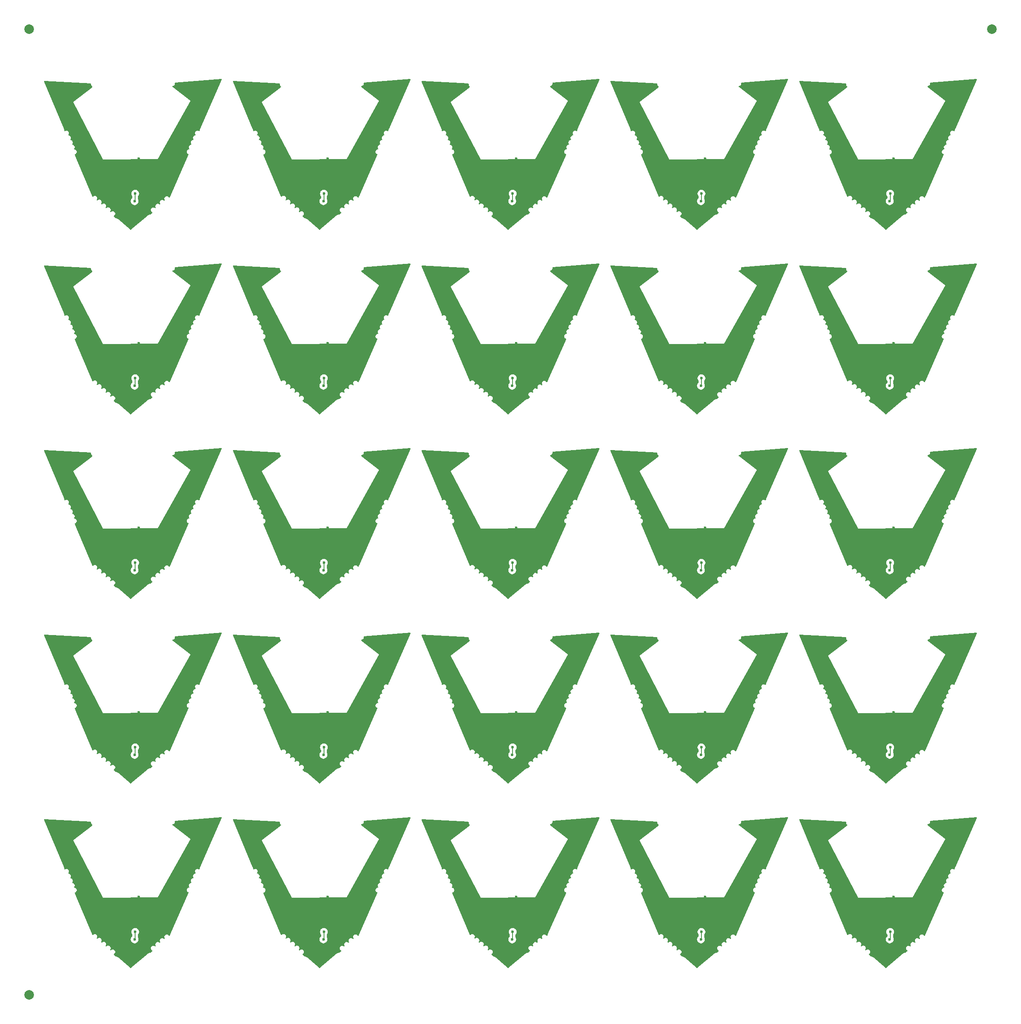
<source format=gbr>
%TF.GenerationSoftware,KiCad,Pcbnew,9.0.2*%
%TF.CreationDate,2025-06-25T16:30:56-05:00*%
%TF.ProjectId,panel,70616e65-6c2e-46b6-9963-61645f706362,rev?*%
%TF.SameCoordinates,Original*%
%TF.FileFunction,Copper,L1,Top*%
%TF.FilePolarity,Positive*%
%FSLAX46Y46*%
G04 Gerber Fmt 4.6, Leading zero omitted, Abs format (unit mm)*
G04 Created by KiCad (PCBNEW 9.0.2) date 2025-06-25 16:30:56*
%MOMM*%
%LPD*%
G01*
G04 APERTURE LIST*
%TA.AperFunction,SMDPad,CuDef*%
%ADD10C,2.000000*%
%TD*%
%TA.AperFunction,ViaPad*%
%ADD11C,0.600000*%
%TD*%
%TA.AperFunction,Conductor*%
%ADD12C,0.180000*%
%TD*%
%TA.AperFunction,Conductor*%
%ADD13C,0.250000*%
%TD*%
G04 APERTURE END LIST*
D10*
%TO.P,KiKit_FID_T_2,*%
%TO.N,*%
X249271530Y-22500000D03*
%TD*%
%TO.P,KiKit_FID_T_3,*%
%TO.N,*%
X47728470Y-224538525D03*
%TD*%
%TO.P,KiKit_FID_T_1,*%
%TO.N,*%
X47728470Y-22500000D03*
%TD*%
D11*
%TO.N,Board_0-SCL*%
X69822572Y-58510754D03*
X69922572Y-56930754D03*
%TO.N,Board_0-VSS*%
X81292572Y-40010754D03*
X70672572Y-49655754D03*
X55342572Y-35620754D03*
X77622572Y-54280754D03*
X77092572Y-46980754D03*
X69222572Y-63430754D03*
X58482572Y-42250754D03*
X64252572Y-58490754D03*
X73072572Y-59880754D03*
X83322572Y-34430754D03*
X81622572Y-38830754D03*
%TO.N,Board_1-SCL*%
X109431184Y-56930754D03*
X109331184Y-58510754D03*
%TO.N,Board_1-VSS*%
X94851184Y-35620754D03*
X116601184Y-46980754D03*
X108731184Y-63430754D03*
X110181184Y-49655754D03*
X121131184Y-38830754D03*
X120801184Y-40010754D03*
X97991184Y-42250754D03*
X103761184Y-58490754D03*
X112581184Y-59880754D03*
X117131184Y-54280754D03*
X122831184Y-34430754D03*
%TO.N,Board_2-SCL*%
X148839796Y-58510754D03*
X148939796Y-56930754D03*
%TO.N,Board_2-VSS*%
X156639796Y-54280754D03*
X143269796Y-58490754D03*
X148239796Y-63430754D03*
X134359796Y-35620754D03*
X156109796Y-46980754D03*
X160639796Y-38830754D03*
X160309796Y-40010754D03*
X152089796Y-59880754D03*
X149689796Y-49655754D03*
X137499796Y-42250754D03*
X162339796Y-34430754D03*
%TO.N,Board_3-SCL*%
X188348408Y-58510754D03*
X188448408Y-56930754D03*
%TO.N,Board_3-VSS*%
X187748408Y-63430754D03*
X199818408Y-40010754D03*
X201848408Y-34430754D03*
X191598408Y-59880754D03*
X189198408Y-49655754D03*
X200148408Y-38830754D03*
X173868408Y-35620754D03*
X195618408Y-46980754D03*
X196148408Y-54280754D03*
X182778408Y-58490754D03*
X177008408Y-42250754D03*
%TO.N,Board_4-SCL*%
X227857020Y-58510754D03*
X227957020Y-56930754D03*
%TO.N,Board_4-VSS*%
X241357020Y-34430754D03*
X228707020Y-49655754D03*
X222287020Y-58490754D03*
X213377020Y-35620754D03*
X216517020Y-42250754D03*
X227257020Y-63430754D03*
X239657020Y-38830754D03*
X235127020Y-46980754D03*
X235657020Y-54280754D03*
X239327020Y-40010754D03*
X231107020Y-59880754D03*
%TO.N,Board_5-SCL*%
X69822572Y-97118459D03*
X69922572Y-95538459D03*
%TO.N,Board_5-VSS*%
X55342572Y-74228459D03*
X73072572Y-98488459D03*
X77092572Y-85588459D03*
X58482572Y-80858459D03*
X83322572Y-73038459D03*
X70672572Y-88263459D03*
X77622572Y-92888459D03*
X81292572Y-78618459D03*
X64252572Y-97098459D03*
X69222572Y-102038459D03*
X81622572Y-77438459D03*
%TO.N,Board_6-SCL*%
X109331184Y-97118459D03*
X109431184Y-95538459D03*
%TO.N,Board_6-VSS*%
X112581184Y-98488459D03*
X97991184Y-80858459D03*
X122831184Y-73038459D03*
X94851184Y-74228459D03*
X121131184Y-77438459D03*
X116601184Y-85588459D03*
X103761184Y-97098459D03*
X117131184Y-92888459D03*
X108731184Y-102038459D03*
X120801184Y-78618459D03*
X110181184Y-88263459D03*
%TO.N,Board_7-SCL*%
X148839796Y-97118459D03*
X148939796Y-95538459D03*
%TO.N,Board_7-VSS*%
X143269796Y-97098459D03*
X148239796Y-102038459D03*
X160639796Y-77438459D03*
X156639796Y-92888459D03*
X137499796Y-80858459D03*
X149689796Y-88263459D03*
X156109796Y-85588459D03*
X160309796Y-78618459D03*
X152089796Y-98488459D03*
X162339796Y-73038459D03*
X134359796Y-74228459D03*
%TO.N,Board_8-SCL*%
X188348408Y-97118459D03*
X188448408Y-95538459D03*
%TO.N,Board_8-VSS*%
X182778408Y-97098459D03*
X187748408Y-102038459D03*
X201848408Y-73038459D03*
X173868408Y-74228459D03*
X195618408Y-85588459D03*
X191598408Y-98488459D03*
X177008408Y-80858459D03*
X196148408Y-92888459D03*
X189198408Y-88263459D03*
X199818408Y-78618459D03*
X200148408Y-77438459D03*
%TO.N,Board_9-SCL*%
X227857020Y-97118459D03*
X227957020Y-95538459D03*
%TO.N,Board_9-VSS*%
X235127020Y-85588459D03*
X239327020Y-78618459D03*
X241357020Y-73038459D03*
X235657020Y-92888459D03*
X239657020Y-77438459D03*
X216517020Y-80858459D03*
X228707020Y-88263459D03*
X213377020Y-74228459D03*
X222287020Y-97098459D03*
X231107020Y-98488459D03*
X227257020Y-102038459D03*
%TO.N,Board_10-SCL*%
X69922572Y-134146164D03*
X69822572Y-135726164D03*
%TO.N,Board_10-VSS*%
X83322572Y-111646164D03*
X77622572Y-131496164D03*
X73072572Y-137096164D03*
X69222572Y-140646164D03*
X70672572Y-126871164D03*
X55342572Y-112836164D03*
X77092572Y-124196164D03*
X64252572Y-135706164D03*
X58482572Y-119466164D03*
X81292572Y-117226164D03*
X81622572Y-116046164D03*
%TO.N,Board_11-SCL*%
X109331184Y-135726164D03*
X109431184Y-134146164D03*
%TO.N,Board_11-VSS*%
X108731184Y-140646164D03*
X122831184Y-111646164D03*
X117131184Y-131496164D03*
X103761184Y-135706164D03*
X121131184Y-116046164D03*
X97991184Y-119466164D03*
X116601184Y-124196164D03*
X120801184Y-117226164D03*
X94851184Y-112836164D03*
X112581184Y-137096164D03*
X110181184Y-126871164D03*
%TO.N,Board_12-SCL*%
X148939796Y-134146164D03*
X148839796Y-135726164D03*
%TO.N,Board_12-VSS*%
X134359796Y-112836164D03*
X143269796Y-135706164D03*
X160309796Y-117226164D03*
X152089796Y-137096164D03*
X149689796Y-126871164D03*
X162339796Y-111646164D03*
X160639796Y-116046164D03*
X148239796Y-140646164D03*
X156639796Y-131496164D03*
X156109796Y-124196164D03*
X137499796Y-119466164D03*
%TO.N,Board_13-SCL*%
X188348408Y-135726164D03*
X188448408Y-134146164D03*
%TO.N,Board_13-VSS*%
X189198408Y-126871164D03*
X199818408Y-117226164D03*
X173868408Y-112836164D03*
X182778408Y-135706164D03*
X200148408Y-116046164D03*
X191598408Y-137096164D03*
X177008408Y-119466164D03*
X201848408Y-111646164D03*
X187748408Y-140646164D03*
X196148408Y-131496164D03*
X195618408Y-124196164D03*
%TO.N,Board_14-SCL*%
X227857020Y-135726164D03*
X227957020Y-134146164D03*
%TO.N,Board_14-VSS*%
X241357020Y-111646164D03*
X239657020Y-116046164D03*
X227257020Y-140646164D03*
X231107020Y-137096164D03*
X222287020Y-135706164D03*
X213377020Y-112836164D03*
X235127020Y-124196164D03*
X228707020Y-126871164D03*
X216517020Y-119466164D03*
X239327020Y-117226164D03*
X235657020Y-131496164D03*
%TO.N,Board_15-SCL*%
X69922572Y-172753869D03*
X69822572Y-174333869D03*
%TO.N,Board_15-VSS*%
X55342572Y-151443869D03*
X77092572Y-162803869D03*
X83322572Y-150253869D03*
X58482572Y-158073869D03*
X69222572Y-179253869D03*
X77622572Y-170103869D03*
X81292572Y-155833869D03*
X64252572Y-174313869D03*
X73072572Y-175703869D03*
X81622572Y-154653869D03*
X70672572Y-165478869D03*
%TO.N,Board_16-SCL*%
X109331184Y-174333869D03*
X109431184Y-172753869D03*
%TO.N,Board_16-VSS*%
X121131184Y-154653869D03*
X108731184Y-179253869D03*
X120801184Y-155833869D03*
X122831184Y-150253869D03*
X103761184Y-174313869D03*
X97991184Y-158073869D03*
X112581184Y-175703869D03*
X117131184Y-170103869D03*
X116601184Y-162803869D03*
X110181184Y-165478869D03*
X94851184Y-151443869D03*
%TO.N,Board_17-SCL*%
X148839796Y-174333869D03*
X148939796Y-172753869D03*
%TO.N,Board_17-VSS*%
X156109796Y-162803869D03*
X143269796Y-174313869D03*
X156639796Y-170103869D03*
X162339796Y-150253869D03*
X137499796Y-158073869D03*
X160639796Y-154653869D03*
X152089796Y-175703869D03*
X148239796Y-179253869D03*
X149689796Y-165478869D03*
X160309796Y-155833869D03*
X134359796Y-151443869D03*
%TO.N,Board_18-SCL*%
X188448408Y-172753869D03*
X188348408Y-174333869D03*
%TO.N,Board_18-VSS*%
X177008408Y-158073869D03*
X200148408Y-154653869D03*
X173868408Y-151443869D03*
X191598408Y-175703869D03*
X189198408Y-165478869D03*
X199818408Y-155833869D03*
X201848408Y-150253869D03*
X187748408Y-179253869D03*
X195618408Y-162803869D03*
X182778408Y-174313869D03*
X196148408Y-170103869D03*
%TO.N,Board_19-SCL*%
X227957020Y-172753869D03*
X227857020Y-174333869D03*
%TO.N,Board_19-VSS*%
X239657020Y-154653869D03*
X239327020Y-155833869D03*
X227257020Y-179253869D03*
X241357020Y-150253869D03*
X216517020Y-158073869D03*
X235657020Y-170103869D03*
X228707020Y-165478869D03*
X231107020Y-175703869D03*
X222287020Y-174313869D03*
X213377020Y-151443869D03*
X235127020Y-162803869D03*
%TO.N,Board_20-SCL*%
X69922572Y-211361574D03*
X69822572Y-212941574D03*
%TO.N,Board_20-VSS*%
X81292572Y-194441574D03*
X70672572Y-204086574D03*
X73072572Y-214311574D03*
X64252572Y-212921574D03*
X81622572Y-193261574D03*
X69222572Y-217861574D03*
X55342572Y-190051574D03*
X77092572Y-201411574D03*
X58482572Y-196681574D03*
X77622572Y-208711574D03*
X83322572Y-188861574D03*
%TO.N,Board_21-SCL*%
X109331184Y-212941574D03*
X109431184Y-211361574D03*
%TO.N,Board_21-VSS*%
X94851184Y-190051574D03*
X97991184Y-196681574D03*
X121131184Y-193261574D03*
X122831184Y-188861574D03*
X110181184Y-204086574D03*
X108731184Y-217861574D03*
X103761184Y-212921574D03*
X116601184Y-201411574D03*
X112581184Y-214311574D03*
X117131184Y-208711574D03*
X120801184Y-194441574D03*
%TO.N,Board_22-SCL*%
X148839796Y-212941574D03*
X148939796Y-211361574D03*
%TO.N,Board_22-VSS*%
X156109796Y-201411574D03*
X162339796Y-188861574D03*
X160309796Y-194441574D03*
X143269796Y-212921574D03*
X160639796Y-193261574D03*
X152089796Y-214311574D03*
X156639796Y-208711574D03*
X148239796Y-217861574D03*
X134359796Y-190051574D03*
X137499796Y-196681574D03*
X149689796Y-204086574D03*
%TO.N,Board_23-SCL*%
X188448408Y-211361574D03*
X188348408Y-212941574D03*
%TO.N,Board_23-VSS*%
X195618408Y-201411574D03*
X201848408Y-188861574D03*
X196148408Y-208711574D03*
X173868408Y-190051574D03*
X199818408Y-194441574D03*
X191598408Y-214311574D03*
X182778408Y-212921574D03*
X200148408Y-193261574D03*
X177008408Y-196681574D03*
X189198408Y-204086574D03*
X187748408Y-217861574D03*
%TO.N,Board_24-SCL*%
X227957020Y-211361574D03*
X227857020Y-212941574D03*
%TO.N,Board_24-VSS*%
X222287020Y-212921574D03*
X235127020Y-201411574D03*
X213377020Y-190051574D03*
X227257020Y-217861574D03*
X241357020Y-188861574D03*
X239327020Y-194441574D03*
X239657020Y-193261574D03*
X235657020Y-208711574D03*
X216517020Y-196681574D03*
X231107020Y-214311574D03*
X228707020Y-204086574D03*
%TD*%
D12*
%TO.N,Board_0-SCL*%
X69922572Y-56930754D02*
X69922572Y-58410754D01*
X69922572Y-58410754D02*
X69822572Y-58510754D01*
D13*
%TO.N,Board_0-VSS*%
X70772572Y-49755754D02*
X70772572Y-50380754D01*
X70672572Y-49655754D02*
X70772572Y-49755754D01*
D12*
%TO.N,Board_1-SCL*%
X109431184Y-56930754D02*
X109431184Y-58410754D01*
X109431184Y-58410754D02*
X109331184Y-58510754D01*
D13*
%TO.N,Board_1-VSS*%
X110181184Y-49655754D02*
X110281184Y-49755754D01*
X110281184Y-49755754D02*
X110281184Y-50380754D01*
D12*
%TO.N,Board_2-SCL*%
X148939796Y-56930754D02*
X148939796Y-58410754D01*
X148939796Y-58410754D02*
X148839796Y-58510754D01*
D13*
%TO.N,Board_2-VSS*%
X149789796Y-49755754D02*
X149789796Y-50380754D01*
X149689796Y-49655754D02*
X149789796Y-49755754D01*
D12*
%TO.N,Board_3-SCL*%
X188448408Y-56930754D02*
X188448408Y-58410754D01*
X188448408Y-58410754D02*
X188348408Y-58510754D01*
D13*
%TO.N,Board_3-VSS*%
X189198408Y-49655754D02*
X189298408Y-49755754D01*
X189298408Y-49755754D02*
X189298408Y-50380754D01*
D12*
%TO.N,Board_4-SCL*%
X227957020Y-56930754D02*
X227957020Y-58410754D01*
X227957020Y-58410754D02*
X227857020Y-58510754D01*
D13*
%TO.N,Board_4-VSS*%
X228707020Y-49655754D02*
X228807020Y-49755754D01*
X228807020Y-49755754D02*
X228807020Y-50380754D01*
D12*
%TO.N,Board_5-SCL*%
X69922572Y-97018459D02*
X69822572Y-97118459D01*
X69922572Y-95538459D02*
X69922572Y-97018459D01*
D13*
%TO.N,Board_5-VSS*%
X70772572Y-88363459D02*
X70772572Y-88988459D01*
X70672572Y-88263459D02*
X70772572Y-88363459D01*
D12*
%TO.N,Board_6-SCL*%
X109431184Y-95538459D02*
X109431184Y-97018459D01*
X109431184Y-97018459D02*
X109331184Y-97118459D01*
D13*
%TO.N,Board_6-VSS*%
X110281184Y-88363459D02*
X110281184Y-88988459D01*
X110181184Y-88263459D02*
X110281184Y-88363459D01*
D12*
%TO.N,Board_7-SCL*%
X148939796Y-97018459D02*
X148839796Y-97118459D01*
X148939796Y-95538459D02*
X148939796Y-97018459D01*
D13*
%TO.N,Board_7-VSS*%
X149789796Y-88363459D02*
X149789796Y-88988459D01*
X149689796Y-88263459D02*
X149789796Y-88363459D01*
D12*
%TO.N,Board_8-SCL*%
X188448408Y-97018459D02*
X188348408Y-97118459D01*
X188448408Y-95538459D02*
X188448408Y-97018459D01*
D13*
%TO.N,Board_8-VSS*%
X189298408Y-88363459D02*
X189298408Y-88988459D01*
X189198408Y-88263459D02*
X189298408Y-88363459D01*
D12*
%TO.N,Board_9-SCL*%
X227957020Y-97018459D02*
X227857020Y-97118459D01*
X227957020Y-95538459D02*
X227957020Y-97018459D01*
D13*
%TO.N,Board_9-VSS*%
X228707020Y-88263459D02*
X228807020Y-88363459D01*
X228807020Y-88363459D02*
X228807020Y-88988459D01*
D12*
%TO.N,Board_10-SCL*%
X69922572Y-135626164D02*
X69822572Y-135726164D01*
X69922572Y-134146164D02*
X69922572Y-135626164D01*
D13*
%TO.N,Board_10-VSS*%
X70672572Y-126871164D02*
X70772572Y-126971164D01*
X70772572Y-126971164D02*
X70772572Y-127596164D01*
D12*
%TO.N,Board_11-SCL*%
X109431184Y-135626164D02*
X109331184Y-135726164D01*
X109431184Y-134146164D02*
X109431184Y-135626164D01*
D13*
%TO.N,Board_11-VSS*%
X110281184Y-126971164D02*
X110281184Y-127596164D01*
X110181184Y-126871164D02*
X110281184Y-126971164D01*
D12*
%TO.N,Board_12-SCL*%
X148939796Y-135626164D02*
X148839796Y-135726164D01*
X148939796Y-134146164D02*
X148939796Y-135626164D01*
D13*
%TO.N,Board_12-VSS*%
X149689796Y-126871164D02*
X149789796Y-126971164D01*
X149789796Y-126971164D02*
X149789796Y-127596164D01*
D12*
%TO.N,Board_13-SCL*%
X188448408Y-134146164D02*
X188448408Y-135626164D01*
X188448408Y-135626164D02*
X188348408Y-135726164D01*
D13*
%TO.N,Board_13-VSS*%
X189298408Y-126971164D02*
X189298408Y-127596164D01*
X189198408Y-126871164D02*
X189298408Y-126971164D01*
D12*
%TO.N,Board_14-SCL*%
X227957020Y-134146164D02*
X227957020Y-135626164D01*
X227957020Y-135626164D02*
X227857020Y-135726164D01*
D13*
%TO.N,Board_14-VSS*%
X228807020Y-126971164D02*
X228807020Y-127596164D01*
X228707020Y-126871164D02*
X228807020Y-126971164D01*
D12*
%TO.N,Board_15-SCL*%
X69922572Y-174233869D02*
X69822572Y-174333869D01*
X69922572Y-172753869D02*
X69922572Y-174233869D01*
D13*
%TO.N,Board_15-VSS*%
X70772572Y-165578869D02*
X70772572Y-166203869D01*
X70672572Y-165478869D02*
X70772572Y-165578869D01*
D12*
%TO.N,Board_16-SCL*%
X109431184Y-172753869D02*
X109431184Y-174233869D01*
X109431184Y-174233869D02*
X109331184Y-174333869D01*
D13*
%TO.N,Board_16-VSS*%
X110181184Y-165478869D02*
X110281184Y-165578869D01*
X110281184Y-165578869D02*
X110281184Y-166203869D01*
D12*
%TO.N,Board_17-SCL*%
X148939796Y-172753869D02*
X148939796Y-174233869D01*
X148939796Y-174233869D02*
X148839796Y-174333869D01*
D13*
%TO.N,Board_17-VSS*%
X149689796Y-165478869D02*
X149789796Y-165578869D01*
X149789796Y-165578869D02*
X149789796Y-166203869D01*
D12*
%TO.N,Board_18-SCL*%
X188448408Y-174233869D02*
X188348408Y-174333869D01*
X188448408Y-172753869D02*
X188448408Y-174233869D01*
D13*
%TO.N,Board_18-VSS*%
X189298408Y-165578869D02*
X189298408Y-166203869D01*
X189198408Y-165478869D02*
X189298408Y-165578869D01*
D12*
%TO.N,Board_19-SCL*%
X227957020Y-172753869D02*
X227957020Y-174233869D01*
X227957020Y-174233869D02*
X227857020Y-174333869D01*
D13*
%TO.N,Board_19-VSS*%
X228807020Y-165578869D02*
X228807020Y-166203869D01*
X228707020Y-165478869D02*
X228807020Y-165578869D01*
D12*
%TO.N,Board_20-SCL*%
X69922572Y-212841574D02*
X69822572Y-212941574D01*
X69922572Y-211361574D02*
X69922572Y-212841574D01*
D13*
%TO.N,Board_20-VSS*%
X70772572Y-204186574D02*
X70772572Y-204811574D01*
X70672572Y-204086574D02*
X70772572Y-204186574D01*
D12*
%TO.N,Board_21-SCL*%
X109431184Y-212841574D02*
X109331184Y-212941574D01*
X109431184Y-211361574D02*
X109431184Y-212841574D01*
D13*
%TO.N,Board_21-VSS*%
X110181184Y-204086574D02*
X110281184Y-204186574D01*
X110281184Y-204186574D02*
X110281184Y-204811574D01*
D12*
%TO.N,Board_22-SCL*%
X148939796Y-212841574D02*
X148839796Y-212941574D01*
X148939796Y-211361574D02*
X148939796Y-212841574D01*
D13*
%TO.N,Board_22-VSS*%
X149689796Y-204086574D02*
X149789796Y-204186574D01*
X149789796Y-204186574D02*
X149789796Y-204811574D01*
D12*
%TO.N,Board_23-SCL*%
X188448408Y-212841574D02*
X188348408Y-212941574D01*
X188448408Y-211361574D02*
X188448408Y-212841574D01*
D13*
%TO.N,Board_23-VSS*%
X189198408Y-204086574D02*
X189298408Y-204186574D01*
X189298408Y-204186574D02*
X189298408Y-204811574D01*
D12*
%TO.N,Board_24-SCL*%
X227957020Y-211361574D02*
X227957020Y-212841574D01*
X227957020Y-212841574D02*
X227857020Y-212941574D01*
D13*
%TO.N,Board_24-VSS*%
X228707020Y-204086574D02*
X228807020Y-204186574D01*
X228807020Y-204186574D02*
X228807020Y-204811574D01*
%TD*%
%TA.AperFunction,Conductor*%
%TO.N,Board_2-VSS*%
G36*
X167035079Y-32969721D02*
G01*
X167084781Y-33018828D01*
X167100044Y-33087010D01*
X167089675Y-33129151D01*
X162564679Y-43339395D01*
X162561657Y-43343806D01*
X162547194Y-43378756D01*
X162545983Y-43381583D01*
X162541954Y-43390674D01*
X162537943Y-43396847D01*
X162534226Y-43407268D01*
X162532042Y-43412736D01*
X162531789Y-43414100D01*
X162527930Y-43424918D01*
X162525715Y-43430671D01*
X162520656Y-43442896D01*
X162518608Y-43446319D01*
X162514091Y-43461296D01*
X162514091Y-43461298D01*
X162510263Y-43473991D01*
X162508338Y-43479841D01*
X162503886Y-43492324D01*
X162501980Y-43495905D01*
X162498666Y-43506890D01*
X162498252Y-43511008D01*
X162495062Y-43523864D01*
X162493433Y-43529798D01*
X162489604Y-43542497D01*
X162487875Y-43546174D01*
X162485105Y-43557336D01*
X162484896Y-43561469D01*
X162482351Y-43574454D01*
X162481017Y-43580465D01*
X162477825Y-43593330D01*
X162476308Y-43597021D01*
X162474069Y-43612488D01*
X162474067Y-43612490D01*
X162474068Y-43612496D01*
X162472162Y-43625651D01*
X162471130Y-43631712D01*
X162468583Y-43644705D01*
X162467231Y-43648529D01*
X162465585Y-43659891D01*
X162465787Y-43664031D01*
X162464543Y-43677195D01*
X162463814Y-43683292D01*
X162461909Y-43696453D01*
X162460747Y-43700341D01*
X162459668Y-43711777D01*
X162460075Y-43715895D01*
X162459487Y-43729123D01*
X162459060Y-43735272D01*
X162457813Y-43748479D01*
X162449190Y-43783625D01*
X162447631Y-43787450D01*
X162443995Y-43785968D01*
X162437439Y-43808691D01*
X162384850Y-43854693D01*
X162315739Y-43864960D01*
X162270811Y-43849528D01*
X162214174Y-43816829D01*
X162183824Y-43799306D01*
X162120176Y-43782252D01*
X162056529Y-43765198D01*
X161924745Y-43765198D01*
X161797449Y-43799306D01*
X161683323Y-43865198D01*
X161683320Y-43865200D01*
X161590139Y-43958381D01*
X161590137Y-43958384D01*
X161524245Y-44072510D01*
X161496783Y-44175001D01*
X161490137Y-44199806D01*
X161490137Y-44331590D01*
X161522682Y-44453051D01*
X161524246Y-44458886D01*
X161524246Y-44458887D01*
X161581965Y-44558858D01*
X161598438Y-44626758D01*
X161575586Y-44692785D01*
X161520665Y-44735975D01*
X161497210Y-44742111D01*
X161363769Y-44777866D01*
X161249643Y-44843758D01*
X161249640Y-44843760D01*
X161156459Y-44936941D01*
X161156457Y-44936944D01*
X161090565Y-45051070D01*
X161056457Y-45178366D01*
X161056457Y-45310150D01*
X161056935Y-45311935D01*
X161090566Y-45437446D01*
X161090566Y-45437447D01*
X161148285Y-45537418D01*
X161164758Y-45605318D01*
X161141906Y-45671345D01*
X161086985Y-45714535D01*
X161063530Y-45720671D01*
X160930089Y-45756426D01*
X160815963Y-45822318D01*
X160815960Y-45822320D01*
X160722779Y-45915501D01*
X160722777Y-45915504D01*
X160656885Y-46029630D01*
X160655849Y-46033497D01*
X160622777Y-46156926D01*
X160622777Y-46288710D01*
X160623812Y-46292574D01*
X160656886Y-46416006D01*
X160656886Y-46416007D01*
X160714604Y-46515977D01*
X160731077Y-46583877D01*
X160708225Y-46649904D01*
X160653303Y-46693095D01*
X160629801Y-46699243D01*
X160496409Y-46734985D01*
X160382283Y-46800877D01*
X160382280Y-46800879D01*
X160289099Y-46894060D01*
X160289097Y-46894063D01*
X160223205Y-47008189D01*
X160189097Y-47135485D01*
X160189097Y-47267268D01*
X160223206Y-47394565D01*
X160223206Y-47394566D01*
X160280925Y-47494537D01*
X160297398Y-47562437D01*
X160274546Y-47628464D01*
X160219625Y-47671654D01*
X160196170Y-47677790D01*
X160062729Y-47713545D01*
X159948603Y-47779437D01*
X159948600Y-47779439D01*
X159855419Y-47872620D01*
X159855417Y-47872623D01*
X159789525Y-47986749D01*
X159755417Y-48114045D01*
X159755417Y-48245829D01*
X159757568Y-48253855D01*
X159789525Y-48373124D01*
X159822471Y-48430187D01*
X159855417Y-48487251D01*
X159948603Y-48580437D01*
X160062731Y-48646329D01*
X160070235Y-48649437D01*
X160069080Y-48652225D01*
X160116449Y-48681071D01*
X160147005Y-48743905D01*
X160138740Y-48813284D01*
X160138097Y-48814762D01*
X156308742Y-57455356D01*
X156308741Y-57455355D01*
X156299107Y-57477093D01*
X156298402Y-57477388D01*
X156290703Y-57496056D01*
X156290034Y-57497568D01*
X156284807Y-57509364D01*
X156280880Y-57515432D01*
X156277677Y-57524514D01*
X156277678Y-57524515D01*
X156276036Y-57529173D01*
X156276032Y-57529177D01*
X156276032Y-57529182D01*
X156271139Y-57543059D01*
X156268835Y-57549088D01*
X156262476Y-57564512D01*
X156260575Y-57567719D01*
X156258025Y-57574953D01*
X156257495Y-57578644D01*
X156252782Y-57594624D01*
X156250793Y-57600772D01*
X156245256Y-57616479D01*
X156243523Y-57619783D01*
X156241352Y-57627143D01*
X156241015Y-57630858D01*
X156237144Y-57647050D01*
X156235478Y-57653295D01*
X156230761Y-57669289D01*
X156230760Y-57669294D01*
X156226811Y-57682681D01*
X156224805Y-57689484D01*
X156186963Y-57748219D01*
X156123375Y-57777171D01*
X156054227Y-57767148D01*
X156001476Y-57721333D01*
X155998481Y-57716413D01*
X155994551Y-57709606D01*
X155963692Y-57656157D01*
X155870506Y-57562971D01*
X155807267Y-57526460D01*
X155756379Y-57497079D01*
X155682889Y-57477388D01*
X155629084Y-57462971D01*
X155497300Y-57462971D01*
X155370004Y-57497079D01*
X155255878Y-57562971D01*
X155255875Y-57562973D01*
X155162694Y-57656154D01*
X155162692Y-57656157D01*
X155096800Y-57770283D01*
X155069689Y-57871466D01*
X155062692Y-57897579D01*
X155062692Y-58029363D01*
X155089064Y-58127786D01*
X155096801Y-58156659D01*
X155096801Y-58156660D01*
X155130120Y-58214370D01*
X155146593Y-58282270D01*
X155123740Y-58348297D01*
X155068819Y-58391488D01*
X154999266Y-58398129D01*
X154937163Y-58366113D01*
X154935052Y-58364051D01*
X154929610Y-58358609D01*
X154929608Y-58358607D01*
X154851044Y-58313248D01*
X154815481Y-58292715D01*
X154733635Y-58270785D01*
X154688186Y-58258607D01*
X154556402Y-58258607D01*
X154429106Y-58292715D01*
X154314980Y-58358607D01*
X154314977Y-58358609D01*
X154221796Y-58451790D01*
X154221794Y-58451793D01*
X154155902Y-58565919D01*
X154139982Y-58625336D01*
X154121794Y-58693215D01*
X154121794Y-58824999D01*
X154140208Y-58893723D01*
X154155903Y-58952295D01*
X154155903Y-58952296D01*
X154189221Y-59010004D01*
X154205694Y-59077904D01*
X154182842Y-59143931D01*
X154127920Y-59187122D01*
X154058367Y-59193763D01*
X153996264Y-59161747D01*
X153994153Y-59159685D01*
X153988713Y-59154245D01*
X153988711Y-59154243D01*
X153929924Y-59120302D01*
X153874584Y-59088351D01*
X153792738Y-59066421D01*
X153747289Y-59054243D01*
X153615505Y-59054243D01*
X153488209Y-59088351D01*
X153374083Y-59154243D01*
X153374080Y-59154245D01*
X153280899Y-59247426D01*
X153280897Y-59247429D01*
X153215005Y-59361555D01*
X153194839Y-59436817D01*
X153180897Y-59488851D01*
X153180897Y-59620635D01*
X153201063Y-59695897D01*
X153215006Y-59747931D01*
X153215006Y-59747932D01*
X153248324Y-59805640D01*
X153264797Y-59873540D01*
X153241945Y-59939567D01*
X153187023Y-59982758D01*
X153117470Y-59989399D01*
X153055367Y-59957383D01*
X153053256Y-59955321D01*
X153047816Y-59949881D01*
X153047814Y-59949879D01*
X152977472Y-59909267D01*
X152933687Y-59883987D01*
X152851841Y-59862057D01*
X152806392Y-59849879D01*
X152674608Y-59849879D01*
X152547312Y-59883987D01*
X152433186Y-59949879D01*
X152433183Y-59949881D01*
X152340002Y-60043062D01*
X152340000Y-60043065D01*
X152274108Y-60157191D01*
X152240000Y-60284487D01*
X152240000Y-60416270D01*
X152274108Y-60543566D01*
X152297872Y-60584725D01*
X152340000Y-60657693D01*
X152433186Y-60750879D01*
X152433187Y-60750880D01*
X152433189Y-60750881D01*
X152516017Y-60798702D01*
X152564233Y-60849269D01*
X152577455Y-60917876D01*
X152551487Y-60982741D01*
X152534001Y-61000845D01*
X152229653Y-61257746D01*
X152214568Y-61264709D01*
X152203553Y-61274670D01*
X152180823Y-61280287D01*
X152169907Y-61285327D01*
X152157702Y-61287346D01*
X152156454Y-61287193D01*
X152153994Y-61287902D01*
X152141229Y-61289619D01*
X152135146Y-61290285D01*
X152122361Y-61291366D01*
X152118279Y-61291110D01*
X152106441Y-61292703D01*
X152102488Y-61294040D01*
X152089840Y-61296383D01*
X152083797Y-61297349D01*
X152071064Y-61299063D01*
X152066981Y-61299009D01*
X152051335Y-61302715D01*
X152051334Y-61302714D01*
X152051334Y-61302715D01*
X152038798Y-61305684D01*
X152032807Y-61306948D01*
X152020186Y-61309286D01*
X152016097Y-61309434D01*
X152004477Y-61312186D01*
X152000669Y-61313909D01*
X151988333Y-61317482D01*
X151982424Y-61319036D01*
X151969910Y-61322001D01*
X151965852Y-61322350D01*
X151950628Y-61327587D01*
X151950627Y-61327587D01*
X151938468Y-61331770D01*
X151932634Y-61333618D01*
X151920297Y-61337192D01*
X151916267Y-61337740D01*
X151901343Y-61343714D01*
X151901339Y-61343714D01*
X151889405Y-61348492D01*
X151883671Y-61350625D01*
X151871510Y-61354810D01*
X151867493Y-61355559D01*
X151856396Y-61360001D01*
X151852882Y-61362269D01*
X151841214Y-61367622D01*
X151835602Y-61370031D01*
X151823652Y-61374816D01*
X151819672Y-61375764D01*
X151808807Y-61380750D01*
X151805409Y-61383189D01*
X151795119Y-61388541D01*
X151794010Y-61389118D01*
X151788510Y-61391808D01*
X151776849Y-61397159D01*
X151772929Y-61398300D01*
X151759043Y-61406418D01*
X151747934Y-61412912D01*
X151742572Y-61415871D01*
X151731186Y-61421793D01*
X151727336Y-61423123D01*
X151713871Y-61431915D01*
X151713869Y-61431915D01*
X151713869Y-61431916D01*
X151703104Y-61438944D01*
X151697901Y-61442160D01*
X151691799Y-61445729D01*
X151686818Y-61448641D01*
X151683036Y-61450160D01*
X151673047Y-61457410D01*
X151670021Y-61459606D01*
X151670020Y-61459606D01*
X151670020Y-61459607D01*
X151659607Y-61467164D01*
X151654568Y-61470634D01*
X151643809Y-61477659D01*
X151640106Y-61479364D01*
X151627575Y-61489441D01*
X151627572Y-61489441D01*
X151627569Y-61489446D01*
X151617558Y-61497495D01*
X151612698Y-61501209D01*
X151603707Y-61507735D01*
X151602435Y-61508379D01*
X151597634Y-61512143D01*
X151588994Y-61518414D01*
X151583731Y-61524343D01*
X151576399Y-61530543D01*
X151574040Y-61532489D01*
X151544512Y-61556233D01*
X151541147Y-61560353D01*
X148096590Y-64473118D01*
X148032689Y-64501375D01*
X147963655Y-64490598D01*
X147935732Y-64472501D01*
X145464789Y-62350236D01*
X145446695Y-62334696D01*
X145446622Y-62333971D01*
X145430902Y-62321132D01*
X145429032Y-62319526D01*
X145422325Y-62313765D01*
X145417564Y-62308134D01*
X145408600Y-62301526D01*
X145408598Y-62301524D01*
X145402652Y-62297140D01*
X145393562Y-62290439D01*
X145388720Y-62286681D01*
X145378595Y-62278412D01*
X145375884Y-62275436D01*
X145365477Y-62268533D01*
X145351787Y-62259451D01*
X145346759Y-62255933D01*
X145336219Y-62248163D01*
X145333366Y-62245329D01*
X145322766Y-62239031D01*
X145319749Y-62237238D01*
X145319748Y-62237237D01*
X145319745Y-62237236D01*
X145308485Y-62230545D01*
X145303288Y-62227280D01*
X145292412Y-62220066D01*
X145289418Y-62217372D01*
X145275427Y-62209972D01*
X145275426Y-62209971D01*
X145275424Y-62209970D01*
X145263852Y-62203849D01*
X145258499Y-62200845D01*
X145247263Y-62194169D01*
X145244143Y-62191631D01*
X145229785Y-62184924D01*
X145223476Y-62181977D01*
X145217932Y-62179387D01*
X145212451Y-62176660D01*
X145200880Y-62170540D01*
X145197631Y-62168155D01*
X145182977Y-62162175D01*
X145182975Y-62162175D01*
X145170844Y-62157225D01*
X145165221Y-62154766D01*
X145153395Y-62149243D01*
X145150037Y-62147025D01*
X145135088Y-62141772D01*
X145135086Y-62141772D01*
X145122731Y-62137431D01*
X145116995Y-62135255D01*
X145110276Y-62132514D01*
X145104905Y-62130322D01*
X145101434Y-62128269D01*
X145086256Y-62123769D01*
X145086254Y-62123767D01*
X145086249Y-62123767D01*
X145073698Y-62120045D01*
X145067856Y-62118153D01*
X145055527Y-62113822D01*
X145051969Y-62111948D01*
X145036588Y-62108206D01*
X145036585Y-62108206D01*
X145023887Y-62105116D01*
X145017965Y-62103519D01*
X145005412Y-62099798D01*
X145001757Y-62098099D01*
X144986210Y-62095124D01*
X144986208Y-62095123D01*
X144986204Y-62095123D01*
X144973359Y-62092664D01*
X144967367Y-62091363D01*
X144954647Y-62088269D01*
X144950874Y-62086738D01*
X144939060Y-62084477D01*
X144935316Y-62083566D01*
X144884274Y-62057518D01*
X144734975Y-61930475D01*
X144511078Y-61739954D01*
X144472779Y-61681519D01*
X144472152Y-61611652D01*
X144509398Y-61552538D01*
X144529431Y-61538136D01*
X144565490Y-61517318D01*
X144658676Y-61424132D01*
X144724568Y-61310004D01*
X144758676Y-61182710D01*
X144758676Y-61050926D01*
X144724568Y-60923632D01*
X144658676Y-60809504D01*
X144565490Y-60716318D01*
X144508426Y-60683372D01*
X144451363Y-60650426D01*
X144387715Y-60633372D01*
X144324068Y-60616318D01*
X144192284Y-60616318D01*
X144064988Y-60650426D01*
X143950862Y-60716318D01*
X143950858Y-60716321D01*
X143932770Y-60734409D01*
X143871447Y-60767893D01*
X143801755Y-60762907D01*
X143745822Y-60721034D01*
X143721407Y-60655569D01*
X143736260Y-60587297D01*
X143737666Y-60584791D01*
X143784918Y-60502950D01*
X143819026Y-60375656D01*
X143819026Y-60243872D01*
X143784918Y-60116578D01*
X143719026Y-60002450D01*
X143625840Y-59909264D01*
X143563964Y-59873540D01*
X143511713Y-59843372D01*
X143448065Y-59826318D01*
X143384418Y-59809264D01*
X143252634Y-59809264D01*
X143125338Y-59843372D01*
X143011212Y-59909264D01*
X143011208Y-59909267D01*
X142993116Y-59927359D01*
X142931793Y-59960843D01*
X142862101Y-59955857D01*
X142806168Y-59913984D01*
X142781753Y-59848519D01*
X142796606Y-59780247D01*
X142798051Y-59777675D01*
X142845264Y-59695900D01*
X142845263Y-59695900D01*
X142845267Y-59695895D01*
X142879375Y-59568601D01*
X142879375Y-59436817D01*
X142845267Y-59309523D01*
X142779375Y-59195395D01*
X142686189Y-59102209D01*
X142603110Y-59054243D01*
X142572062Y-59036317D01*
X142508414Y-59019263D01*
X142444767Y-59002209D01*
X142312983Y-59002209D01*
X142185687Y-59036317D01*
X142071561Y-59102209D01*
X142071557Y-59102212D01*
X142053467Y-59120302D01*
X141992144Y-59153786D01*
X141922452Y-59148800D01*
X141866519Y-59106927D01*
X141842104Y-59041462D01*
X141856957Y-58973190D01*
X141858402Y-58970618D01*
X141868981Y-58952296D01*
X141905617Y-58888840D01*
X141939725Y-58761546D01*
X141939725Y-58629762D01*
X141905617Y-58502468D01*
X141864424Y-58431119D01*
X148031296Y-58431119D01*
X148031296Y-58590388D01*
X148062364Y-58746577D01*
X148062366Y-58746585D01*
X148123313Y-58893723D01*
X148211791Y-59026141D01*
X148211797Y-59026148D01*
X148324401Y-59138752D01*
X148324408Y-59138758D01*
X148456826Y-59227236D01*
X148456827Y-59227236D01*
X148456828Y-59227237D01*
X148603965Y-59288184D01*
X148760161Y-59319253D01*
X148760165Y-59319254D01*
X148760166Y-59319254D01*
X148919427Y-59319254D01*
X148919428Y-59319253D01*
X149075627Y-59288184D01*
X149222764Y-59227237D01*
X149355185Y-59138757D01*
X149467799Y-59026143D01*
X149556279Y-58893722D01*
X149617226Y-58746585D01*
X149648296Y-58590384D01*
X149648296Y-58431124D01*
X149617226Y-58274923D01*
X149556279Y-58127786D01*
X149556278Y-58127784D01*
X149553409Y-58122416D01*
X149555746Y-58121166D01*
X149538315Y-58065422D01*
X149538296Y-58063257D01*
X149538296Y-57526460D01*
X149557981Y-57459421D01*
X149566442Y-57447797D01*
X149567799Y-57446143D01*
X149656278Y-57313723D01*
X149656279Y-57313722D01*
X149717226Y-57166585D01*
X149748296Y-57010384D01*
X149748296Y-56851124D01*
X149717226Y-56694923D01*
X149656279Y-56547786D01*
X149567799Y-56415365D01*
X149567794Y-56415359D01*
X149455190Y-56302755D01*
X149455183Y-56302749D01*
X149322765Y-56214271D01*
X149175627Y-56153324D01*
X149175619Y-56153322D01*
X149019430Y-56122254D01*
X149019426Y-56122254D01*
X148860166Y-56122254D01*
X148860161Y-56122254D01*
X148703972Y-56153322D01*
X148703964Y-56153324D01*
X148556826Y-56214271D01*
X148424408Y-56302749D01*
X148424401Y-56302755D01*
X148311797Y-56415359D01*
X148311791Y-56415366D01*
X148223313Y-56547784D01*
X148162366Y-56694922D01*
X148162364Y-56694930D01*
X148131296Y-56851119D01*
X148131296Y-57010388D01*
X148162364Y-57166577D01*
X148162366Y-57166585D01*
X148223313Y-57313723D01*
X148311792Y-57446143D01*
X148313150Y-57447797D01*
X148313589Y-57448832D01*
X148315177Y-57451208D01*
X148314726Y-57451509D01*
X148340463Y-57512107D01*
X148341296Y-57526460D01*
X148341296Y-57814499D01*
X148321611Y-57881538D01*
X148304977Y-57902180D01*
X148211797Y-57995359D01*
X148211791Y-57995366D01*
X148123313Y-58127784D01*
X148062366Y-58274922D01*
X148062364Y-58274930D01*
X148031296Y-58431119D01*
X141864424Y-58431119D01*
X141839725Y-58388340D01*
X141746539Y-58295154D01*
X141683238Y-58258607D01*
X141632412Y-58229262D01*
X141568764Y-58212208D01*
X141505117Y-58195154D01*
X141373333Y-58195154D01*
X141246037Y-58229262D01*
X141131911Y-58295154D01*
X141131907Y-58295157D01*
X141113816Y-58313248D01*
X141052493Y-58346732D01*
X140982801Y-58341746D01*
X140926868Y-58299873D01*
X140902453Y-58234408D01*
X140917306Y-58166136D01*
X140918751Y-58163564D01*
X140965963Y-58081791D01*
X140965962Y-58081791D01*
X140965966Y-58081786D01*
X141000074Y-57954492D01*
X141000074Y-57822708D01*
X140965966Y-57695414D01*
X140900074Y-57581286D01*
X140806888Y-57488100D01*
X140738874Y-57448832D01*
X140692761Y-57422208D01*
X140629113Y-57405154D01*
X140565466Y-57388100D01*
X140433682Y-57388100D01*
X140306386Y-57422208D01*
X140192260Y-57488100D01*
X140137638Y-57542721D01*
X140076314Y-57576205D01*
X140006623Y-57571219D01*
X139950690Y-57529347D01*
X139935560Y-57502883D01*
X136305680Y-48823844D01*
X136297974Y-48754403D01*
X136329035Y-48691817D01*
X136387986Y-48656226D01*
X136394967Y-48654356D01*
X136509095Y-48588464D01*
X136602281Y-48495278D01*
X136668173Y-48381150D01*
X136702281Y-48253856D01*
X136702281Y-48122072D01*
X136668173Y-47994778D01*
X136663537Y-47986749D01*
X136651398Y-47965723D01*
X136602281Y-47880650D01*
X136509095Y-47787464D01*
X136452031Y-47754518D01*
X136394968Y-47721572D01*
X136313317Y-47699694D01*
X136271941Y-47688607D01*
X136212281Y-47652243D01*
X136181752Y-47589396D01*
X136190047Y-47520020D01*
X136196639Y-47506848D01*
X136258035Y-47400509D01*
X136292143Y-47273215D01*
X136292143Y-47141431D01*
X136258035Y-47014137D01*
X136192143Y-46900009D01*
X136098957Y-46806823D01*
X136041893Y-46773877D01*
X135984830Y-46740931D01*
X135903179Y-46719053D01*
X135861803Y-46707966D01*
X135802143Y-46671602D01*
X135771614Y-46608755D01*
X135779909Y-46539379D01*
X135786504Y-46526201D01*
X135847896Y-46419869D01*
X135882004Y-46292575D01*
X135882004Y-46160791D01*
X135847896Y-46033497D01*
X135782004Y-45919369D01*
X135688818Y-45826183D01*
X135631754Y-45793237D01*
X135574691Y-45760291D01*
X135493040Y-45738413D01*
X135451664Y-45727326D01*
X135392004Y-45690962D01*
X135361475Y-45628115D01*
X135369770Y-45558739D01*
X135376366Y-45545561D01*
X135437758Y-45439229D01*
X135471866Y-45311935D01*
X135471866Y-45180151D01*
X135437758Y-45052857D01*
X135436727Y-45051072D01*
X135428929Y-45037564D01*
X135371866Y-44938729D01*
X135278680Y-44845543D01*
X135213742Y-44808051D01*
X135164553Y-44779651D01*
X135049238Y-44748753D01*
X135041526Y-44746686D01*
X134981866Y-44710322D01*
X134951337Y-44647475D01*
X134959632Y-44578099D01*
X134966224Y-44564927D01*
X135027620Y-44458588D01*
X135061728Y-44331294D01*
X135061728Y-44199510D01*
X135027620Y-44072216D01*
X134961728Y-43958088D01*
X134868542Y-43864902D01*
X134808144Y-43830031D01*
X134754415Y-43799010D01*
X134665213Y-43775109D01*
X134627120Y-43764902D01*
X134495336Y-43764902D01*
X134368039Y-43799010D01*
X134303258Y-43836412D01*
X134235358Y-43852883D01*
X134169331Y-43830031D01*
X134126141Y-43775109D01*
X134117649Y-43738848D01*
X134116541Y-43724907D01*
X134116650Y-43724382D01*
X134116197Y-43718460D01*
X134116194Y-43718385D01*
X134115078Y-43714397D01*
X134113502Y-43701926D01*
X134112894Y-43695931D01*
X134111936Y-43683422D01*
X134112229Y-43679292D01*
X134112215Y-43679211D01*
X134110685Y-43667099D01*
X134110683Y-43667084D01*
X134109365Y-43663073D01*
X134107188Y-43650750D01*
X134106278Y-43644748D01*
X134104706Y-43632300D01*
X134104796Y-43628149D01*
X134104776Y-43628062D01*
X134104775Y-43628060D01*
X134101142Y-43612116D01*
X134098359Y-43599907D01*
X134097150Y-43593922D01*
X134094972Y-43581594D01*
X134094859Y-43577457D01*
X134094836Y-43577375D01*
X134094836Y-43577374D01*
X134091526Y-43565560D01*
X134087037Y-43549541D01*
X134085541Y-43543645D01*
X134082763Y-43531453D01*
X134082445Y-43527316D01*
X134082414Y-43527223D01*
X134078527Y-43515588D01*
X134078528Y-43515588D01*
X134073256Y-43499805D01*
X134071471Y-43493989D01*
X134068096Y-43481946D01*
X134067574Y-43477818D01*
X134067536Y-43477720D01*
X134067536Y-43477719D01*
X134061607Y-43462506D01*
X134061606Y-43462504D01*
X134061606Y-43462503D01*
X134057049Y-43450809D01*
X134054985Y-43445102D01*
X134051581Y-43434911D01*
X134051343Y-43433463D01*
X134049111Y-43427517D01*
X134045692Y-43417281D01*
X134041606Y-43410448D01*
X134037993Y-43401809D01*
X134036897Y-43399095D01*
X134030062Y-43381553D01*
X134030061Y-43381552D01*
X134023097Y-43363680D01*
X134020192Y-43359249D01*
X129900182Y-33508307D01*
X129892476Y-33438867D01*
X129923537Y-33376281D01*
X129983503Y-33340423D01*
X130021876Y-33336680D01*
X139620458Y-33902793D01*
X139686221Y-33926391D01*
X139728788Y-33981797D01*
X139737156Y-34026578D01*
X139737156Y-34154849D01*
X139750313Y-34203952D01*
X139771264Y-34282144D01*
X139779920Y-34297136D01*
X139837156Y-34396271D01*
X139837158Y-34396273D01*
X139930343Y-34489458D01*
X139930451Y-34489541D01*
X139930518Y-34489633D01*
X139936089Y-34495204D01*
X139935219Y-34496073D01*
X139971649Y-34545972D01*
X139975799Y-34615718D01*
X139941582Y-34676636D01*
X139930733Y-34686064D01*
X135968629Y-37744883D01*
X135968629Y-37744884D01*
X142180987Y-49713823D01*
X142225022Y-49798661D01*
X153669886Y-49713823D01*
X160500796Y-37521245D01*
X160500795Y-37521244D01*
X160500795Y-37521243D01*
X156791481Y-34613265D01*
X156750866Y-34556412D01*
X156747436Y-34486627D01*
X156782280Y-34426065D01*
X156835888Y-34395906D01*
X156958592Y-34363028D01*
X157072720Y-34297136D01*
X157165906Y-34203950D01*
X157231798Y-34089822D01*
X157265906Y-33962528D01*
X157265906Y-33830744D01*
X157265906Y-33822617D01*
X157270059Y-33822617D01*
X157275988Y-33773633D01*
X157320551Y-33719820D01*
X157380313Y-33698982D01*
X166966719Y-32955280D01*
X167035079Y-32969721D01*
G37*
%TD.AperFunction*%
%TD*%
%TA.AperFunction,Conductor*%
%TO.N,Board_7-VSS*%
G36*
X167035079Y-71577426D02*
G01*
X167084781Y-71626533D01*
X167100044Y-71694715D01*
X167089675Y-71736856D01*
X162564679Y-81947100D01*
X162561657Y-81951511D01*
X162547194Y-81986461D01*
X162545983Y-81989288D01*
X162541954Y-81998379D01*
X162537943Y-82004552D01*
X162534226Y-82014973D01*
X162532042Y-82020441D01*
X162531789Y-82021805D01*
X162527930Y-82032623D01*
X162525715Y-82038376D01*
X162520656Y-82050601D01*
X162518608Y-82054024D01*
X162514091Y-82069001D01*
X162514091Y-82069003D01*
X162510263Y-82081696D01*
X162508338Y-82087546D01*
X162503886Y-82100029D01*
X162501980Y-82103610D01*
X162498666Y-82114595D01*
X162498252Y-82118713D01*
X162495062Y-82131569D01*
X162493433Y-82137503D01*
X162489604Y-82150202D01*
X162487875Y-82153879D01*
X162485105Y-82165041D01*
X162484896Y-82169174D01*
X162482351Y-82182159D01*
X162481017Y-82188170D01*
X162477825Y-82201035D01*
X162476308Y-82204726D01*
X162474069Y-82220193D01*
X162474067Y-82220195D01*
X162474068Y-82220201D01*
X162472162Y-82233356D01*
X162471130Y-82239417D01*
X162468583Y-82252410D01*
X162467231Y-82256234D01*
X162465585Y-82267596D01*
X162465787Y-82271736D01*
X162464543Y-82284900D01*
X162463814Y-82290997D01*
X162461909Y-82304158D01*
X162460747Y-82308046D01*
X162459668Y-82319482D01*
X162460075Y-82323600D01*
X162459487Y-82336828D01*
X162459060Y-82342977D01*
X162457813Y-82356184D01*
X162449190Y-82391330D01*
X162447631Y-82395155D01*
X162443994Y-82393672D01*
X162437439Y-82416394D01*
X162384850Y-82462396D01*
X162315739Y-82472664D01*
X162270811Y-82457232D01*
X162231272Y-82434405D01*
X162183824Y-82407010D01*
X162116481Y-82388966D01*
X162056529Y-82372902D01*
X161924745Y-82372902D01*
X161797449Y-82407010D01*
X161683323Y-82472902D01*
X161683320Y-82472904D01*
X161590139Y-82566085D01*
X161590137Y-82566088D01*
X161524245Y-82680214D01*
X161502164Y-82762624D01*
X161490137Y-82807510D01*
X161490137Y-82939294D01*
X161523067Y-83062192D01*
X161524246Y-83066590D01*
X161524246Y-83066591D01*
X161581965Y-83166562D01*
X161598438Y-83234462D01*
X161575586Y-83300489D01*
X161520665Y-83343679D01*
X161497210Y-83349815D01*
X161363769Y-83385570D01*
X161249643Y-83451462D01*
X161249640Y-83451464D01*
X161156459Y-83544645D01*
X161156457Y-83544648D01*
X161090565Y-83658774D01*
X161056457Y-83786070D01*
X161056457Y-83917854D01*
X161056935Y-83919639D01*
X161090566Y-84045150D01*
X161090566Y-84045151D01*
X161148285Y-84145122D01*
X161164758Y-84213022D01*
X161141906Y-84279049D01*
X161086985Y-84322239D01*
X161063530Y-84328375D01*
X160930089Y-84364130D01*
X160815963Y-84430022D01*
X160815960Y-84430024D01*
X160722779Y-84523205D01*
X160722777Y-84523208D01*
X160656885Y-84637334D01*
X160655849Y-84641201D01*
X160622777Y-84764630D01*
X160622777Y-84896414D01*
X160623812Y-84900278D01*
X160656886Y-85023710D01*
X160656886Y-85023711D01*
X160714605Y-85123682D01*
X160731078Y-85191582D01*
X160708226Y-85257609D01*
X160653305Y-85300799D01*
X160629850Y-85306935D01*
X160496409Y-85342690D01*
X160382283Y-85408582D01*
X160382280Y-85408584D01*
X160289099Y-85501765D01*
X160289097Y-85501768D01*
X160223205Y-85615894D01*
X160189097Y-85743190D01*
X160189097Y-85874973D01*
X160223206Y-86002270D01*
X160223206Y-86002271D01*
X160280925Y-86102242D01*
X160297398Y-86170142D01*
X160274546Y-86236169D01*
X160219625Y-86279359D01*
X160196170Y-86285495D01*
X160062729Y-86321250D01*
X159948603Y-86387142D01*
X159948600Y-86387144D01*
X159855419Y-86480325D01*
X159855417Y-86480328D01*
X159789525Y-86594454D01*
X159755417Y-86721750D01*
X159755417Y-86853534D01*
X159757568Y-86861560D01*
X159789525Y-86980829D01*
X159822471Y-87037892D01*
X159855417Y-87094956D01*
X159948603Y-87188142D01*
X160062731Y-87254034D01*
X160070235Y-87257142D01*
X160069080Y-87259930D01*
X160116449Y-87288776D01*
X160147005Y-87351610D01*
X160138740Y-87420989D01*
X160138097Y-87422467D01*
X156308742Y-96063061D01*
X156308741Y-96063060D01*
X156299107Y-96084798D01*
X156298402Y-96085093D01*
X156290703Y-96103761D01*
X156290034Y-96105273D01*
X156284807Y-96117069D01*
X156280880Y-96123137D01*
X156277677Y-96132219D01*
X156277678Y-96132220D01*
X156276036Y-96136878D01*
X156276032Y-96136882D01*
X156276032Y-96136887D01*
X156271139Y-96150764D01*
X156268835Y-96156793D01*
X156262476Y-96172217D01*
X156260575Y-96175424D01*
X156258025Y-96182658D01*
X156257495Y-96186349D01*
X156252782Y-96202329D01*
X156250793Y-96208477D01*
X156245256Y-96224184D01*
X156243523Y-96227488D01*
X156241352Y-96234848D01*
X156241015Y-96238563D01*
X156237144Y-96254755D01*
X156235478Y-96261000D01*
X156230761Y-96276994D01*
X156230760Y-96276999D01*
X156226811Y-96290386D01*
X156224805Y-96297189D01*
X156186963Y-96355924D01*
X156123375Y-96384876D01*
X156054227Y-96374853D01*
X156001476Y-96329038D01*
X155998481Y-96324118D01*
X155994551Y-96317311D01*
X155963692Y-96263862D01*
X155870506Y-96170676D01*
X155807267Y-96134165D01*
X155756379Y-96104784D01*
X155682889Y-96085093D01*
X155629084Y-96070676D01*
X155497300Y-96070676D01*
X155370004Y-96104784D01*
X155255878Y-96170676D01*
X155255875Y-96170678D01*
X155162694Y-96263859D01*
X155162692Y-96263862D01*
X155096800Y-96377988D01*
X155069689Y-96479171D01*
X155062692Y-96505284D01*
X155062692Y-96637068D01*
X155089064Y-96735491D01*
X155096801Y-96764364D01*
X155096801Y-96764365D01*
X155130120Y-96822075D01*
X155146593Y-96889975D01*
X155123740Y-96956002D01*
X155068819Y-96999193D01*
X154999266Y-97005834D01*
X154937163Y-96973818D01*
X154935052Y-96971756D01*
X154929610Y-96966314D01*
X154929608Y-96966312D01*
X154851044Y-96920953D01*
X154815481Y-96900420D01*
X154733635Y-96878490D01*
X154688186Y-96866312D01*
X154556402Y-96866312D01*
X154429106Y-96900420D01*
X154314980Y-96966312D01*
X154314977Y-96966314D01*
X154221796Y-97059495D01*
X154221794Y-97059498D01*
X154155902Y-97173624D01*
X154139982Y-97233041D01*
X154121794Y-97300920D01*
X154121794Y-97432704D01*
X154140208Y-97501428D01*
X154155903Y-97560000D01*
X154155903Y-97560001D01*
X154189221Y-97617709D01*
X154205694Y-97685609D01*
X154182842Y-97751636D01*
X154127920Y-97794827D01*
X154058367Y-97801468D01*
X153996264Y-97769452D01*
X153994153Y-97767390D01*
X153988713Y-97761950D01*
X153988711Y-97761948D01*
X153929924Y-97728007D01*
X153874584Y-97696056D01*
X153792738Y-97674126D01*
X153747289Y-97661948D01*
X153615505Y-97661948D01*
X153488209Y-97696056D01*
X153374083Y-97761948D01*
X153374080Y-97761950D01*
X153280899Y-97855131D01*
X153280897Y-97855134D01*
X153215005Y-97969260D01*
X153194839Y-98044522D01*
X153180897Y-98096556D01*
X153180897Y-98228340D01*
X153201063Y-98303602D01*
X153215006Y-98355636D01*
X153215006Y-98355637D01*
X153248324Y-98413345D01*
X153264797Y-98481245D01*
X153241945Y-98547272D01*
X153187023Y-98590463D01*
X153117470Y-98597104D01*
X153055367Y-98565088D01*
X153053256Y-98563026D01*
X153047816Y-98557586D01*
X153047814Y-98557584D01*
X152977472Y-98516972D01*
X152933687Y-98491692D01*
X152851841Y-98469762D01*
X152806392Y-98457584D01*
X152674608Y-98457584D01*
X152547312Y-98491692D01*
X152433186Y-98557584D01*
X152433183Y-98557586D01*
X152340002Y-98650767D01*
X152340000Y-98650770D01*
X152274108Y-98764896D01*
X152240000Y-98892192D01*
X152240000Y-99023975D01*
X152274108Y-99151271D01*
X152297872Y-99192430D01*
X152340000Y-99265398D01*
X152433186Y-99358584D01*
X152433187Y-99358585D01*
X152433189Y-99358586D01*
X152516017Y-99406407D01*
X152564233Y-99456974D01*
X152577455Y-99525581D01*
X152551487Y-99590446D01*
X152534001Y-99608550D01*
X152229653Y-99865451D01*
X152214568Y-99872414D01*
X152203553Y-99882375D01*
X152180823Y-99887992D01*
X152169907Y-99893032D01*
X152157702Y-99895051D01*
X152156454Y-99894898D01*
X152153994Y-99895607D01*
X152141229Y-99897324D01*
X152135146Y-99897990D01*
X152122361Y-99899071D01*
X152118279Y-99898815D01*
X152106441Y-99900408D01*
X152102488Y-99901745D01*
X152089840Y-99904088D01*
X152083797Y-99905054D01*
X152071064Y-99906768D01*
X152066981Y-99906714D01*
X152051335Y-99910420D01*
X152051334Y-99910419D01*
X152051334Y-99910420D01*
X152038798Y-99913389D01*
X152032807Y-99914653D01*
X152020186Y-99916991D01*
X152016097Y-99917139D01*
X152004477Y-99919891D01*
X152000669Y-99921614D01*
X151988333Y-99925187D01*
X151982424Y-99926741D01*
X151969910Y-99929706D01*
X151965852Y-99930055D01*
X151950628Y-99935292D01*
X151950627Y-99935292D01*
X151938468Y-99939475D01*
X151932634Y-99941323D01*
X151920297Y-99944897D01*
X151916267Y-99945445D01*
X151901343Y-99951419D01*
X151901339Y-99951419D01*
X151889405Y-99956197D01*
X151883671Y-99958330D01*
X151871510Y-99962515D01*
X151867493Y-99963264D01*
X151856396Y-99967706D01*
X151852882Y-99969974D01*
X151841214Y-99975327D01*
X151835602Y-99977736D01*
X151823652Y-99982521D01*
X151819672Y-99983469D01*
X151808807Y-99988455D01*
X151805409Y-99990894D01*
X151795119Y-99996246D01*
X151794010Y-99996823D01*
X151788510Y-99999513D01*
X151776849Y-100004864D01*
X151772929Y-100006005D01*
X151759043Y-100014123D01*
X151747934Y-100020617D01*
X151742572Y-100023576D01*
X151731186Y-100029498D01*
X151727336Y-100030828D01*
X151713871Y-100039620D01*
X151713869Y-100039620D01*
X151713869Y-100039621D01*
X151703104Y-100046649D01*
X151697901Y-100049865D01*
X151691799Y-100053434D01*
X151686818Y-100056346D01*
X151683036Y-100057865D01*
X151673047Y-100065115D01*
X151670021Y-100067311D01*
X151670020Y-100067311D01*
X151670020Y-100067312D01*
X151659607Y-100074869D01*
X151654568Y-100078339D01*
X151643809Y-100085364D01*
X151640106Y-100087069D01*
X151627575Y-100097146D01*
X151627572Y-100097146D01*
X151627569Y-100097151D01*
X151617558Y-100105200D01*
X151612698Y-100108914D01*
X151603707Y-100115440D01*
X151602435Y-100116084D01*
X151597634Y-100119848D01*
X151588994Y-100126119D01*
X151583731Y-100132048D01*
X151576399Y-100138248D01*
X151574040Y-100140194D01*
X151544512Y-100163938D01*
X151541147Y-100168058D01*
X148096590Y-103080823D01*
X148032689Y-103109080D01*
X147963655Y-103098303D01*
X147935732Y-103080206D01*
X145464789Y-100957941D01*
X145446695Y-100942401D01*
X145446622Y-100941676D01*
X145430902Y-100928837D01*
X145429032Y-100927231D01*
X145422325Y-100921470D01*
X145417564Y-100915839D01*
X145408600Y-100909231D01*
X145408598Y-100909229D01*
X145402652Y-100904845D01*
X145393562Y-100898144D01*
X145388720Y-100894386D01*
X145378595Y-100886117D01*
X145375884Y-100883141D01*
X145365477Y-100876238D01*
X145351787Y-100867156D01*
X145346759Y-100863638D01*
X145336219Y-100855868D01*
X145333366Y-100853034D01*
X145322766Y-100846736D01*
X145319749Y-100844943D01*
X145319748Y-100844942D01*
X145319745Y-100844941D01*
X145308485Y-100838250D01*
X145303288Y-100834985D01*
X145292412Y-100827771D01*
X145289418Y-100825077D01*
X145275427Y-100817677D01*
X145275426Y-100817676D01*
X145275424Y-100817675D01*
X145263852Y-100811554D01*
X145258499Y-100808550D01*
X145247263Y-100801874D01*
X145244143Y-100799336D01*
X145229785Y-100792629D01*
X145223476Y-100789682D01*
X145217932Y-100787092D01*
X145212451Y-100784365D01*
X145200880Y-100778245D01*
X145197631Y-100775860D01*
X145182977Y-100769880D01*
X145182975Y-100769880D01*
X145170844Y-100764930D01*
X145165221Y-100762471D01*
X145153395Y-100756948D01*
X145150037Y-100754730D01*
X145135088Y-100749477D01*
X145135086Y-100749477D01*
X145122731Y-100745136D01*
X145116995Y-100742960D01*
X145110276Y-100740219D01*
X145104905Y-100738027D01*
X145101434Y-100735974D01*
X145086256Y-100731474D01*
X145086254Y-100731472D01*
X145086249Y-100731472D01*
X145073698Y-100727750D01*
X145067856Y-100725858D01*
X145055527Y-100721527D01*
X145051969Y-100719653D01*
X145036588Y-100715911D01*
X145036585Y-100715911D01*
X145023887Y-100712821D01*
X145017965Y-100711224D01*
X145005412Y-100707503D01*
X145001757Y-100705804D01*
X144986210Y-100702829D01*
X144986208Y-100702828D01*
X144986204Y-100702828D01*
X144973359Y-100700369D01*
X144967367Y-100699068D01*
X144954647Y-100695974D01*
X144950874Y-100694443D01*
X144939060Y-100692182D01*
X144935316Y-100691271D01*
X144884274Y-100665223D01*
X144734975Y-100538180D01*
X144511078Y-100347659D01*
X144472779Y-100289224D01*
X144472152Y-100219357D01*
X144509398Y-100160243D01*
X144529431Y-100145841D01*
X144565490Y-100125023D01*
X144658676Y-100031837D01*
X144724568Y-99917709D01*
X144758676Y-99790415D01*
X144758676Y-99658631D01*
X144724568Y-99531337D01*
X144658676Y-99417209D01*
X144565490Y-99324023D01*
X144508426Y-99291077D01*
X144451363Y-99258131D01*
X144387715Y-99241077D01*
X144324068Y-99224023D01*
X144192284Y-99224023D01*
X144064988Y-99258131D01*
X143950862Y-99324023D01*
X143950858Y-99324026D01*
X143932770Y-99342114D01*
X143871447Y-99375598D01*
X143801755Y-99370612D01*
X143745822Y-99328739D01*
X143721407Y-99263274D01*
X143736260Y-99195002D01*
X143737666Y-99192496D01*
X143784918Y-99110655D01*
X143819026Y-98983361D01*
X143819026Y-98851577D01*
X143784918Y-98724283D01*
X143719026Y-98610155D01*
X143625840Y-98516969D01*
X143563964Y-98481245D01*
X143511713Y-98451077D01*
X143448065Y-98434023D01*
X143384418Y-98416969D01*
X143252634Y-98416969D01*
X143125338Y-98451077D01*
X143011212Y-98516969D01*
X143011208Y-98516972D01*
X142993116Y-98535064D01*
X142931793Y-98568548D01*
X142862101Y-98563562D01*
X142806168Y-98521689D01*
X142781753Y-98456224D01*
X142796606Y-98387952D01*
X142798051Y-98385380D01*
X142845264Y-98303605D01*
X142845263Y-98303605D01*
X142845267Y-98303600D01*
X142879375Y-98176306D01*
X142879375Y-98044522D01*
X142845267Y-97917228D01*
X142779375Y-97803100D01*
X142686189Y-97709914D01*
X142603110Y-97661948D01*
X142572062Y-97644022D01*
X142508414Y-97626968D01*
X142444767Y-97609914D01*
X142312983Y-97609914D01*
X142185687Y-97644022D01*
X142071561Y-97709914D01*
X142071557Y-97709917D01*
X142053467Y-97728007D01*
X141992144Y-97761491D01*
X141922452Y-97756505D01*
X141866519Y-97714632D01*
X141842104Y-97649167D01*
X141856957Y-97580895D01*
X141858402Y-97578323D01*
X141868981Y-97560001D01*
X141905617Y-97496545D01*
X141939725Y-97369251D01*
X141939725Y-97237467D01*
X141905617Y-97110173D01*
X141864424Y-97038824D01*
X148031296Y-97038824D01*
X148031296Y-97198093D01*
X148062364Y-97354282D01*
X148062366Y-97354290D01*
X148123313Y-97501428D01*
X148211791Y-97633846D01*
X148211797Y-97633853D01*
X148324401Y-97746457D01*
X148324408Y-97746463D01*
X148456826Y-97834941D01*
X148456827Y-97834941D01*
X148456828Y-97834942D01*
X148603965Y-97895889D01*
X148760161Y-97926958D01*
X148760165Y-97926959D01*
X148760166Y-97926959D01*
X148919427Y-97926959D01*
X148919428Y-97926958D01*
X149075627Y-97895889D01*
X149222764Y-97834942D01*
X149355185Y-97746462D01*
X149467799Y-97633848D01*
X149556279Y-97501427D01*
X149617226Y-97354290D01*
X149648296Y-97198089D01*
X149648296Y-97038829D01*
X149617226Y-96882628D01*
X149556279Y-96735491D01*
X149556278Y-96735489D01*
X149553409Y-96730121D01*
X149555746Y-96728871D01*
X149538315Y-96673127D01*
X149538296Y-96670962D01*
X149538296Y-96134165D01*
X149557981Y-96067126D01*
X149566442Y-96055502D01*
X149567799Y-96053848D01*
X149656278Y-95921428D01*
X149656279Y-95921427D01*
X149717226Y-95774290D01*
X149748296Y-95618089D01*
X149748296Y-95458829D01*
X149717226Y-95302628D01*
X149656279Y-95155491D01*
X149567799Y-95023070D01*
X149567794Y-95023064D01*
X149455190Y-94910460D01*
X149455183Y-94910454D01*
X149322765Y-94821976D01*
X149175627Y-94761029D01*
X149175619Y-94761027D01*
X149019430Y-94729959D01*
X149019426Y-94729959D01*
X148860166Y-94729959D01*
X148860161Y-94729959D01*
X148703972Y-94761027D01*
X148703964Y-94761029D01*
X148556826Y-94821976D01*
X148424408Y-94910454D01*
X148424401Y-94910460D01*
X148311797Y-95023064D01*
X148311791Y-95023071D01*
X148223313Y-95155489D01*
X148162366Y-95302627D01*
X148162364Y-95302635D01*
X148131296Y-95458824D01*
X148131296Y-95618093D01*
X148162364Y-95774282D01*
X148162366Y-95774290D01*
X148223313Y-95921428D01*
X148311792Y-96053848D01*
X148313150Y-96055502D01*
X148313589Y-96056537D01*
X148315177Y-96058913D01*
X148314726Y-96059214D01*
X148340463Y-96119812D01*
X148341296Y-96134165D01*
X148341296Y-96422204D01*
X148321611Y-96489243D01*
X148304977Y-96509885D01*
X148211797Y-96603064D01*
X148211791Y-96603071D01*
X148123313Y-96735489D01*
X148062366Y-96882627D01*
X148062364Y-96882635D01*
X148031296Y-97038824D01*
X141864424Y-97038824D01*
X141839725Y-96996045D01*
X141746539Y-96902859D01*
X141683238Y-96866312D01*
X141632412Y-96836967D01*
X141568764Y-96819913D01*
X141505117Y-96802859D01*
X141373333Y-96802859D01*
X141246037Y-96836967D01*
X141131911Y-96902859D01*
X141131907Y-96902862D01*
X141113816Y-96920953D01*
X141052493Y-96954437D01*
X140982801Y-96949451D01*
X140926868Y-96907578D01*
X140902453Y-96842113D01*
X140917306Y-96773841D01*
X140918751Y-96771269D01*
X140965963Y-96689496D01*
X140965962Y-96689496D01*
X140965966Y-96689491D01*
X141000074Y-96562197D01*
X141000074Y-96430413D01*
X140965966Y-96303119D01*
X140900074Y-96188991D01*
X140806888Y-96095805D01*
X140738874Y-96056537D01*
X140692761Y-96029913D01*
X140629113Y-96012859D01*
X140565466Y-95995805D01*
X140433682Y-95995805D01*
X140306386Y-96029913D01*
X140192260Y-96095805D01*
X140137638Y-96150426D01*
X140076314Y-96183910D01*
X140006623Y-96178924D01*
X139950690Y-96137052D01*
X139935560Y-96110588D01*
X136305680Y-87431549D01*
X136297974Y-87362108D01*
X136329035Y-87299522D01*
X136387986Y-87263931D01*
X136394967Y-87262061D01*
X136509095Y-87196169D01*
X136602281Y-87102983D01*
X136668173Y-86988855D01*
X136702281Y-86861561D01*
X136702281Y-86729777D01*
X136668173Y-86602483D01*
X136663537Y-86594454D01*
X136651398Y-86573428D01*
X136602281Y-86488355D01*
X136509095Y-86395169D01*
X136452031Y-86362223D01*
X136394968Y-86329277D01*
X136313317Y-86307399D01*
X136271941Y-86296312D01*
X136212281Y-86259948D01*
X136181752Y-86197101D01*
X136190047Y-86127725D01*
X136196639Y-86114553D01*
X136258035Y-86008214D01*
X136292143Y-85880920D01*
X136292143Y-85749136D01*
X136258035Y-85621842D01*
X136192143Y-85507714D01*
X136098957Y-85414528D01*
X136041893Y-85381582D01*
X135984830Y-85348636D01*
X135935751Y-85335485D01*
X135861801Y-85315671D01*
X135802142Y-85279307D01*
X135771613Y-85216460D01*
X135779908Y-85147085D01*
X135786500Y-85133912D01*
X135847896Y-85027573D01*
X135882004Y-84900279D01*
X135882004Y-84768495D01*
X135847896Y-84641201D01*
X135782004Y-84527073D01*
X135688818Y-84433887D01*
X135631754Y-84400941D01*
X135574691Y-84367995D01*
X135493040Y-84346117D01*
X135451664Y-84335030D01*
X135392004Y-84298666D01*
X135361475Y-84235819D01*
X135369770Y-84166443D01*
X135376366Y-84153265D01*
X135437758Y-84046933D01*
X135471866Y-83919639D01*
X135471866Y-83787855D01*
X135437758Y-83660561D01*
X135436727Y-83658776D01*
X135428929Y-83645268D01*
X135371866Y-83546433D01*
X135278680Y-83453247D01*
X135221616Y-83420301D01*
X135164553Y-83387355D01*
X135082902Y-83365477D01*
X135041526Y-83354390D01*
X134981866Y-83318026D01*
X134951337Y-83255179D01*
X134959632Y-83185803D01*
X134966224Y-83172631D01*
X135027620Y-83066292D01*
X135061728Y-82938998D01*
X135061728Y-82807214D01*
X135027620Y-82679920D01*
X135023861Y-82673410D01*
X135008172Y-82646236D01*
X134961728Y-82565792D01*
X134868542Y-82472606D01*
X134795427Y-82430393D01*
X134754415Y-82406714D01*
X134665213Y-82382813D01*
X134627120Y-82372606D01*
X134495336Y-82372606D01*
X134368039Y-82406714D01*
X134303258Y-82444116D01*
X134235358Y-82460587D01*
X134169331Y-82437735D01*
X134126141Y-82382813D01*
X134117649Y-82346553D01*
X134116541Y-82332613D01*
X134116650Y-82332088D01*
X134116197Y-82326165D01*
X134116194Y-82326090D01*
X134115078Y-82322102D01*
X134113502Y-82309631D01*
X134112894Y-82303636D01*
X134111936Y-82291127D01*
X134112229Y-82286997D01*
X134112215Y-82286916D01*
X134110685Y-82274804D01*
X134110683Y-82274789D01*
X134109365Y-82270778D01*
X134107188Y-82258455D01*
X134106278Y-82252453D01*
X134104706Y-82240005D01*
X134104796Y-82235854D01*
X134104776Y-82235767D01*
X134104775Y-82235765D01*
X134101142Y-82219821D01*
X134098359Y-82207612D01*
X134097150Y-82201627D01*
X134094972Y-82189299D01*
X134094859Y-82185162D01*
X134094836Y-82185080D01*
X134094836Y-82185079D01*
X134091526Y-82173265D01*
X134087037Y-82157246D01*
X134085541Y-82151350D01*
X134082763Y-82139158D01*
X134082445Y-82135021D01*
X134082414Y-82134928D01*
X134078527Y-82123293D01*
X134078528Y-82123293D01*
X134073256Y-82107510D01*
X134071471Y-82101694D01*
X134068096Y-82089651D01*
X134067574Y-82085523D01*
X134067536Y-82085425D01*
X134067536Y-82085424D01*
X134061607Y-82070211D01*
X134061606Y-82070209D01*
X134061606Y-82070208D01*
X134057049Y-82058514D01*
X134054985Y-82052807D01*
X134051581Y-82042616D01*
X134051343Y-82041168D01*
X134049111Y-82035222D01*
X134045692Y-82024986D01*
X134041606Y-82018153D01*
X134037993Y-82009514D01*
X134036897Y-82006800D01*
X134030062Y-81989258D01*
X134030061Y-81989257D01*
X134023097Y-81971385D01*
X134020192Y-81966954D01*
X129900182Y-72116012D01*
X129892476Y-72046572D01*
X129923537Y-71983986D01*
X129983503Y-71948128D01*
X130021876Y-71944385D01*
X139620458Y-72510498D01*
X139686221Y-72534096D01*
X139728788Y-72589502D01*
X139737156Y-72634283D01*
X139737156Y-72762553D01*
X139750313Y-72811656D01*
X139771264Y-72889848D01*
X139779920Y-72904840D01*
X139837156Y-73003975D01*
X139930342Y-73097161D01*
X139930344Y-73097162D01*
X139930444Y-73097239D01*
X139930508Y-73097327D01*
X139936089Y-73102908D01*
X139935218Y-73103778D01*
X139971647Y-73153667D01*
X139975802Y-73223413D01*
X139941590Y-73284333D01*
X139930734Y-73293768D01*
X135968629Y-76352588D01*
X135968629Y-76352589D01*
X142180987Y-88321528D01*
X142225022Y-88406366D01*
X153669886Y-88321528D01*
X160500796Y-76128950D01*
X160500795Y-76128949D01*
X160500795Y-76128948D01*
X156791480Y-73220969D01*
X156750865Y-73164116D01*
X156747435Y-73094331D01*
X156782279Y-73033769D01*
X156835888Y-73003610D01*
X156958592Y-72970732D01*
X157072720Y-72904840D01*
X157165906Y-72811654D01*
X157231798Y-72697526D01*
X157265906Y-72570232D01*
X157265906Y-72438448D01*
X157265906Y-72430321D01*
X157270463Y-72430321D01*
X157274468Y-72385036D01*
X157317273Y-72329814D01*
X157380313Y-72306687D01*
X166966719Y-71562985D01*
X167035079Y-71577426D01*
G37*
%TD.AperFunction*%
%TD*%
%TA.AperFunction,Conductor*%
%TO.N,Board_0-VSS*%
G36*
X88017855Y-32969721D02*
G01*
X88067557Y-33018828D01*
X88082820Y-33087010D01*
X88072451Y-33129151D01*
X83547455Y-43339395D01*
X83544433Y-43343806D01*
X83529970Y-43378756D01*
X83528759Y-43381583D01*
X83524730Y-43390674D01*
X83520719Y-43396847D01*
X83517002Y-43407268D01*
X83514818Y-43412736D01*
X83514565Y-43414100D01*
X83510706Y-43424918D01*
X83508491Y-43430671D01*
X83503432Y-43442896D01*
X83501384Y-43446319D01*
X83496867Y-43461296D01*
X83496867Y-43461298D01*
X83493039Y-43473991D01*
X83491114Y-43479841D01*
X83486662Y-43492324D01*
X83484756Y-43495905D01*
X83481442Y-43506890D01*
X83481028Y-43511008D01*
X83477838Y-43523864D01*
X83476209Y-43529798D01*
X83472380Y-43542497D01*
X83470651Y-43546174D01*
X83467881Y-43557336D01*
X83467672Y-43561469D01*
X83465127Y-43574454D01*
X83463793Y-43580465D01*
X83460601Y-43593330D01*
X83459084Y-43597021D01*
X83456845Y-43612488D01*
X83456843Y-43612490D01*
X83456844Y-43612496D01*
X83454938Y-43625651D01*
X83453906Y-43631712D01*
X83451359Y-43644705D01*
X83450007Y-43648529D01*
X83448361Y-43659891D01*
X83448563Y-43664031D01*
X83447319Y-43677195D01*
X83446590Y-43683292D01*
X83444685Y-43696453D01*
X83443523Y-43700341D01*
X83442444Y-43711777D01*
X83442851Y-43715895D01*
X83442263Y-43729123D01*
X83441836Y-43735272D01*
X83440589Y-43748479D01*
X83431966Y-43783625D01*
X83430407Y-43787450D01*
X83426771Y-43785968D01*
X83420215Y-43808691D01*
X83367626Y-43854693D01*
X83298515Y-43864960D01*
X83253587Y-43849528D01*
X83196950Y-43816829D01*
X83166600Y-43799306D01*
X83102952Y-43782252D01*
X83039305Y-43765198D01*
X82907521Y-43765198D01*
X82780225Y-43799306D01*
X82666099Y-43865198D01*
X82666096Y-43865200D01*
X82572915Y-43958381D01*
X82572913Y-43958384D01*
X82507021Y-44072510D01*
X82479559Y-44175001D01*
X82472913Y-44199806D01*
X82472913Y-44331590D01*
X82505458Y-44453051D01*
X82507022Y-44458886D01*
X82507022Y-44458887D01*
X82564741Y-44558858D01*
X82581214Y-44626758D01*
X82558362Y-44692785D01*
X82503441Y-44735975D01*
X82479986Y-44742111D01*
X82346545Y-44777866D01*
X82232419Y-44843758D01*
X82232416Y-44843760D01*
X82139235Y-44936941D01*
X82139233Y-44936944D01*
X82073341Y-45051070D01*
X82039233Y-45178366D01*
X82039233Y-45310150D01*
X82039711Y-45311935D01*
X82073342Y-45437446D01*
X82073342Y-45437447D01*
X82131061Y-45537418D01*
X82147534Y-45605318D01*
X82124682Y-45671345D01*
X82069761Y-45714535D01*
X82046306Y-45720671D01*
X81912865Y-45756426D01*
X81798739Y-45822318D01*
X81798736Y-45822320D01*
X81705555Y-45915501D01*
X81705553Y-45915504D01*
X81639661Y-46029630D01*
X81638625Y-46033497D01*
X81605553Y-46156926D01*
X81605553Y-46288710D01*
X81606588Y-46292574D01*
X81639662Y-46416006D01*
X81639662Y-46416007D01*
X81697380Y-46515977D01*
X81713853Y-46583877D01*
X81691001Y-46649904D01*
X81636079Y-46693095D01*
X81612577Y-46699243D01*
X81479185Y-46734985D01*
X81365059Y-46800877D01*
X81365056Y-46800879D01*
X81271875Y-46894060D01*
X81271873Y-46894063D01*
X81205981Y-47008189D01*
X81171873Y-47135485D01*
X81171873Y-47267268D01*
X81205982Y-47394565D01*
X81205982Y-47394566D01*
X81263701Y-47494537D01*
X81280174Y-47562437D01*
X81257322Y-47628464D01*
X81202401Y-47671654D01*
X81178946Y-47677790D01*
X81045505Y-47713545D01*
X80931379Y-47779437D01*
X80931376Y-47779439D01*
X80838195Y-47872620D01*
X80838193Y-47872623D01*
X80772301Y-47986749D01*
X80738193Y-48114045D01*
X80738193Y-48245829D01*
X80740344Y-48253855D01*
X80772301Y-48373124D01*
X80805247Y-48430187D01*
X80838193Y-48487251D01*
X80931379Y-48580437D01*
X81045507Y-48646329D01*
X81053011Y-48649437D01*
X81051856Y-48652225D01*
X81099225Y-48681071D01*
X81129781Y-48743905D01*
X81121516Y-48813284D01*
X81120873Y-48814762D01*
X77291518Y-57455356D01*
X77291517Y-57455355D01*
X77281883Y-57477093D01*
X77281178Y-57477388D01*
X77273479Y-57496056D01*
X77272810Y-57497568D01*
X77267583Y-57509364D01*
X77263656Y-57515432D01*
X77260453Y-57524514D01*
X77260454Y-57524515D01*
X77258812Y-57529173D01*
X77258808Y-57529177D01*
X77258808Y-57529182D01*
X77253915Y-57543059D01*
X77251611Y-57549088D01*
X77245252Y-57564512D01*
X77243351Y-57567719D01*
X77240801Y-57574953D01*
X77240271Y-57578644D01*
X77235558Y-57594624D01*
X77233569Y-57600772D01*
X77228032Y-57616479D01*
X77226299Y-57619783D01*
X77224128Y-57627143D01*
X77223791Y-57630858D01*
X77219920Y-57647050D01*
X77218254Y-57653295D01*
X77213537Y-57669289D01*
X77213536Y-57669294D01*
X77209587Y-57682681D01*
X77207581Y-57689484D01*
X77169739Y-57748219D01*
X77106151Y-57777171D01*
X77037003Y-57767148D01*
X76984252Y-57721333D01*
X76981257Y-57716413D01*
X76977327Y-57709606D01*
X76946468Y-57656157D01*
X76853282Y-57562971D01*
X76790043Y-57526460D01*
X76739155Y-57497079D01*
X76665665Y-57477388D01*
X76611860Y-57462971D01*
X76480076Y-57462971D01*
X76352780Y-57497079D01*
X76238654Y-57562971D01*
X76238651Y-57562973D01*
X76145470Y-57656154D01*
X76145468Y-57656157D01*
X76079576Y-57770283D01*
X76052465Y-57871466D01*
X76045468Y-57897579D01*
X76045468Y-58029363D01*
X76071840Y-58127786D01*
X76079577Y-58156659D01*
X76079577Y-58156660D01*
X76112896Y-58214370D01*
X76129369Y-58282270D01*
X76106516Y-58348297D01*
X76051595Y-58391488D01*
X75982042Y-58398129D01*
X75919939Y-58366113D01*
X75917828Y-58364051D01*
X75912386Y-58358609D01*
X75912384Y-58358607D01*
X75833820Y-58313248D01*
X75798257Y-58292715D01*
X75716411Y-58270785D01*
X75670962Y-58258607D01*
X75539178Y-58258607D01*
X75411882Y-58292715D01*
X75297756Y-58358607D01*
X75297753Y-58358609D01*
X75204572Y-58451790D01*
X75204570Y-58451793D01*
X75138678Y-58565919D01*
X75122758Y-58625336D01*
X75104570Y-58693215D01*
X75104570Y-58824999D01*
X75122984Y-58893723D01*
X75138679Y-58952295D01*
X75138679Y-58952296D01*
X75171997Y-59010004D01*
X75188470Y-59077904D01*
X75165618Y-59143931D01*
X75110696Y-59187122D01*
X75041143Y-59193763D01*
X74979040Y-59161747D01*
X74976929Y-59159685D01*
X74971489Y-59154245D01*
X74971487Y-59154243D01*
X74912700Y-59120302D01*
X74857360Y-59088351D01*
X74775514Y-59066421D01*
X74730065Y-59054243D01*
X74598281Y-59054243D01*
X74470985Y-59088351D01*
X74356859Y-59154243D01*
X74356856Y-59154245D01*
X74263675Y-59247426D01*
X74263673Y-59247429D01*
X74197781Y-59361555D01*
X74177615Y-59436817D01*
X74163673Y-59488851D01*
X74163673Y-59620635D01*
X74183839Y-59695897D01*
X74197782Y-59747931D01*
X74197782Y-59747932D01*
X74231100Y-59805640D01*
X74247573Y-59873540D01*
X74224721Y-59939567D01*
X74169799Y-59982758D01*
X74100246Y-59989399D01*
X74038143Y-59957383D01*
X74036032Y-59955321D01*
X74030592Y-59949881D01*
X74030590Y-59949879D01*
X73960248Y-59909267D01*
X73916463Y-59883987D01*
X73834617Y-59862057D01*
X73789168Y-59849879D01*
X73657384Y-59849879D01*
X73530088Y-59883987D01*
X73415962Y-59949879D01*
X73415959Y-59949881D01*
X73322778Y-60043062D01*
X73322776Y-60043065D01*
X73256884Y-60157191D01*
X73222776Y-60284487D01*
X73222776Y-60416270D01*
X73256884Y-60543566D01*
X73280648Y-60584725D01*
X73322776Y-60657693D01*
X73415962Y-60750879D01*
X73415963Y-60750880D01*
X73415965Y-60750881D01*
X73498793Y-60798702D01*
X73547009Y-60849269D01*
X73560231Y-60917876D01*
X73534263Y-60982741D01*
X73516777Y-61000845D01*
X73212429Y-61257746D01*
X73197344Y-61264709D01*
X73186329Y-61274670D01*
X73163599Y-61280287D01*
X73152683Y-61285327D01*
X73140478Y-61287346D01*
X73139230Y-61287193D01*
X73136770Y-61287902D01*
X73124005Y-61289619D01*
X73117922Y-61290285D01*
X73105137Y-61291366D01*
X73101055Y-61291110D01*
X73089217Y-61292703D01*
X73085264Y-61294040D01*
X73072616Y-61296383D01*
X73066573Y-61297349D01*
X73053840Y-61299063D01*
X73049757Y-61299009D01*
X73034111Y-61302715D01*
X73034110Y-61302714D01*
X73034110Y-61302715D01*
X73021574Y-61305684D01*
X73015583Y-61306948D01*
X73002962Y-61309286D01*
X72998873Y-61309434D01*
X72987253Y-61312186D01*
X72983445Y-61313909D01*
X72971109Y-61317482D01*
X72965200Y-61319036D01*
X72952686Y-61322001D01*
X72948628Y-61322350D01*
X72933404Y-61327587D01*
X72933403Y-61327587D01*
X72921244Y-61331770D01*
X72915410Y-61333618D01*
X72903073Y-61337192D01*
X72899043Y-61337740D01*
X72884119Y-61343714D01*
X72884115Y-61343714D01*
X72872181Y-61348492D01*
X72866447Y-61350625D01*
X72854286Y-61354810D01*
X72850269Y-61355559D01*
X72839172Y-61360001D01*
X72835658Y-61362269D01*
X72823990Y-61367622D01*
X72818378Y-61370031D01*
X72806428Y-61374816D01*
X72802448Y-61375764D01*
X72791583Y-61380750D01*
X72788185Y-61383189D01*
X72777895Y-61388541D01*
X72776786Y-61389118D01*
X72771286Y-61391808D01*
X72759625Y-61397159D01*
X72755705Y-61398300D01*
X72741819Y-61406418D01*
X72730710Y-61412912D01*
X72725348Y-61415871D01*
X72713962Y-61421793D01*
X72710112Y-61423123D01*
X72696647Y-61431915D01*
X72696645Y-61431915D01*
X72696645Y-61431916D01*
X72685880Y-61438944D01*
X72680677Y-61442160D01*
X72674575Y-61445729D01*
X72669594Y-61448641D01*
X72665812Y-61450160D01*
X72655823Y-61457410D01*
X72652797Y-61459606D01*
X72652796Y-61459606D01*
X72652796Y-61459607D01*
X72642383Y-61467164D01*
X72637344Y-61470634D01*
X72626585Y-61477659D01*
X72622882Y-61479364D01*
X72610351Y-61489441D01*
X72610348Y-61489441D01*
X72610345Y-61489446D01*
X72600334Y-61497495D01*
X72595474Y-61501209D01*
X72586483Y-61507735D01*
X72585211Y-61508379D01*
X72580410Y-61512143D01*
X72571770Y-61518414D01*
X72566507Y-61524343D01*
X72559175Y-61530543D01*
X72556816Y-61532489D01*
X72527288Y-61556233D01*
X72523923Y-61560353D01*
X69079366Y-64473118D01*
X69015465Y-64501375D01*
X68946431Y-64490598D01*
X68918508Y-64472501D01*
X66447565Y-62350236D01*
X66429471Y-62334696D01*
X66429398Y-62333971D01*
X66413678Y-62321132D01*
X66411808Y-62319526D01*
X66405101Y-62313765D01*
X66400340Y-62308134D01*
X66391376Y-62301526D01*
X66391374Y-62301524D01*
X66385428Y-62297140D01*
X66376338Y-62290439D01*
X66371496Y-62286681D01*
X66361371Y-62278412D01*
X66358660Y-62275436D01*
X66348253Y-62268533D01*
X66334563Y-62259451D01*
X66329535Y-62255933D01*
X66318995Y-62248163D01*
X66316142Y-62245329D01*
X66305542Y-62239031D01*
X66302525Y-62237238D01*
X66302524Y-62237237D01*
X66302521Y-62237236D01*
X66291261Y-62230545D01*
X66286064Y-62227280D01*
X66275188Y-62220066D01*
X66272194Y-62217372D01*
X66258203Y-62209972D01*
X66258202Y-62209971D01*
X66258200Y-62209970D01*
X66246628Y-62203849D01*
X66241275Y-62200845D01*
X66230039Y-62194169D01*
X66226919Y-62191631D01*
X66212561Y-62184924D01*
X66206252Y-62181977D01*
X66200708Y-62179387D01*
X66195227Y-62176660D01*
X66183656Y-62170540D01*
X66180407Y-62168155D01*
X66165753Y-62162175D01*
X66165751Y-62162175D01*
X66153620Y-62157225D01*
X66147997Y-62154766D01*
X66136171Y-62149243D01*
X66132813Y-62147025D01*
X66117864Y-62141772D01*
X66117862Y-62141772D01*
X66105507Y-62137431D01*
X66099771Y-62135255D01*
X66093052Y-62132514D01*
X66087681Y-62130322D01*
X66084210Y-62128269D01*
X66069032Y-62123769D01*
X66069030Y-62123767D01*
X66069025Y-62123767D01*
X66056474Y-62120045D01*
X66050632Y-62118153D01*
X66038303Y-62113822D01*
X66034745Y-62111948D01*
X66019364Y-62108206D01*
X66019361Y-62108206D01*
X66006663Y-62105116D01*
X66000741Y-62103519D01*
X65988188Y-62099798D01*
X65984533Y-62098099D01*
X65968986Y-62095124D01*
X65968984Y-62095123D01*
X65968980Y-62095123D01*
X65956135Y-62092664D01*
X65950143Y-62091363D01*
X65937423Y-62088269D01*
X65933650Y-62086738D01*
X65921836Y-62084477D01*
X65918092Y-62083566D01*
X65867050Y-62057518D01*
X65493856Y-61739956D01*
X65455556Y-61681519D01*
X65454929Y-61611652D01*
X65492175Y-61552538D01*
X65512208Y-61538136D01*
X65548267Y-61517318D01*
X65641453Y-61424132D01*
X65707345Y-61310004D01*
X65741453Y-61182710D01*
X65741453Y-61050926D01*
X65707345Y-60923632D01*
X65641453Y-60809504D01*
X65548267Y-60716318D01*
X65491203Y-60683372D01*
X65434140Y-60650426D01*
X65370492Y-60633372D01*
X65306845Y-60616318D01*
X65175061Y-60616318D01*
X65047765Y-60650426D01*
X64933639Y-60716318D01*
X64933635Y-60716321D01*
X64915547Y-60734409D01*
X64854224Y-60767893D01*
X64784532Y-60762907D01*
X64728599Y-60721034D01*
X64704184Y-60655569D01*
X64719037Y-60587297D01*
X64720443Y-60584791D01*
X64767695Y-60502950D01*
X64801803Y-60375656D01*
X64801803Y-60243872D01*
X64767695Y-60116578D01*
X64701803Y-60002450D01*
X64608617Y-59909264D01*
X64546741Y-59873540D01*
X64494490Y-59843372D01*
X64430842Y-59826318D01*
X64367195Y-59809264D01*
X64235411Y-59809264D01*
X64108115Y-59843372D01*
X63993989Y-59909264D01*
X63993985Y-59909267D01*
X63975893Y-59927359D01*
X63914570Y-59960843D01*
X63844878Y-59955857D01*
X63788945Y-59913984D01*
X63764530Y-59848519D01*
X63779383Y-59780247D01*
X63780828Y-59777675D01*
X63828041Y-59695900D01*
X63828040Y-59695900D01*
X63828044Y-59695895D01*
X63862152Y-59568601D01*
X63862152Y-59436817D01*
X63828044Y-59309523D01*
X63762152Y-59195395D01*
X63668966Y-59102209D01*
X63585887Y-59054243D01*
X63554839Y-59036317D01*
X63491191Y-59019263D01*
X63427544Y-59002209D01*
X63295760Y-59002209D01*
X63168464Y-59036317D01*
X63054338Y-59102209D01*
X63054334Y-59102212D01*
X63036244Y-59120302D01*
X62974921Y-59153786D01*
X62905229Y-59148800D01*
X62849296Y-59106927D01*
X62824881Y-59041462D01*
X62839734Y-58973190D01*
X62841179Y-58970618D01*
X62851758Y-58952296D01*
X62888394Y-58888840D01*
X62922502Y-58761546D01*
X62922502Y-58629762D01*
X62888394Y-58502468D01*
X62847201Y-58431119D01*
X69014072Y-58431119D01*
X69014072Y-58590388D01*
X69045140Y-58746577D01*
X69045142Y-58746585D01*
X69106089Y-58893723D01*
X69194567Y-59026141D01*
X69194573Y-59026148D01*
X69307177Y-59138752D01*
X69307184Y-59138758D01*
X69439602Y-59227236D01*
X69439603Y-59227236D01*
X69439604Y-59227237D01*
X69586741Y-59288184D01*
X69742937Y-59319253D01*
X69742941Y-59319254D01*
X69742942Y-59319254D01*
X69902203Y-59319254D01*
X69902204Y-59319253D01*
X70058403Y-59288184D01*
X70205540Y-59227237D01*
X70337961Y-59138757D01*
X70450575Y-59026143D01*
X70539055Y-58893722D01*
X70600002Y-58746585D01*
X70631072Y-58590384D01*
X70631072Y-58431124D01*
X70600002Y-58274923D01*
X70539055Y-58127786D01*
X70539054Y-58127784D01*
X70536185Y-58122416D01*
X70538522Y-58121166D01*
X70521091Y-58065422D01*
X70521072Y-58063257D01*
X70521072Y-57526460D01*
X70540757Y-57459421D01*
X70549218Y-57447797D01*
X70550575Y-57446143D01*
X70639054Y-57313723D01*
X70639055Y-57313722D01*
X70700002Y-57166585D01*
X70731072Y-57010384D01*
X70731072Y-56851124D01*
X70700002Y-56694923D01*
X70639055Y-56547786D01*
X70550575Y-56415365D01*
X70550570Y-56415359D01*
X70437966Y-56302755D01*
X70437959Y-56302749D01*
X70305541Y-56214271D01*
X70158403Y-56153324D01*
X70158395Y-56153322D01*
X70002206Y-56122254D01*
X70002202Y-56122254D01*
X69842942Y-56122254D01*
X69842937Y-56122254D01*
X69686748Y-56153322D01*
X69686740Y-56153324D01*
X69539602Y-56214271D01*
X69407184Y-56302749D01*
X69407177Y-56302755D01*
X69294573Y-56415359D01*
X69294567Y-56415366D01*
X69206089Y-56547784D01*
X69145142Y-56694922D01*
X69145140Y-56694930D01*
X69114072Y-56851119D01*
X69114072Y-57010388D01*
X69145140Y-57166577D01*
X69145142Y-57166585D01*
X69206089Y-57313723D01*
X69294568Y-57446143D01*
X69295926Y-57447797D01*
X69296365Y-57448832D01*
X69297953Y-57451208D01*
X69297502Y-57451509D01*
X69323239Y-57512107D01*
X69324072Y-57526460D01*
X69324072Y-57814499D01*
X69304387Y-57881538D01*
X69287753Y-57902180D01*
X69194573Y-57995359D01*
X69194567Y-57995366D01*
X69106089Y-58127784D01*
X69045142Y-58274922D01*
X69045140Y-58274930D01*
X69014072Y-58431119D01*
X62847201Y-58431119D01*
X62822502Y-58388340D01*
X62729316Y-58295154D01*
X62666015Y-58258607D01*
X62615189Y-58229262D01*
X62551541Y-58212208D01*
X62487894Y-58195154D01*
X62356110Y-58195154D01*
X62228814Y-58229262D01*
X62114688Y-58295154D01*
X62114684Y-58295157D01*
X62096593Y-58313248D01*
X62035270Y-58346732D01*
X61965578Y-58341746D01*
X61909645Y-58299873D01*
X61885230Y-58234408D01*
X61900083Y-58166136D01*
X61901528Y-58163564D01*
X61948740Y-58081791D01*
X61948739Y-58081791D01*
X61948743Y-58081786D01*
X61982851Y-57954492D01*
X61982851Y-57822708D01*
X61948743Y-57695414D01*
X61944760Y-57688516D01*
X61937478Y-57675903D01*
X61882851Y-57581286D01*
X61789665Y-57488100D01*
X61721651Y-57448832D01*
X61675538Y-57422208D01*
X61611890Y-57405154D01*
X61548243Y-57388100D01*
X61416459Y-57388100D01*
X61289163Y-57422208D01*
X61175037Y-57488100D01*
X61120416Y-57542721D01*
X61059092Y-57576205D01*
X60989400Y-57571220D01*
X60933467Y-57529349D01*
X60918337Y-57502884D01*
X57660677Y-49713823D01*
X57288456Y-48823844D01*
X57280750Y-48754403D01*
X57311811Y-48691817D01*
X57370762Y-48656226D01*
X57377744Y-48654356D01*
X57491872Y-48588464D01*
X57585058Y-48495278D01*
X57650950Y-48381150D01*
X57685058Y-48253856D01*
X57685058Y-48122072D01*
X57650950Y-47994778D01*
X57646314Y-47986749D01*
X57634175Y-47965723D01*
X57585058Y-47880650D01*
X57491872Y-47787464D01*
X57434808Y-47754518D01*
X57377745Y-47721572D01*
X57296094Y-47699694D01*
X57254718Y-47688607D01*
X57195058Y-47652243D01*
X57164529Y-47589396D01*
X57172824Y-47520020D01*
X57179416Y-47506848D01*
X57240812Y-47400509D01*
X57274920Y-47273215D01*
X57274920Y-47141431D01*
X57240812Y-47014137D01*
X57174920Y-46900009D01*
X57081734Y-46806823D01*
X57024670Y-46773877D01*
X56967607Y-46740931D01*
X56885956Y-46719053D01*
X56844580Y-46707966D01*
X56784920Y-46671602D01*
X56754391Y-46608755D01*
X56762686Y-46539379D01*
X56769281Y-46526201D01*
X56830673Y-46419869D01*
X56864781Y-46292575D01*
X56864781Y-46160791D01*
X56830673Y-46033497D01*
X56764781Y-45919369D01*
X56671595Y-45826183D01*
X56614531Y-45793237D01*
X56557468Y-45760291D01*
X56475817Y-45738413D01*
X56434441Y-45727326D01*
X56374781Y-45690962D01*
X56344252Y-45628115D01*
X56352547Y-45558739D01*
X56359143Y-45545561D01*
X56420535Y-45439229D01*
X56454643Y-45311935D01*
X56454643Y-45180151D01*
X56420535Y-45052857D01*
X56419504Y-45051072D01*
X56411706Y-45037564D01*
X56354643Y-44938729D01*
X56261457Y-44845543D01*
X56196519Y-44808051D01*
X56147330Y-44779651D01*
X56032015Y-44748753D01*
X56024303Y-44746686D01*
X55964643Y-44710322D01*
X55934114Y-44647475D01*
X55942409Y-44578099D01*
X55949001Y-44564927D01*
X56010397Y-44458588D01*
X56044505Y-44331294D01*
X56044505Y-44199510D01*
X56010397Y-44072216D01*
X55944505Y-43958088D01*
X55851319Y-43864902D01*
X55790923Y-43830032D01*
X55737192Y-43799010D01*
X55670950Y-43781261D01*
X55609897Y-43764902D01*
X55478113Y-43764902D01*
X55350819Y-43799010D01*
X55350818Y-43799010D01*
X55350816Y-43799011D01*
X55350811Y-43799012D01*
X55286034Y-43836412D01*
X55218134Y-43852885D01*
X55152107Y-43830032D01*
X55108917Y-43775111D01*
X55100425Y-43738849D01*
X55099317Y-43724907D01*
X55099426Y-43724382D01*
X55098973Y-43718460D01*
X55098970Y-43718385D01*
X55097854Y-43714397D01*
X55096278Y-43701926D01*
X55095670Y-43695931D01*
X55094712Y-43683422D01*
X55095005Y-43679292D01*
X55094991Y-43679211D01*
X55093461Y-43667099D01*
X55093459Y-43667084D01*
X55092141Y-43663073D01*
X55089964Y-43650750D01*
X55089054Y-43644748D01*
X55087482Y-43632300D01*
X55087572Y-43628149D01*
X55087552Y-43628062D01*
X55087551Y-43628060D01*
X55083918Y-43612116D01*
X55081135Y-43599907D01*
X55079926Y-43593922D01*
X55077748Y-43581594D01*
X55077635Y-43577457D01*
X55077612Y-43577375D01*
X55077612Y-43577374D01*
X55074302Y-43565560D01*
X55069813Y-43549541D01*
X55068317Y-43543645D01*
X55065539Y-43531453D01*
X55065221Y-43527316D01*
X55065190Y-43527223D01*
X55061303Y-43515588D01*
X55061304Y-43515588D01*
X55056032Y-43499805D01*
X55054247Y-43493989D01*
X55050872Y-43481946D01*
X55050350Y-43477818D01*
X55050312Y-43477720D01*
X55050312Y-43477719D01*
X55044383Y-43462506D01*
X55044382Y-43462504D01*
X55044382Y-43462503D01*
X55039825Y-43450809D01*
X55037761Y-43445102D01*
X55034357Y-43434911D01*
X55034119Y-43433463D01*
X55031887Y-43427517D01*
X55028468Y-43417281D01*
X55024382Y-43410448D01*
X55020769Y-43401809D01*
X55019673Y-43399095D01*
X55012838Y-43381553D01*
X55012837Y-43381552D01*
X55005873Y-43363680D01*
X55002968Y-43359249D01*
X50882958Y-33508307D01*
X50875252Y-33438867D01*
X50906313Y-33376281D01*
X50966279Y-33340423D01*
X51004652Y-33336680D01*
X60603235Y-33902793D01*
X60668998Y-33926391D01*
X60711565Y-33981797D01*
X60719933Y-34026578D01*
X60719933Y-34154849D01*
X60733090Y-34203952D01*
X60754041Y-34282144D01*
X60762697Y-34297136D01*
X60819933Y-34396271D01*
X60819935Y-34396273D01*
X60913119Y-34489457D01*
X60913218Y-34489533D01*
X60913280Y-34489618D01*
X60918866Y-34495204D01*
X60917995Y-34496074D01*
X60954422Y-34545960D01*
X60958579Y-34615705D01*
X60924368Y-34676627D01*
X60913510Y-34686063D01*
X56951405Y-37744883D01*
X56951405Y-37744884D01*
X63163763Y-49713823D01*
X63207798Y-49798661D01*
X74652662Y-49713823D01*
X81483572Y-37521245D01*
X81483571Y-37521244D01*
X81483571Y-37521243D01*
X77774257Y-34613265D01*
X77733642Y-34556412D01*
X77730212Y-34486627D01*
X77765056Y-34426065D01*
X77818664Y-34395906D01*
X77941368Y-34363028D01*
X78055496Y-34297136D01*
X78148682Y-34203950D01*
X78214574Y-34089822D01*
X78248682Y-33962528D01*
X78248682Y-33830744D01*
X78248682Y-33822617D01*
X78252835Y-33822617D01*
X78258764Y-33773633D01*
X78303327Y-33719820D01*
X78363089Y-33698982D01*
X87949495Y-32955280D01*
X88017855Y-32969721D01*
G37*
%TD.AperFunction*%
%TD*%
%TA.AperFunction,Conductor*%
%TO.N,Board_21-VSS*%
G36*
X127526467Y-187400541D02*
G01*
X127576169Y-187449648D01*
X127591432Y-187517830D01*
X127581063Y-187559971D01*
X123056067Y-197770215D01*
X123053045Y-197774626D01*
X123038582Y-197809576D01*
X123037371Y-197812403D01*
X123033342Y-197821494D01*
X123029331Y-197827667D01*
X123025614Y-197838088D01*
X123023430Y-197843556D01*
X123023177Y-197844920D01*
X123019318Y-197855738D01*
X123017103Y-197861491D01*
X123012044Y-197873716D01*
X123009996Y-197877139D01*
X123005479Y-197892116D01*
X123005479Y-197892118D01*
X123001651Y-197904811D01*
X122999726Y-197910661D01*
X122995274Y-197923144D01*
X122993368Y-197926725D01*
X122990054Y-197937710D01*
X122989640Y-197941828D01*
X122986450Y-197954684D01*
X122984821Y-197960618D01*
X122980992Y-197973317D01*
X122979263Y-197976994D01*
X122976493Y-197988156D01*
X122976284Y-197992289D01*
X122973739Y-198005274D01*
X122972405Y-198011285D01*
X122969213Y-198024150D01*
X122967696Y-198027841D01*
X122965457Y-198043308D01*
X122965455Y-198043310D01*
X122965456Y-198043316D01*
X122963550Y-198056471D01*
X122962518Y-198062532D01*
X122959971Y-198075525D01*
X122958619Y-198079349D01*
X122956973Y-198090711D01*
X122957175Y-198094851D01*
X122955931Y-198108015D01*
X122955202Y-198114112D01*
X122953297Y-198127273D01*
X122952135Y-198131161D01*
X122951056Y-198142597D01*
X122951463Y-198146715D01*
X122950875Y-198159943D01*
X122950448Y-198166092D01*
X122949201Y-198179299D01*
X122940578Y-198214445D01*
X122939019Y-198218270D01*
X122935382Y-198216787D01*
X122928827Y-198239509D01*
X122876238Y-198285511D01*
X122807127Y-198295779D01*
X122762199Y-198280347D01*
X122722660Y-198257520D01*
X122675212Y-198230125D01*
X122607869Y-198212081D01*
X122547917Y-198196017D01*
X122416133Y-198196017D01*
X122288837Y-198230125D01*
X122174711Y-198296017D01*
X122174708Y-198296019D01*
X122081527Y-198389200D01*
X122081525Y-198389203D01*
X122015633Y-198503329D01*
X121993552Y-198585739D01*
X121981525Y-198630625D01*
X121981525Y-198762409D01*
X122014455Y-198885307D01*
X122015634Y-198889705D01*
X122015634Y-198889706D01*
X122073353Y-198989677D01*
X122089826Y-199057577D01*
X122066974Y-199123604D01*
X122012053Y-199166794D01*
X121988598Y-199172930D01*
X121855157Y-199208685D01*
X121741031Y-199274577D01*
X121741028Y-199274579D01*
X121647847Y-199367760D01*
X121647845Y-199367763D01*
X121581953Y-199481889D01*
X121547845Y-199609185D01*
X121547845Y-199740969D01*
X121548323Y-199742754D01*
X121581954Y-199868265D01*
X121581954Y-199868266D01*
X121639673Y-199968237D01*
X121656146Y-200036137D01*
X121633294Y-200102164D01*
X121578373Y-200145354D01*
X121554918Y-200151490D01*
X121421477Y-200187245D01*
X121307351Y-200253137D01*
X121307348Y-200253139D01*
X121214167Y-200346320D01*
X121214165Y-200346323D01*
X121148273Y-200460449D01*
X121147237Y-200464316D01*
X121114165Y-200587745D01*
X121114165Y-200719529D01*
X121115200Y-200723393D01*
X121148274Y-200846825D01*
X121148274Y-200846826D01*
X121205993Y-200946797D01*
X121222466Y-201014697D01*
X121199614Y-201080724D01*
X121144693Y-201123914D01*
X121121238Y-201130050D01*
X120987797Y-201165805D01*
X120873671Y-201231697D01*
X120873668Y-201231699D01*
X120780487Y-201324880D01*
X120780485Y-201324883D01*
X120714593Y-201439009D01*
X120680485Y-201566305D01*
X120680485Y-201698088D01*
X120714594Y-201825385D01*
X120714594Y-201825386D01*
X120772313Y-201925357D01*
X120788786Y-201993257D01*
X120765934Y-202059284D01*
X120711013Y-202102474D01*
X120687558Y-202108610D01*
X120554117Y-202144365D01*
X120439991Y-202210257D01*
X120439988Y-202210259D01*
X120346807Y-202303440D01*
X120346805Y-202303443D01*
X120280913Y-202417569D01*
X120246805Y-202544865D01*
X120246805Y-202676649D01*
X120248956Y-202684675D01*
X120280913Y-202803944D01*
X120313859Y-202861007D01*
X120346805Y-202918071D01*
X120439991Y-203011257D01*
X120554119Y-203077149D01*
X120561623Y-203080257D01*
X120560468Y-203083045D01*
X120607837Y-203111891D01*
X120638393Y-203174725D01*
X120630128Y-203244104D01*
X120629485Y-203245582D01*
X116800130Y-211886176D01*
X116800129Y-211886175D01*
X116790495Y-211907913D01*
X116789790Y-211908208D01*
X116782091Y-211926876D01*
X116781422Y-211928388D01*
X116776195Y-211940184D01*
X116772268Y-211946252D01*
X116769065Y-211955334D01*
X116769066Y-211955335D01*
X116767424Y-211959993D01*
X116767420Y-211959997D01*
X116767420Y-211960002D01*
X116762527Y-211973879D01*
X116760223Y-211979908D01*
X116753864Y-211995332D01*
X116751963Y-211998539D01*
X116749413Y-212005773D01*
X116748883Y-212009464D01*
X116744170Y-212025444D01*
X116742181Y-212031592D01*
X116736644Y-212047299D01*
X116734911Y-212050603D01*
X116732740Y-212057963D01*
X116732403Y-212061678D01*
X116728532Y-212077870D01*
X116726866Y-212084115D01*
X116722149Y-212100109D01*
X116722148Y-212100114D01*
X116718199Y-212113501D01*
X116716193Y-212120304D01*
X116678351Y-212179039D01*
X116614763Y-212207991D01*
X116545615Y-212197968D01*
X116492864Y-212152153D01*
X116489869Y-212147233D01*
X116485939Y-212140426D01*
X116455080Y-212086977D01*
X116361894Y-211993791D01*
X116298655Y-211957280D01*
X116247767Y-211927899D01*
X116174277Y-211908208D01*
X116120472Y-211893791D01*
X115988688Y-211893791D01*
X115861392Y-211927899D01*
X115747266Y-211993791D01*
X115747263Y-211993793D01*
X115654082Y-212086974D01*
X115654080Y-212086977D01*
X115588188Y-212201103D01*
X115561077Y-212302286D01*
X115554080Y-212328399D01*
X115554080Y-212460183D01*
X115580452Y-212558606D01*
X115588189Y-212587479D01*
X115588189Y-212587480D01*
X115621508Y-212645190D01*
X115637981Y-212713090D01*
X115615128Y-212779117D01*
X115560207Y-212822308D01*
X115490654Y-212828949D01*
X115428551Y-212796933D01*
X115426440Y-212794871D01*
X115420998Y-212789429D01*
X115420996Y-212789427D01*
X115342432Y-212744068D01*
X115306869Y-212723535D01*
X115225023Y-212701605D01*
X115179574Y-212689427D01*
X115047790Y-212689427D01*
X114920494Y-212723535D01*
X114806368Y-212789427D01*
X114806365Y-212789429D01*
X114713184Y-212882610D01*
X114713182Y-212882613D01*
X114647290Y-212996739D01*
X114631370Y-213056156D01*
X114613182Y-213124035D01*
X114613182Y-213255819D01*
X114631596Y-213324543D01*
X114647291Y-213383115D01*
X114647291Y-213383116D01*
X114680609Y-213440824D01*
X114697082Y-213508724D01*
X114674230Y-213574751D01*
X114619308Y-213617942D01*
X114549755Y-213624583D01*
X114487652Y-213592567D01*
X114485541Y-213590505D01*
X114480101Y-213585065D01*
X114480099Y-213585063D01*
X114421312Y-213551122D01*
X114365972Y-213519171D01*
X114284126Y-213497241D01*
X114238677Y-213485063D01*
X114106893Y-213485063D01*
X113979597Y-213519171D01*
X113865471Y-213585063D01*
X113865468Y-213585065D01*
X113772287Y-213678246D01*
X113772285Y-213678249D01*
X113706393Y-213792375D01*
X113686227Y-213867637D01*
X113672285Y-213919671D01*
X113672285Y-214051455D01*
X113692451Y-214126717D01*
X113706394Y-214178751D01*
X113706394Y-214178752D01*
X113739712Y-214236460D01*
X113756185Y-214304360D01*
X113733333Y-214370387D01*
X113678411Y-214413578D01*
X113608858Y-214420219D01*
X113546755Y-214388203D01*
X113544644Y-214386141D01*
X113539204Y-214380701D01*
X113539202Y-214380699D01*
X113468860Y-214340087D01*
X113425075Y-214314807D01*
X113343229Y-214292877D01*
X113297780Y-214280699D01*
X113165996Y-214280699D01*
X113038700Y-214314807D01*
X112924574Y-214380699D01*
X112924571Y-214380701D01*
X112831390Y-214473882D01*
X112831388Y-214473885D01*
X112765496Y-214588011D01*
X112731388Y-214715307D01*
X112731388Y-214847090D01*
X112765496Y-214974386D01*
X112789260Y-215015545D01*
X112831388Y-215088513D01*
X112924574Y-215181699D01*
X112924575Y-215181700D01*
X112924577Y-215181701D01*
X113007405Y-215229522D01*
X113055621Y-215280089D01*
X113068843Y-215348696D01*
X113042875Y-215413561D01*
X113025389Y-215431665D01*
X112721041Y-215688566D01*
X112705956Y-215695529D01*
X112694941Y-215705490D01*
X112672211Y-215711107D01*
X112661295Y-215716147D01*
X112649090Y-215718166D01*
X112647842Y-215718013D01*
X112645382Y-215718722D01*
X112632617Y-215720439D01*
X112626534Y-215721105D01*
X112613749Y-215722186D01*
X112609667Y-215721930D01*
X112597829Y-215723523D01*
X112593876Y-215724860D01*
X112581228Y-215727203D01*
X112575185Y-215728169D01*
X112562452Y-215729883D01*
X112558369Y-215729829D01*
X112542723Y-215733535D01*
X112542722Y-215733534D01*
X112542722Y-215733535D01*
X112530186Y-215736504D01*
X112524195Y-215737768D01*
X112511574Y-215740106D01*
X112507485Y-215740254D01*
X112495865Y-215743006D01*
X112492057Y-215744729D01*
X112479721Y-215748302D01*
X112473812Y-215749856D01*
X112461298Y-215752821D01*
X112457240Y-215753170D01*
X112442016Y-215758407D01*
X112442015Y-215758407D01*
X112429856Y-215762590D01*
X112424022Y-215764438D01*
X112411685Y-215768012D01*
X112407655Y-215768560D01*
X112392731Y-215774534D01*
X112392727Y-215774534D01*
X112380793Y-215779312D01*
X112375059Y-215781445D01*
X112362898Y-215785630D01*
X112358881Y-215786379D01*
X112347784Y-215790821D01*
X112344270Y-215793089D01*
X112332602Y-215798442D01*
X112326990Y-215800851D01*
X112315040Y-215805636D01*
X112311060Y-215806584D01*
X112300195Y-215811570D01*
X112296797Y-215814009D01*
X112286507Y-215819361D01*
X112285398Y-215819938D01*
X112279898Y-215822628D01*
X112268237Y-215827979D01*
X112264317Y-215829120D01*
X112250431Y-215837238D01*
X112239322Y-215843732D01*
X112233960Y-215846691D01*
X112222574Y-215852613D01*
X112218724Y-215853943D01*
X112205259Y-215862735D01*
X112205257Y-215862735D01*
X112205257Y-215862736D01*
X112194492Y-215869764D01*
X112189289Y-215872980D01*
X112183187Y-215876549D01*
X112178206Y-215879461D01*
X112174424Y-215880980D01*
X112164435Y-215888230D01*
X112161409Y-215890426D01*
X112161408Y-215890426D01*
X112161408Y-215890427D01*
X112150995Y-215897984D01*
X112145956Y-215901454D01*
X112135197Y-215908479D01*
X112131494Y-215910184D01*
X112118963Y-215920261D01*
X112118960Y-215920261D01*
X112118957Y-215920266D01*
X112108946Y-215928315D01*
X112104086Y-215932029D01*
X112095095Y-215938555D01*
X112093823Y-215939199D01*
X112089022Y-215942963D01*
X112080382Y-215949234D01*
X112075119Y-215955163D01*
X112067787Y-215961363D01*
X112065428Y-215963309D01*
X112035900Y-215987053D01*
X112032535Y-215991173D01*
X108587978Y-218903938D01*
X108524077Y-218932195D01*
X108455043Y-218921418D01*
X108427120Y-218903321D01*
X105956177Y-216781056D01*
X105938083Y-216765516D01*
X105938010Y-216764791D01*
X105922290Y-216751952D01*
X105920420Y-216750346D01*
X105913713Y-216744585D01*
X105908952Y-216738954D01*
X105899988Y-216732346D01*
X105899986Y-216732344D01*
X105894040Y-216727960D01*
X105884950Y-216721259D01*
X105880108Y-216717501D01*
X105869983Y-216709232D01*
X105867272Y-216706256D01*
X105856865Y-216699353D01*
X105843175Y-216690271D01*
X105838147Y-216686753D01*
X105827607Y-216678983D01*
X105824754Y-216676149D01*
X105814154Y-216669851D01*
X105811137Y-216668058D01*
X105811136Y-216668057D01*
X105811133Y-216668056D01*
X105799873Y-216661365D01*
X105794676Y-216658100D01*
X105783800Y-216650886D01*
X105780806Y-216648192D01*
X105766815Y-216640792D01*
X105766814Y-216640791D01*
X105766812Y-216640790D01*
X105755240Y-216634669D01*
X105749887Y-216631665D01*
X105738651Y-216624989D01*
X105735531Y-216622451D01*
X105721173Y-216615744D01*
X105714864Y-216612797D01*
X105709320Y-216610207D01*
X105703839Y-216607480D01*
X105692268Y-216601360D01*
X105689019Y-216598975D01*
X105674365Y-216592995D01*
X105674363Y-216592995D01*
X105662232Y-216588045D01*
X105656609Y-216585586D01*
X105644783Y-216580063D01*
X105641425Y-216577845D01*
X105626476Y-216572592D01*
X105626474Y-216572592D01*
X105614119Y-216568251D01*
X105608383Y-216566075D01*
X105601664Y-216563334D01*
X105596293Y-216561142D01*
X105592822Y-216559089D01*
X105577644Y-216554589D01*
X105577642Y-216554587D01*
X105577637Y-216554587D01*
X105565086Y-216550865D01*
X105559244Y-216548973D01*
X105546915Y-216544642D01*
X105543357Y-216542768D01*
X105527976Y-216539026D01*
X105527973Y-216539026D01*
X105515275Y-216535936D01*
X105509353Y-216534339D01*
X105496800Y-216530618D01*
X105493145Y-216528919D01*
X105477598Y-216525944D01*
X105477596Y-216525943D01*
X105477592Y-216525943D01*
X105464747Y-216523484D01*
X105458755Y-216522183D01*
X105446035Y-216519089D01*
X105442262Y-216517558D01*
X105430448Y-216515297D01*
X105426704Y-216514386D01*
X105375662Y-216488338D01*
X105226363Y-216361295D01*
X105002466Y-216170774D01*
X104964167Y-216112339D01*
X104963540Y-216042472D01*
X105000786Y-215983358D01*
X105020819Y-215968956D01*
X105056878Y-215948138D01*
X105150064Y-215854952D01*
X105215956Y-215740824D01*
X105250064Y-215613530D01*
X105250064Y-215481746D01*
X105215956Y-215354452D01*
X105150064Y-215240324D01*
X105056878Y-215147138D01*
X104999814Y-215114192D01*
X104942751Y-215081246D01*
X104879103Y-215064192D01*
X104815456Y-215047138D01*
X104683672Y-215047138D01*
X104556376Y-215081246D01*
X104442250Y-215147138D01*
X104442246Y-215147141D01*
X104424158Y-215165229D01*
X104362835Y-215198713D01*
X104293143Y-215193727D01*
X104237210Y-215151854D01*
X104212795Y-215086389D01*
X104227648Y-215018117D01*
X104229054Y-215015611D01*
X104276306Y-214933770D01*
X104310414Y-214806476D01*
X104310414Y-214674692D01*
X104276306Y-214547398D01*
X104210414Y-214433270D01*
X104117228Y-214340084D01*
X104055352Y-214304360D01*
X104003101Y-214274192D01*
X103939453Y-214257138D01*
X103875806Y-214240084D01*
X103744022Y-214240084D01*
X103616726Y-214274192D01*
X103502600Y-214340084D01*
X103502596Y-214340087D01*
X103484504Y-214358179D01*
X103423181Y-214391663D01*
X103353489Y-214386677D01*
X103297556Y-214344804D01*
X103273141Y-214279339D01*
X103287994Y-214211067D01*
X103289439Y-214208495D01*
X103336652Y-214126720D01*
X103336651Y-214126720D01*
X103336655Y-214126715D01*
X103370763Y-213999421D01*
X103370763Y-213867637D01*
X103336655Y-213740343D01*
X103270763Y-213626215D01*
X103177577Y-213533029D01*
X103094498Y-213485063D01*
X103063450Y-213467137D01*
X102999802Y-213450083D01*
X102936155Y-213433029D01*
X102804371Y-213433029D01*
X102677075Y-213467137D01*
X102562949Y-213533029D01*
X102562945Y-213533032D01*
X102544855Y-213551122D01*
X102483532Y-213584606D01*
X102413840Y-213579620D01*
X102357907Y-213537747D01*
X102333492Y-213472282D01*
X102348345Y-213404010D01*
X102349790Y-213401438D01*
X102360369Y-213383116D01*
X102397005Y-213319660D01*
X102431113Y-213192366D01*
X102431113Y-213060582D01*
X102397005Y-212933288D01*
X102355812Y-212861939D01*
X108522684Y-212861939D01*
X108522684Y-213021208D01*
X108553752Y-213177397D01*
X108553754Y-213177405D01*
X108614701Y-213324543D01*
X108703179Y-213456961D01*
X108703185Y-213456968D01*
X108815789Y-213569572D01*
X108815796Y-213569578D01*
X108948214Y-213658056D01*
X108948215Y-213658056D01*
X108948216Y-213658057D01*
X109095353Y-213719004D01*
X109251549Y-213750073D01*
X109251553Y-213750074D01*
X109251554Y-213750074D01*
X109410815Y-213750074D01*
X109410816Y-213750073D01*
X109567015Y-213719004D01*
X109714152Y-213658057D01*
X109846573Y-213569577D01*
X109959187Y-213456963D01*
X110047667Y-213324542D01*
X110108614Y-213177405D01*
X110139684Y-213021204D01*
X110139684Y-212861944D01*
X110108614Y-212705743D01*
X110047667Y-212558606D01*
X110047666Y-212558604D01*
X110044797Y-212553236D01*
X110047134Y-212551986D01*
X110029703Y-212496242D01*
X110029684Y-212494077D01*
X110029684Y-211957280D01*
X110049369Y-211890241D01*
X110057830Y-211878617D01*
X110059187Y-211876963D01*
X110147666Y-211744543D01*
X110147667Y-211744542D01*
X110208614Y-211597405D01*
X110239684Y-211441204D01*
X110239684Y-211281944D01*
X110208614Y-211125743D01*
X110147667Y-210978606D01*
X110059187Y-210846185D01*
X110059182Y-210846179D01*
X109946578Y-210733575D01*
X109946571Y-210733569D01*
X109814153Y-210645091D01*
X109667015Y-210584144D01*
X109667007Y-210584142D01*
X109510818Y-210553074D01*
X109510814Y-210553074D01*
X109351554Y-210553074D01*
X109351549Y-210553074D01*
X109195360Y-210584142D01*
X109195352Y-210584144D01*
X109048214Y-210645091D01*
X108915796Y-210733569D01*
X108915789Y-210733575D01*
X108803185Y-210846179D01*
X108803179Y-210846186D01*
X108714701Y-210978604D01*
X108653754Y-211125742D01*
X108653752Y-211125750D01*
X108622684Y-211281939D01*
X108622684Y-211441208D01*
X108653752Y-211597397D01*
X108653754Y-211597405D01*
X108714701Y-211744543D01*
X108803180Y-211876963D01*
X108804538Y-211878617D01*
X108804977Y-211879652D01*
X108806565Y-211882028D01*
X108806114Y-211882329D01*
X108831851Y-211942927D01*
X108832684Y-211957280D01*
X108832684Y-212245319D01*
X108812999Y-212312358D01*
X108796365Y-212333000D01*
X108703185Y-212426179D01*
X108703179Y-212426186D01*
X108614701Y-212558604D01*
X108553754Y-212705742D01*
X108553752Y-212705750D01*
X108522684Y-212861939D01*
X102355812Y-212861939D01*
X102331113Y-212819160D01*
X102237927Y-212725974D01*
X102174626Y-212689427D01*
X102123800Y-212660082D01*
X102060152Y-212643028D01*
X101996505Y-212625974D01*
X101864721Y-212625974D01*
X101737425Y-212660082D01*
X101623299Y-212725974D01*
X101623295Y-212725977D01*
X101605204Y-212744068D01*
X101543881Y-212777552D01*
X101474189Y-212772566D01*
X101418256Y-212730693D01*
X101393841Y-212665228D01*
X101408694Y-212596956D01*
X101410139Y-212594384D01*
X101457351Y-212512611D01*
X101457350Y-212512611D01*
X101457354Y-212512606D01*
X101491462Y-212385312D01*
X101491462Y-212253528D01*
X101457354Y-212126234D01*
X101391462Y-212012106D01*
X101298276Y-211918920D01*
X101230262Y-211879652D01*
X101184149Y-211853028D01*
X101120501Y-211835974D01*
X101056854Y-211818920D01*
X100925070Y-211818920D01*
X100797774Y-211853028D01*
X100683648Y-211918920D01*
X100629026Y-211973541D01*
X100567702Y-212007025D01*
X100498011Y-212002039D01*
X100442078Y-211960167D01*
X100426948Y-211933703D01*
X96797068Y-203254664D01*
X96789362Y-203185223D01*
X96820423Y-203122637D01*
X96879374Y-203087046D01*
X96886355Y-203085176D01*
X97000483Y-203019284D01*
X97093669Y-202926098D01*
X97159561Y-202811970D01*
X97193669Y-202684676D01*
X97193669Y-202552892D01*
X97159561Y-202425598D01*
X97154925Y-202417569D01*
X97142786Y-202396543D01*
X97093669Y-202311470D01*
X97000483Y-202218284D01*
X96943419Y-202185338D01*
X96886356Y-202152392D01*
X96804705Y-202130514D01*
X96763329Y-202119427D01*
X96703669Y-202083063D01*
X96673140Y-202020216D01*
X96681435Y-201950840D01*
X96688027Y-201937668D01*
X96749423Y-201831329D01*
X96783531Y-201704035D01*
X96783531Y-201572251D01*
X96749423Y-201444957D01*
X96683531Y-201330829D01*
X96590345Y-201237643D01*
X96533281Y-201204697D01*
X96476218Y-201171751D01*
X96427139Y-201158600D01*
X96353189Y-201138786D01*
X96293530Y-201102422D01*
X96263001Y-201039575D01*
X96271296Y-200970200D01*
X96277888Y-200957027D01*
X96339284Y-200850688D01*
X96373392Y-200723394D01*
X96373392Y-200591610D01*
X96339284Y-200464316D01*
X96273392Y-200350188D01*
X96180206Y-200257002D01*
X96123142Y-200224056D01*
X96066079Y-200191110D01*
X95984428Y-200169232D01*
X95943052Y-200158145D01*
X95883392Y-200121781D01*
X95852863Y-200058934D01*
X95861158Y-199989558D01*
X95867754Y-199976380D01*
X95929146Y-199870048D01*
X95963254Y-199742754D01*
X95963254Y-199610970D01*
X95929146Y-199483676D01*
X95928115Y-199481891D01*
X95920317Y-199468383D01*
X95863254Y-199369548D01*
X95770068Y-199276362D01*
X95713004Y-199243416D01*
X95655941Y-199210470D01*
X95574290Y-199188592D01*
X95532914Y-199177505D01*
X95473254Y-199141141D01*
X95442725Y-199078294D01*
X95451020Y-199008918D01*
X95457612Y-198995746D01*
X95519008Y-198889407D01*
X95553116Y-198762113D01*
X95553116Y-198630329D01*
X95519008Y-198503035D01*
X95515249Y-198496525D01*
X95499560Y-198469351D01*
X95453116Y-198388907D01*
X95359930Y-198295721D01*
X95286815Y-198253508D01*
X95245803Y-198229829D01*
X95156601Y-198205928D01*
X95118508Y-198195721D01*
X94986724Y-198195721D01*
X94859427Y-198229829D01*
X94794646Y-198267231D01*
X94726746Y-198283702D01*
X94660719Y-198260850D01*
X94617529Y-198205928D01*
X94609037Y-198169668D01*
X94607929Y-198155728D01*
X94608038Y-198155203D01*
X94607585Y-198149280D01*
X94607582Y-198149205D01*
X94606466Y-198145217D01*
X94604890Y-198132746D01*
X94604282Y-198126751D01*
X94603324Y-198114242D01*
X94603617Y-198110112D01*
X94603603Y-198110031D01*
X94602073Y-198097919D01*
X94602071Y-198097904D01*
X94600753Y-198093893D01*
X94598576Y-198081570D01*
X94597666Y-198075568D01*
X94596094Y-198063120D01*
X94596184Y-198058969D01*
X94596164Y-198058882D01*
X94596163Y-198058880D01*
X94592530Y-198042936D01*
X94589747Y-198030727D01*
X94588538Y-198024742D01*
X94586360Y-198012414D01*
X94586247Y-198008277D01*
X94586224Y-198008195D01*
X94586224Y-198008194D01*
X94582914Y-197996380D01*
X94578425Y-197980361D01*
X94576929Y-197974465D01*
X94574151Y-197962273D01*
X94573833Y-197958136D01*
X94573802Y-197958043D01*
X94569915Y-197946408D01*
X94569916Y-197946408D01*
X94564644Y-197930625D01*
X94562859Y-197924809D01*
X94559484Y-197912766D01*
X94558962Y-197908638D01*
X94558924Y-197908540D01*
X94558924Y-197908539D01*
X94552995Y-197893326D01*
X94552994Y-197893324D01*
X94552994Y-197893323D01*
X94548437Y-197881629D01*
X94546373Y-197875922D01*
X94542969Y-197865731D01*
X94542731Y-197864283D01*
X94540499Y-197858337D01*
X94537080Y-197848101D01*
X94532994Y-197841268D01*
X94529381Y-197832629D01*
X94528285Y-197829915D01*
X94521450Y-197812373D01*
X94521449Y-197812372D01*
X94514485Y-197794500D01*
X94511580Y-197790069D01*
X90391570Y-187939127D01*
X90383864Y-187869687D01*
X90414925Y-187807101D01*
X90474891Y-187771243D01*
X90513264Y-187767500D01*
X100111846Y-188333613D01*
X100177609Y-188357211D01*
X100220176Y-188412617D01*
X100228544Y-188457398D01*
X100228544Y-188585668D01*
X100241701Y-188634771D01*
X100262652Y-188712963D01*
X100271308Y-188727955D01*
X100328544Y-188827090D01*
X100421730Y-188920276D01*
X100421732Y-188920277D01*
X100421832Y-188920354D01*
X100421896Y-188920442D01*
X100427477Y-188926023D01*
X100426606Y-188926893D01*
X100463035Y-188976782D01*
X100467190Y-189046528D01*
X100432978Y-189107448D01*
X100422122Y-189116883D01*
X96460017Y-192175703D01*
X96460017Y-192175704D01*
X102672375Y-204144643D01*
X102716410Y-204229481D01*
X114161274Y-204144643D01*
X120992184Y-191952065D01*
X120992183Y-191952064D01*
X120992183Y-191952063D01*
X117282868Y-189044084D01*
X117242253Y-188987231D01*
X117238823Y-188917446D01*
X117273667Y-188856884D01*
X117327276Y-188826725D01*
X117449980Y-188793847D01*
X117564108Y-188727955D01*
X117657294Y-188634769D01*
X117723186Y-188520641D01*
X117757294Y-188393347D01*
X117757294Y-188261563D01*
X117757294Y-188253436D01*
X117761851Y-188253436D01*
X117765856Y-188208151D01*
X117808661Y-188152929D01*
X117871701Y-188129802D01*
X127458107Y-187386100D01*
X127526467Y-187400541D01*
G37*
%TD.AperFunction*%
%TD*%
%TA.AperFunction,Conductor*%
%TO.N,Board_18-VSS*%
G36*
X206543691Y-148792836D02*
G01*
X206593393Y-148841943D01*
X206608656Y-148910125D01*
X206598287Y-148952266D01*
X202073291Y-159162510D01*
X202070269Y-159166921D01*
X202055806Y-159201871D01*
X202054595Y-159204698D01*
X202050566Y-159213789D01*
X202046555Y-159219962D01*
X202042838Y-159230383D01*
X202040654Y-159235851D01*
X202040401Y-159237215D01*
X202036542Y-159248033D01*
X202034327Y-159253786D01*
X202029268Y-159266011D01*
X202027220Y-159269434D01*
X202022703Y-159284411D01*
X202022703Y-159284413D01*
X202018875Y-159297106D01*
X202016950Y-159302956D01*
X202012498Y-159315439D01*
X202010592Y-159319020D01*
X202007278Y-159330005D01*
X202006864Y-159334123D01*
X202003674Y-159346979D01*
X202002045Y-159352913D01*
X201998216Y-159365612D01*
X201996487Y-159369289D01*
X201993717Y-159380451D01*
X201993508Y-159384584D01*
X201990963Y-159397569D01*
X201989629Y-159403580D01*
X201986437Y-159416445D01*
X201984920Y-159420136D01*
X201982681Y-159435603D01*
X201982679Y-159435605D01*
X201982680Y-159435611D01*
X201980774Y-159448766D01*
X201979742Y-159454827D01*
X201977195Y-159467820D01*
X201975843Y-159471644D01*
X201974197Y-159483006D01*
X201974399Y-159487146D01*
X201973155Y-159500310D01*
X201972426Y-159506407D01*
X201970521Y-159519568D01*
X201969359Y-159523456D01*
X201968280Y-159534892D01*
X201968687Y-159539010D01*
X201968099Y-159552238D01*
X201967672Y-159558387D01*
X201966425Y-159571594D01*
X201957802Y-159606740D01*
X201956243Y-159610565D01*
X201952606Y-159609082D01*
X201946051Y-159631804D01*
X201893462Y-159677806D01*
X201824351Y-159688074D01*
X201779423Y-159672642D01*
X201739884Y-159649815D01*
X201692436Y-159622420D01*
X201625093Y-159604376D01*
X201565141Y-159588312D01*
X201433357Y-159588312D01*
X201306061Y-159622420D01*
X201191935Y-159688312D01*
X201191932Y-159688314D01*
X201098751Y-159781495D01*
X201098749Y-159781498D01*
X201032857Y-159895624D01*
X201010776Y-159978034D01*
X200998749Y-160022920D01*
X200998749Y-160154704D01*
X201031679Y-160277602D01*
X201032858Y-160282000D01*
X201032858Y-160282001D01*
X201090577Y-160381972D01*
X201107050Y-160449872D01*
X201084198Y-160515899D01*
X201029277Y-160559089D01*
X201005822Y-160565225D01*
X200872381Y-160600980D01*
X200758255Y-160666872D01*
X200758252Y-160666874D01*
X200665071Y-160760055D01*
X200665069Y-160760058D01*
X200599177Y-160874184D01*
X200565069Y-161001480D01*
X200565069Y-161133264D01*
X200565547Y-161135049D01*
X200599178Y-161260560D01*
X200599178Y-161260561D01*
X200656897Y-161360532D01*
X200673370Y-161428432D01*
X200650518Y-161494459D01*
X200595597Y-161537649D01*
X200572142Y-161543785D01*
X200438701Y-161579540D01*
X200324575Y-161645432D01*
X200324572Y-161645434D01*
X200231391Y-161738615D01*
X200231389Y-161738618D01*
X200165497Y-161852744D01*
X200164461Y-161856611D01*
X200131389Y-161980040D01*
X200131389Y-162111824D01*
X200132424Y-162115688D01*
X200165498Y-162239120D01*
X200165498Y-162239121D01*
X200223217Y-162339092D01*
X200239690Y-162406992D01*
X200216838Y-162473019D01*
X200161917Y-162516209D01*
X200138462Y-162522345D01*
X200005021Y-162558100D01*
X199890895Y-162623992D01*
X199890892Y-162623994D01*
X199797711Y-162717175D01*
X199797709Y-162717178D01*
X199731817Y-162831304D01*
X199697709Y-162958600D01*
X199697709Y-163090383D01*
X199731818Y-163217680D01*
X199731818Y-163217681D01*
X199789537Y-163317652D01*
X199806010Y-163385552D01*
X199783158Y-163451579D01*
X199728237Y-163494769D01*
X199704782Y-163500905D01*
X199571341Y-163536660D01*
X199457215Y-163602552D01*
X199457212Y-163602554D01*
X199364031Y-163695735D01*
X199364029Y-163695738D01*
X199298137Y-163809864D01*
X199264029Y-163937160D01*
X199264029Y-164068944D01*
X199266180Y-164076970D01*
X199298137Y-164196239D01*
X199331083Y-164253302D01*
X199364029Y-164310366D01*
X199457215Y-164403552D01*
X199571343Y-164469444D01*
X199578847Y-164472552D01*
X199577692Y-164475340D01*
X199625061Y-164504186D01*
X199655617Y-164567020D01*
X199647352Y-164636399D01*
X199646709Y-164637877D01*
X195817354Y-173278471D01*
X195817353Y-173278470D01*
X195807719Y-173300208D01*
X195807014Y-173300503D01*
X195799315Y-173319171D01*
X195798646Y-173320683D01*
X195793419Y-173332479D01*
X195789492Y-173338547D01*
X195786289Y-173347629D01*
X195786290Y-173347630D01*
X195784648Y-173352288D01*
X195784644Y-173352292D01*
X195784644Y-173352297D01*
X195779751Y-173366174D01*
X195777447Y-173372203D01*
X195771088Y-173387627D01*
X195769187Y-173390834D01*
X195766637Y-173398068D01*
X195766107Y-173401759D01*
X195761394Y-173417739D01*
X195759405Y-173423887D01*
X195753868Y-173439594D01*
X195752135Y-173442898D01*
X195749964Y-173450258D01*
X195749627Y-173453973D01*
X195745756Y-173470165D01*
X195744090Y-173476410D01*
X195739373Y-173492404D01*
X195739372Y-173492409D01*
X195735423Y-173505796D01*
X195733417Y-173512599D01*
X195695575Y-173571334D01*
X195631987Y-173600286D01*
X195562839Y-173590263D01*
X195510088Y-173544448D01*
X195507093Y-173539528D01*
X195503163Y-173532721D01*
X195472304Y-173479272D01*
X195379118Y-173386086D01*
X195315879Y-173349575D01*
X195264991Y-173320194D01*
X195191501Y-173300503D01*
X195137696Y-173286086D01*
X195005912Y-173286086D01*
X194878616Y-173320194D01*
X194764490Y-173386086D01*
X194764487Y-173386088D01*
X194671306Y-173479269D01*
X194671304Y-173479272D01*
X194605412Y-173593398D01*
X194578301Y-173694581D01*
X194571304Y-173720694D01*
X194571304Y-173852478D01*
X194597676Y-173950901D01*
X194605413Y-173979774D01*
X194605413Y-173979775D01*
X194638732Y-174037485D01*
X194655205Y-174105385D01*
X194632352Y-174171412D01*
X194577431Y-174214603D01*
X194507878Y-174221244D01*
X194445775Y-174189228D01*
X194443664Y-174187166D01*
X194438222Y-174181724D01*
X194438220Y-174181722D01*
X194359656Y-174136363D01*
X194324093Y-174115830D01*
X194242247Y-174093900D01*
X194196798Y-174081722D01*
X194065014Y-174081722D01*
X193937718Y-174115830D01*
X193823592Y-174181722D01*
X193823589Y-174181724D01*
X193730408Y-174274905D01*
X193730406Y-174274908D01*
X193664514Y-174389034D01*
X193648594Y-174448451D01*
X193630406Y-174516330D01*
X193630406Y-174648114D01*
X193648820Y-174716838D01*
X193664515Y-174775410D01*
X193664515Y-174775411D01*
X193697833Y-174833119D01*
X193714306Y-174901019D01*
X193691454Y-174967046D01*
X193636532Y-175010237D01*
X193566979Y-175016878D01*
X193504876Y-174984862D01*
X193502765Y-174982800D01*
X193497325Y-174977360D01*
X193497323Y-174977358D01*
X193438536Y-174943417D01*
X193383196Y-174911466D01*
X193301350Y-174889536D01*
X193255901Y-174877358D01*
X193124117Y-174877358D01*
X192996821Y-174911466D01*
X192882695Y-174977358D01*
X192882692Y-174977360D01*
X192789511Y-175070541D01*
X192789509Y-175070544D01*
X192723617Y-175184670D01*
X192703451Y-175259932D01*
X192689509Y-175311966D01*
X192689509Y-175443750D01*
X192709675Y-175519012D01*
X192723618Y-175571046D01*
X192723618Y-175571047D01*
X192756936Y-175628755D01*
X192773409Y-175696655D01*
X192750557Y-175762682D01*
X192695635Y-175805873D01*
X192626082Y-175812514D01*
X192563979Y-175780498D01*
X192561868Y-175778436D01*
X192556428Y-175772996D01*
X192556426Y-175772994D01*
X192486084Y-175732382D01*
X192442299Y-175707102D01*
X192360453Y-175685172D01*
X192315004Y-175672994D01*
X192183220Y-175672994D01*
X192055924Y-175707102D01*
X191941798Y-175772994D01*
X191941795Y-175772996D01*
X191848614Y-175866177D01*
X191848612Y-175866180D01*
X191782720Y-175980306D01*
X191748612Y-176107602D01*
X191748612Y-176239385D01*
X191782720Y-176366681D01*
X191806484Y-176407840D01*
X191848612Y-176480808D01*
X191941798Y-176573994D01*
X191941799Y-176573995D01*
X191941801Y-176573996D01*
X192024629Y-176621817D01*
X192072845Y-176672384D01*
X192086067Y-176740991D01*
X192060099Y-176805856D01*
X192042613Y-176823960D01*
X191738265Y-177080861D01*
X191723180Y-177087824D01*
X191712165Y-177097785D01*
X191689435Y-177103402D01*
X191678519Y-177108442D01*
X191666314Y-177110461D01*
X191665066Y-177110308D01*
X191662606Y-177111017D01*
X191649841Y-177112734D01*
X191643758Y-177113400D01*
X191630973Y-177114481D01*
X191626891Y-177114225D01*
X191615053Y-177115818D01*
X191611100Y-177117155D01*
X191598452Y-177119498D01*
X191592409Y-177120464D01*
X191579676Y-177122178D01*
X191575593Y-177122124D01*
X191559947Y-177125830D01*
X191559946Y-177125829D01*
X191559946Y-177125830D01*
X191547410Y-177128799D01*
X191541419Y-177130063D01*
X191528798Y-177132401D01*
X191524709Y-177132549D01*
X191513089Y-177135301D01*
X191509281Y-177137024D01*
X191496945Y-177140597D01*
X191491036Y-177142151D01*
X191478522Y-177145116D01*
X191474464Y-177145465D01*
X191459240Y-177150702D01*
X191459239Y-177150702D01*
X191447080Y-177154885D01*
X191441246Y-177156733D01*
X191428909Y-177160307D01*
X191424879Y-177160855D01*
X191409955Y-177166829D01*
X191409951Y-177166829D01*
X191398017Y-177171607D01*
X191392283Y-177173740D01*
X191380122Y-177177925D01*
X191376105Y-177178674D01*
X191365008Y-177183116D01*
X191361494Y-177185384D01*
X191349826Y-177190737D01*
X191344214Y-177193146D01*
X191332264Y-177197931D01*
X191328284Y-177198879D01*
X191317419Y-177203865D01*
X191314021Y-177206304D01*
X191303731Y-177211656D01*
X191302622Y-177212233D01*
X191297122Y-177214923D01*
X191285461Y-177220274D01*
X191281541Y-177221415D01*
X191267655Y-177229533D01*
X191256546Y-177236027D01*
X191251184Y-177238986D01*
X191239798Y-177244908D01*
X191235948Y-177246238D01*
X191222483Y-177255030D01*
X191222481Y-177255030D01*
X191222481Y-177255031D01*
X191211716Y-177262059D01*
X191206513Y-177265275D01*
X191200411Y-177268844D01*
X191195430Y-177271756D01*
X191191648Y-177273275D01*
X191181659Y-177280525D01*
X191178633Y-177282721D01*
X191178632Y-177282721D01*
X191178632Y-177282722D01*
X191168219Y-177290279D01*
X191163180Y-177293749D01*
X191152421Y-177300774D01*
X191148718Y-177302479D01*
X191136187Y-177312556D01*
X191136184Y-177312556D01*
X191136181Y-177312561D01*
X191126170Y-177320610D01*
X191121310Y-177324324D01*
X191112319Y-177330850D01*
X191111047Y-177331494D01*
X191106246Y-177335258D01*
X191097606Y-177341529D01*
X191092343Y-177347458D01*
X191085011Y-177353658D01*
X191082652Y-177355604D01*
X191053124Y-177379348D01*
X191049759Y-177383468D01*
X187605202Y-180296233D01*
X187541301Y-180324490D01*
X187472267Y-180313713D01*
X187444344Y-180295616D01*
X184973401Y-178173351D01*
X184955307Y-178157811D01*
X184955234Y-178157086D01*
X184939514Y-178144247D01*
X184937644Y-178142641D01*
X184930937Y-178136880D01*
X184926176Y-178131249D01*
X184917212Y-178124641D01*
X184917210Y-178124639D01*
X184911264Y-178120255D01*
X184902174Y-178113554D01*
X184897332Y-178109796D01*
X184887207Y-178101527D01*
X184884496Y-178098551D01*
X184874089Y-178091648D01*
X184860399Y-178082566D01*
X184855371Y-178079048D01*
X184844831Y-178071278D01*
X184841978Y-178068444D01*
X184831378Y-178062146D01*
X184828361Y-178060353D01*
X184828360Y-178060352D01*
X184828357Y-178060351D01*
X184817097Y-178053660D01*
X184811900Y-178050395D01*
X184801024Y-178043181D01*
X184798030Y-178040487D01*
X184784039Y-178033087D01*
X184784038Y-178033086D01*
X184784036Y-178033085D01*
X184772464Y-178026964D01*
X184767111Y-178023960D01*
X184755875Y-178017284D01*
X184752755Y-178014746D01*
X184738397Y-178008039D01*
X184732088Y-178005092D01*
X184726544Y-178002502D01*
X184721063Y-177999775D01*
X184709492Y-177993655D01*
X184706243Y-177991270D01*
X184691589Y-177985290D01*
X184691587Y-177985290D01*
X184679456Y-177980340D01*
X184673833Y-177977881D01*
X184662007Y-177972358D01*
X184658649Y-177970140D01*
X184643700Y-177964887D01*
X184643698Y-177964887D01*
X184631343Y-177960546D01*
X184625607Y-177958370D01*
X184618888Y-177955629D01*
X184613517Y-177953437D01*
X184610046Y-177951384D01*
X184594868Y-177946884D01*
X184594866Y-177946882D01*
X184594861Y-177946882D01*
X184582310Y-177943160D01*
X184576468Y-177941268D01*
X184564139Y-177936937D01*
X184560581Y-177935063D01*
X184545200Y-177931321D01*
X184545197Y-177931321D01*
X184532499Y-177928231D01*
X184526577Y-177926634D01*
X184514024Y-177922913D01*
X184510369Y-177921214D01*
X184494822Y-177918239D01*
X184494820Y-177918238D01*
X184494816Y-177918238D01*
X184481971Y-177915779D01*
X184475979Y-177914478D01*
X184463259Y-177911384D01*
X184459486Y-177909853D01*
X184447672Y-177907592D01*
X184443928Y-177906681D01*
X184392886Y-177880633D01*
X184243587Y-177753590D01*
X184019690Y-177563069D01*
X183981391Y-177504634D01*
X183980764Y-177434767D01*
X184018010Y-177375653D01*
X184038043Y-177361251D01*
X184074102Y-177340433D01*
X184167288Y-177247247D01*
X184233180Y-177133119D01*
X184267288Y-177005825D01*
X184267288Y-176874041D01*
X184233180Y-176746747D01*
X184167288Y-176632619D01*
X184074102Y-176539433D01*
X184017038Y-176506487D01*
X183959975Y-176473541D01*
X183896327Y-176456487D01*
X183832680Y-176439433D01*
X183700896Y-176439433D01*
X183573600Y-176473541D01*
X183459474Y-176539433D01*
X183459470Y-176539436D01*
X183441382Y-176557524D01*
X183380059Y-176591008D01*
X183310367Y-176586022D01*
X183254434Y-176544149D01*
X183230019Y-176478684D01*
X183244872Y-176410412D01*
X183246278Y-176407906D01*
X183293530Y-176326065D01*
X183327638Y-176198771D01*
X183327638Y-176066987D01*
X183293530Y-175939693D01*
X183227638Y-175825565D01*
X183134452Y-175732379D01*
X183072576Y-175696655D01*
X183020325Y-175666487D01*
X182956677Y-175649433D01*
X182893030Y-175632379D01*
X182761246Y-175632379D01*
X182633950Y-175666487D01*
X182519824Y-175732379D01*
X182519820Y-175732382D01*
X182501728Y-175750474D01*
X182440405Y-175783958D01*
X182370713Y-175778972D01*
X182314780Y-175737099D01*
X182290365Y-175671634D01*
X182305218Y-175603362D01*
X182306663Y-175600790D01*
X182353876Y-175519015D01*
X182353875Y-175519015D01*
X182353879Y-175519010D01*
X182387987Y-175391716D01*
X182387987Y-175259932D01*
X182353879Y-175132638D01*
X182287987Y-175018510D01*
X182194801Y-174925324D01*
X182111722Y-174877358D01*
X182080674Y-174859432D01*
X182017026Y-174842378D01*
X181953379Y-174825324D01*
X181821595Y-174825324D01*
X181694299Y-174859432D01*
X181580173Y-174925324D01*
X181580169Y-174925327D01*
X181562079Y-174943417D01*
X181500756Y-174976901D01*
X181431064Y-174971915D01*
X181375131Y-174930042D01*
X181350716Y-174864577D01*
X181365569Y-174796305D01*
X181367014Y-174793733D01*
X181377593Y-174775411D01*
X181414229Y-174711955D01*
X181448337Y-174584661D01*
X181448337Y-174452877D01*
X181414229Y-174325583D01*
X181373036Y-174254234D01*
X187539908Y-174254234D01*
X187539908Y-174413503D01*
X187570976Y-174569692D01*
X187570978Y-174569700D01*
X187631925Y-174716838D01*
X187720403Y-174849256D01*
X187720409Y-174849263D01*
X187833013Y-174961867D01*
X187833020Y-174961873D01*
X187965438Y-175050351D01*
X187965439Y-175050351D01*
X187965440Y-175050352D01*
X188112577Y-175111299D01*
X188268773Y-175142368D01*
X188268777Y-175142369D01*
X188268778Y-175142369D01*
X188428039Y-175142369D01*
X188428040Y-175142368D01*
X188584239Y-175111299D01*
X188731376Y-175050352D01*
X188863797Y-174961872D01*
X188976411Y-174849258D01*
X189064891Y-174716837D01*
X189125838Y-174569700D01*
X189156908Y-174413499D01*
X189156908Y-174254239D01*
X189125838Y-174098038D01*
X189064891Y-173950901D01*
X189064890Y-173950899D01*
X189062021Y-173945531D01*
X189064358Y-173944281D01*
X189046927Y-173888537D01*
X189046908Y-173886372D01*
X189046908Y-173349575D01*
X189066593Y-173282536D01*
X189075054Y-173270912D01*
X189076411Y-173269258D01*
X189164890Y-173136838D01*
X189164891Y-173136837D01*
X189225838Y-172989700D01*
X189256908Y-172833499D01*
X189256908Y-172674239D01*
X189225838Y-172518038D01*
X189164891Y-172370901D01*
X189076411Y-172238480D01*
X189076406Y-172238474D01*
X188963802Y-172125870D01*
X188963795Y-172125864D01*
X188831377Y-172037386D01*
X188684239Y-171976439D01*
X188684231Y-171976437D01*
X188528042Y-171945369D01*
X188528038Y-171945369D01*
X188368778Y-171945369D01*
X188368773Y-171945369D01*
X188212584Y-171976437D01*
X188212576Y-171976439D01*
X188065438Y-172037386D01*
X187933020Y-172125864D01*
X187933013Y-172125870D01*
X187820409Y-172238474D01*
X187820403Y-172238481D01*
X187731925Y-172370899D01*
X187670978Y-172518037D01*
X187670976Y-172518045D01*
X187639908Y-172674234D01*
X187639908Y-172833503D01*
X187670976Y-172989692D01*
X187670978Y-172989700D01*
X187731925Y-173136838D01*
X187820404Y-173269258D01*
X187821762Y-173270912D01*
X187822201Y-173271947D01*
X187823789Y-173274323D01*
X187823338Y-173274624D01*
X187849075Y-173335222D01*
X187849908Y-173349575D01*
X187849908Y-173637614D01*
X187830223Y-173704653D01*
X187813589Y-173725295D01*
X187720409Y-173818474D01*
X187720403Y-173818481D01*
X187631925Y-173950899D01*
X187570978Y-174098037D01*
X187570976Y-174098045D01*
X187539908Y-174254234D01*
X181373036Y-174254234D01*
X181348337Y-174211455D01*
X181255151Y-174118269D01*
X181191850Y-174081722D01*
X181141024Y-174052377D01*
X181077376Y-174035323D01*
X181013729Y-174018269D01*
X180881945Y-174018269D01*
X180754649Y-174052377D01*
X180640523Y-174118269D01*
X180640519Y-174118272D01*
X180622428Y-174136363D01*
X180561105Y-174169847D01*
X180491413Y-174164861D01*
X180435480Y-174122988D01*
X180411065Y-174057523D01*
X180425918Y-173989251D01*
X180427363Y-173986679D01*
X180474575Y-173904906D01*
X180474574Y-173904906D01*
X180474578Y-173904901D01*
X180508686Y-173777607D01*
X180508686Y-173645823D01*
X180474578Y-173518529D01*
X180408686Y-173404401D01*
X180315500Y-173311215D01*
X180247486Y-173271947D01*
X180201373Y-173245323D01*
X180137725Y-173228269D01*
X180074078Y-173211215D01*
X179942294Y-173211215D01*
X179814998Y-173245323D01*
X179700872Y-173311215D01*
X179646250Y-173365836D01*
X179584926Y-173399320D01*
X179515235Y-173394334D01*
X179459302Y-173352462D01*
X179444172Y-173325998D01*
X175814292Y-164646959D01*
X175806586Y-164577518D01*
X175837647Y-164514932D01*
X175896598Y-164479341D01*
X175903579Y-164477471D01*
X176017707Y-164411579D01*
X176110893Y-164318393D01*
X176176785Y-164204265D01*
X176210893Y-164076971D01*
X176210893Y-163945187D01*
X176176785Y-163817893D01*
X176172149Y-163809864D01*
X176160010Y-163788838D01*
X176110893Y-163703765D01*
X176017707Y-163610579D01*
X175960643Y-163577633D01*
X175903580Y-163544687D01*
X175821929Y-163522809D01*
X175780553Y-163511722D01*
X175720893Y-163475358D01*
X175690364Y-163412511D01*
X175698659Y-163343135D01*
X175705251Y-163329963D01*
X175766647Y-163223624D01*
X175800755Y-163096330D01*
X175800755Y-162964546D01*
X175766647Y-162837252D01*
X175700755Y-162723124D01*
X175607569Y-162629938D01*
X175550505Y-162596992D01*
X175493442Y-162564046D01*
X175444363Y-162550895D01*
X175370413Y-162531081D01*
X175310754Y-162494717D01*
X175280225Y-162431870D01*
X175288520Y-162362495D01*
X175295112Y-162349322D01*
X175356508Y-162242983D01*
X175390616Y-162115689D01*
X175390616Y-161983905D01*
X175356508Y-161856611D01*
X175290616Y-161742483D01*
X175197430Y-161649297D01*
X175140366Y-161616351D01*
X175083303Y-161583405D01*
X175001652Y-161561527D01*
X174960276Y-161550440D01*
X174900616Y-161514076D01*
X174870087Y-161451229D01*
X174878382Y-161381853D01*
X174884978Y-161368675D01*
X174946370Y-161262343D01*
X174980478Y-161135049D01*
X174980478Y-161003265D01*
X174946370Y-160875971D01*
X174945339Y-160874186D01*
X174937541Y-160860678D01*
X174880478Y-160761843D01*
X174787292Y-160668657D01*
X174730228Y-160635711D01*
X174673165Y-160602765D01*
X174591514Y-160580887D01*
X174550138Y-160569800D01*
X174490478Y-160533436D01*
X174459949Y-160470589D01*
X174468244Y-160401213D01*
X174474836Y-160388041D01*
X174536232Y-160281702D01*
X174570340Y-160154408D01*
X174570340Y-160022624D01*
X174536232Y-159895330D01*
X174532473Y-159888820D01*
X174516784Y-159861646D01*
X174470340Y-159781202D01*
X174377154Y-159688016D01*
X174304039Y-159645803D01*
X174263027Y-159622124D01*
X174173825Y-159598223D01*
X174135732Y-159588016D01*
X174003948Y-159588016D01*
X173876651Y-159622124D01*
X173811870Y-159659526D01*
X173743970Y-159675997D01*
X173677943Y-159653145D01*
X173634753Y-159598223D01*
X173626261Y-159561963D01*
X173625153Y-159548023D01*
X173625262Y-159547498D01*
X173624809Y-159541575D01*
X173624806Y-159541500D01*
X173623690Y-159537512D01*
X173622114Y-159525041D01*
X173621506Y-159519046D01*
X173620548Y-159506537D01*
X173620841Y-159502407D01*
X173620827Y-159502326D01*
X173619297Y-159490214D01*
X173619295Y-159490199D01*
X173617977Y-159486188D01*
X173615800Y-159473865D01*
X173614890Y-159467863D01*
X173613318Y-159455415D01*
X173613408Y-159451264D01*
X173613388Y-159451177D01*
X173613387Y-159451175D01*
X173609754Y-159435231D01*
X173606971Y-159423022D01*
X173605762Y-159417037D01*
X173603584Y-159404709D01*
X173603471Y-159400572D01*
X173603448Y-159400490D01*
X173603448Y-159400489D01*
X173600138Y-159388675D01*
X173595649Y-159372656D01*
X173594153Y-159366760D01*
X173591375Y-159354568D01*
X173591057Y-159350431D01*
X173591026Y-159350338D01*
X173587139Y-159338703D01*
X173587140Y-159338703D01*
X173581868Y-159322920D01*
X173580083Y-159317104D01*
X173576708Y-159305061D01*
X173576186Y-159300933D01*
X173576148Y-159300835D01*
X173576148Y-159300834D01*
X173570219Y-159285621D01*
X173570218Y-159285619D01*
X173570218Y-159285618D01*
X173565661Y-159273924D01*
X173563597Y-159268217D01*
X173560193Y-159258026D01*
X173559955Y-159256578D01*
X173557723Y-159250632D01*
X173554304Y-159240396D01*
X173550218Y-159233563D01*
X173546605Y-159224924D01*
X173545509Y-159222210D01*
X173538674Y-159204668D01*
X173538673Y-159204667D01*
X173531709Y-159186795D01*
X173528804Y-159182364D01*
X169408794Y-149331422D01*
X169401088Y-149261982D01*
X169432149Y-149199396D01*
X169492115Y-149163538D01*
X169530488Y-149159795D01*
X179129070Y-149725908D01*
X179194833Y-149749506D01*
X179237400Y-149804912D01*
X179245768Y-149849693D01*
X179245768Y-149977963D01*
X179258925Y-150027066D01*
X179279876Y-150105258D01*
X179288532Y-150120250D01*
X179345768Y-150219385D01*
X179438954Y-150312571D01*
X179438956Y-150312572D01*
X179439056Y-150312649D01*
X179439120Y-150312737D01*
X179444701Y-150318318D01*
X179443830Y-150319188D01*
X179480259Y-150369077D01*
X179484414Y-150438823D01*
X179450202Y-150499743D01*
X179439346Y-150509178D01*
X175477241Y-153567998D01*
X175477241Y-153567999D01*
X181689599Y-165536938D01*
X181733634Y-165621776D01*
X193178498Y-165536938D01*
X200009408Y-153344360D01*
X200009407Y-153344359D01*
X200009407Y-153344358D01*
X196300092Y-150436379D01*
X196259477Y-150379526D01*
X196256047Y-150309741D01*
X196290891Y-150249179D01*
X196344500Y-150219020D01*
X196467204Y-150186142D01*
X196581332Y-150120250D01*
X196674518Y-150027064D01*
X196740410Y-149912936D01*
X196774518Y-149785642D01*
X196774518Y-149653858D01*
X196774518Y-149645731D01*
X196779075Y-149645731D01*
X196783080Y-149600446D01*
X196825885Y-149545224D01*
X196888925Y-149522097D01*
X206475331Y-148778395D01*
X206543691Y-148792836D01*
G37*
%TD.AperFunction*%
%TD*%
%TA.AperFunction,Conductor*%
%TO.N,Board_4-VSS*%
G36*
X246052303Y-32969721D02*
G01*
X246102005Y-33018828D01*
X246117268Y-33087010D01*
X246106899Y-33129151D01*
X241581903Y-43339395D01*
X241578881Y-43343806D01*
X241564418Y-43378756D01*
X241563207Y-43381583D01*
X241559178Y-43390674D01*
X241555167Y-43396847D01*
X241551450Y-43407268D01*
X241549266Y-43412736D01*
X241549013Y-43414100D01*
X241545154Y-43424918D01*
X241542939Y-43430671D01*
X241537880Y-43442896D01*
X241535832Y-43446319D01*
X241531315Y-43461296D01*
X241531315Y-43461298D01*
X241527487Y-43473991D01*
X241525562Y-43479841D01*
X241521110Y-43492324D01*
X241519204Y-43495905D01*
X241515890Y-43506890D01*
X241515476Y-43511008D01*
X241512286Y-43523864D01*
X241510657Y-43529798D01*
X241506828Y-43542497D01*
X241505099Y-43546174D01*
X241502329Y-43557336D01*
X241502120Y-43561469D01*
X241499575Y-43574454D01*
X241498241Y-43580465D01*
X241495049Y-43593330D01*
X241493532Y-43597021D01*
X241491293Y-43612488D01*
X241491291Y-43612490D01*
X241491292Y-43612496D01*
X241489386Y-43625651D01*
X241488354Y-43631712D01*
X241485807Y-43644705D01*
X241484455Y-43648529D01*
X241482809Y-43659891D01*
X241483011Y-43664031D01*
X241481767Y-43677195D01*
X241481038Y-43683292D01*
X241479133Y-43696453D01*
X241477971Y-43700341D01*
X241476892Y-43711777D01*
X241477299Y-43715895D01*
X241476711Y-43729123D01*
X241476284Y-43735272D01*
X241475037Y-43748479D01*
X241466414Y-43783625D01*
X241464855Y-43787450D01*
X241461219Y-43785968D01*
X241454663Y-43808691D01*
X241402074Y-43854693D01*
X241332963Y-43864960D01*
X241288035Y-43849528D01*
X241231398Y-43816829D01*
X241201048Y-43799306D01*
X241137400Y-43782252D01*
X241073753Y-43765198D01*
X240941969Y-43765198D01*
X240814673Y-43799306D01*
X240700547Y-43865198D01*
X240700544Y-43865200D01*
X240607363Y-43958381D01*
X240607361Y-43958384D01*
X240541469Y-44072510D01*
X240514007Y-44175001D01*
X240507361Y-44199806D01*
X240507361Y-44331590D01*
X240539906Y-44453051D01*
X240541470Y-44458886D01*
X240541470Y-44458887D01*
X240599189Y-44558858D01*
X240615662Y-44626758D01*
X240592810Y-44692785D01*
X240537889Y-44735975D01*
X240514434Y-44742111D01*
X240380993Y-44777866D01*
X240266867Y-44843758D01*
X240266864Y-44843760D01*
X240173683Y-44936941D01*
X240173681Y-44936944D01*
X240107789Y-45051070D01*
X240073681Y-45178366D01*
X240073681Y-45310150D01*
X240074159Y-45311935D01*
X240107790Y-45437446D01*
X240107790Y-45437447D01*
X240165509Y-45537418D01*
X240181982Y-45605318D01*
X240159130Y-45671345D01*
X240104209Y-45714535D01*
X240080754Y-45720671D01*
X239947313Y-45756426D01*
X239833187Y-45822318D01*
X239833184Y-45822320D01*
X239740003Y-45915501D01*
X239740001Y-45915504D01*
X239674109Y-46029630D01*
X239673073Y-46033497D01*
X239640001Y-46156926D01*
X239640001Y-46288710D01*
X239641036Y-46292574D01*
X239674110Y-46416006D01*
X239674110Y-46416007D01*
X239731828Y-46515977D01*
X239748301Y-46583877D01*
X239725449Y-46649904D01*
X239670527Y-46693095D01*
X239647025Y-46699243D01*
X239513633Y-46734985D01*
X239399507Y-46800877D01*
X239399504Y-46800879D01*
X239306323Y-46894060D01*
X239306321Y-46894063D01*
X239240429Y-47008189D01*
X239206321Y-47135485D01*
X239206321Y-47267268D01*
X239240430Y-47394565D01*
X239240430Y-47394566D01*
X239298149Y-47494537D01*
X239314622Y-47562437D01*
X239291770Y-47628464D01*
X239236849Y-47671654D01*
X239213394Y-47677790D01*
X239079953Y-47713545D01*
X238965827Y-47779437D01*
X238965824Y-47779439D01*
X238872643Y-47872620D01*
X238872641Y-47872623D01*
X238806749Y-47986749D01*
X238772641Y-48114045D01*
X238772641Y-48245829D01*
X238774792Y-48253855D01*
X238806749Y-48373124D01*
X238839695Y-48430187D01*
X238872641Y-48487251D01*
X238965827Y-48580437D01*
X239079955Y-48646329D01*
X239087459Y-48649437D01*
X239086304Y-48652225D01*
X239133673Y-48681071D01*
X239164229Y-48743905D01*
X239155964Y-48813284D01*
X239155321Y-48814762D01*
X235325966Y-57455356D01*
X235325965Y-57455355D01*
X235316331Y-57477093D01*
X235315626Y-57477388D01*
X235307927Y-57496056D01*
X235307258Y-57497568D01*
X235302031Y-57509364D01*
X235298104Y-57515432D01*
X235294901Y-57524514D01*
X235294902Y-57524515D01*
X235293260Y-57529173D01*
X235293256Y-57529177D01*
X235293256Y-57529182D01*
X235288363Y-57543059D01*
X235286059Y-57549088D01*
X235279700Y-57564512D01*
X235277799Y-57567719D01*
X235275249Y-57574953D01*
X235274719Y-57578644D01*
X235270006Y-57594624D01*
X235268017Y-57600772D01*
X235262480Y-57616479D01*
X235260747Y-57619783D01*
X235258576Y-57627143D01*
X235258239Y-57630858D01*
X235254368Y-57647050D01*
X235252702Y-57653295D01*
X235247985Y-57669289D01*
X235247984Y-57669294D01*
X235244035Y-57682681D01*
X235242029Y-57689484D01*
X235204187Y-57748219D01*
X235140599Y-57777171D01*
X235071451Y-57767148D01*
X235018700Y-57721333D01*
X235015705Y-57716413D01*
X235011775Y-57709606D01*
X234980916Y-57656157D01*
X234887730Y-57562971D01*
X234824491Y-57526460D01*
X234773603Y-57497079D01*
X234700113Y-57477388D01*
X234646308Y-57462971D01*
X234514524Y-57462971D01*
X234387228Y-57497079D01*
X234273102Y-57562971D01*
X234273099Y-57562973D01*
X234179918Y-57656154D01*
X234179916Y-57656157D01*
X234114024Y-57770283D01*
X234086913Y-57871466D01*
X234079916Y-57897579D01*
X234079916Y-58029363D01*
X234106288Y-58127786D01*
X234114025Y-58156659D01*
X234114025Y-58156660D01*
X234147344Y-58214370D01*
X234163817Y-58282270D01*
X234140964Y-58348297D01*
X234086043Y-58391488D01*
X234016490Y-58398129D01*
X233954387Y-58366113D01*
X233952276Y-58364051D01*
X233946834Y-58358609D01*
X233946832Y-58358607D01*
X233868268Y-58313248D01*
X233832705Y-58292715D01*
X233750859Y-58270785D01*
X233705410Y-58258607D01*
X233573626Y-58258607D01*
X233446330Y-58292715D01*
X233332204Y-58358607D01*
X233332201Y-58358609D01*
X233239020Y-58451790D01*
X233239018Y-58451793D01*
X233173126Y-58565919D01*
X233157206Y-58625336D01*
X233139018Y-58693215D01*
X233139018Y-58824999D01*
X233157432Y-58893723D01*
X233173127Y-58952295D01*
X233173127Y-58952296D01*
X233206445Y-59010004D01*
X233222918Y-59077904D01*
X233200066Y-59143931D01*
X233145144Y-59187122D01*
X233075591Y-59193763D01*
X233013488Y-59161747D01*
X233011377Y-59159685D01*
X233005937Y-59154245D01*
X233005935Y-59154243D01*
X232947148Y-59120302D01*
X232891808Y-59088351D01*
X232809962Y-59066421D01*
X232764513Y-59054243D01*
X232632729Y-59054243D01*
X232505433Y-59088351D01*
X232391307Y-59154243D01*
X232391304Y-59154245D01*
X232298123Y-59247426D01*
X232298121Y-59247429D01*
X232232229Y-59361555D01*
X232212063Y-59436817D01*
X232198121Y-59488851D01*
X232198121Y-59620635D01*
X232218287Y-59695897D01*
X232232230Y-59747931D01*
X232232230Y-59747932D01*
X232265548Y-59805640D01*
X232282021Y-59873540D01*
X232259169Y-59939567D01*
X232204247Y-59982758D01*
X232134694Y-59989399D01*
X232072591Y-59957383D01*
X232070480Y-59955321D01*
X232065040Y-59949881D01*
X232065038Y-59949879D01*
X231994696Y-59909267D01*
X231950911Y-59883987D01*
X231869065Y-59862057D01*
X231823616Y-59849879D01*
X231691832Y-59849879D01*
X231564536Y-59883987D01*
X231450410Y-59949879D01*
X231450407Y-59949881D01*
X231357226Y-60043062D01*
X231357224Y-60043065D01*
X231291332Y-60157191D01*
X231257224Y-60284487D01*
X231257224Y-60416270D01*
X231291332Y-60543566D01*
X231315096Y-60584725D01*
X231357224Y-60657693D01*
X231450410Y-60750879D01*
X231450411Y-60750880D01*
X231450413Y-60750881D01*
X231533241Y-60798702D01*
X231581457Y-60849269D01*
X231594679Y-60917876D01*
X231568711Y-60982741D01*
X231551225Y-61000845D01*
X231246877Y-61257746D01*
X231231792Y-61264709D01*
X231220777Y-61274670D01*
X231198047Y-61280287D01*
X231187131Y-61285327D01*
X231174926Y-61287346D01*
X231173678Y-61287193D01*
X231171218Y-61287902D01*
X231158453Y-61289619D01*
X231152370Y-61290285D01*
X231139585Y-61291366D01*
X231135503Y-61291110D01*
X231123665Y-61292703D01*
X231119712Y-61294040D01*
X231107064Y-61296383D01*
X231101021Y-61297349D01*
X231088288Y-61299063D01*
X231084205Y-61299009D01*
X231068559Y-61302715D01*
X231068558Y-61302714D01*
X231068558Y-61302715D01*
X231056022Y-61305684D01*
X231050031Y-61306948D01*
X231037410Y-61309286D01*
X231033321Y-61309434D01*
X231021701Y-61312186D01*
X231017893Y-61313909D01*
X231005557Y-61317482D01*
X230999648Y-61319036D01*
X230987134Y-61322001D01*
X230983076Y-61322350D01*
X230967852Y-61327587D01*
X230967851Y-61327587D01*
X230955692Y-61331770D01*
X230949858Y-61333618D01*
X230937521Y-61337192D01*
X230933491Y-61337740D01*
X230918567Y-61343714D01*
X230918563Y-61343714D01*
X230906629Y-61348492D01*
X230900895Y-61350625D01*
X230888734Y-61354810D01*
X230884717Y-61355559D01*
X230873620Y-61360001D01*
X230870106Y-61362269D01*
X230858438Y-61367622D01*
X230852826Y-61370031D01*
X230840876Y-61374816D01*
X230836896Y-61375764D01*
X230826031Y-61380750D01*
X230822633Y-61383189D01*
X230812343Y-61388541D01*
X230811234Y-61389118D01*
X230805734Y-61391808D01*
X230794073Y-61397159D01*
X230790153Y-61398300D01*
X230776267Y-61406418D01*
X230765158Y-61412912D01*
X230759796Y-61415871D01*
X230748410Y-61421793D01*
X230744560Y-61423123D01*
X230731095Y-61431915D01*
X230731093Y-61431915D01*
X230731093Y-61431916D01*
X230720328Y-61438944D01*
X230715125Y-61442160D01*
X230709023Y-61445729D01*
X230704042Y-61448641D01*
X230700260Y-61450160D01*
X230690271Y-61457410D01*
X230687245Y-61459606D01*
X230687244Y-61459606D01*
X230687244Y-61459607D01*
X230676831Y-61467164D01*
X230671792Y-61470634D01*
X230661033Y-61477659D01*
X230657330Y-61479364D01*
X230644799Y-61489441D01*
X230644796Y-61489441D01*
X230644793Y-61489446D01*
X230634782Y-61497495D01*
X230629922Y-61501209D01*
X230620931Y-61507735D01*
X230619659Y-61508379D01*
X230614858Y-61512143D01*
X230606218Y-61518414D01*
X230600955Y-61524343D01*
X230593623Y-61530543D01*
X230591264Y-61532489D01*
X230561736Y-61556233D01*
X230558371Y-61560353D01*
X227113814Y-64473118D01*
X227049913Y-64501375D01*
X226980879Y-64490598D01*
X226952956Y-64472501D01*
X224482013Y-62350236D01*
X224463919Y-62334696D01*
X224463846Y-62333971D01*
X224448126Y-62321132D01*
X224446256Y-62319526D01*
X224439549Y-62313765D01*
X224434788Y-62308134D01*
X224425824Y-62301526D01*
X224425822Y-62301524D01*
X224419876Y-62297140D01*
X224410786Y-62290439D01*
X224405944Y-62286681D01*
X224395819Y-62278412D01*
X224393108Y-62275436D01*
X224382701Y-62268533D01*
X224369011Y-62259451D01*
X224363983Y-62255933D01*
X224353443Y-62248163D01*
X224350590Y-62245329D01*
X224339990Y-62239031D01*
X224336973Y-62237238D01*
X224336972Y-62237237D01*
X224336969Y-62237236D01*
X224325709Y-62230545D01*
X224320512Y-62227280D01*
X224309636Y-62220066D01*
X224306642Y-62217372D01*
X224292651Y-62209972D01*
X224292650Y-62209971D01*
X224292648Y-62209970D01*
X224281076Y-62203849D01*
X224275723Y-62200845D01*
X224264487Y-62194169D01*
X224261367Y-62191631D01*
X224247009Y-62184924D01*
X224240700Y-62181977D01*
X224235156Y-62179387D01*
X224229675Y-62176660D01*
X224218104Y-62170540D01*
X224214855Y-62168155D01*
X224200201Y-62162175D01*
X224200199Y-62162175D01*
X224188068Y-62157225D01*
X224182445Y-62154766D01*
X224170619Y-62149243D01*
X224167261Y-62147025D01*
X224152312Y-62141772D01*
X224152310Y-62141772D01*
X224139955Y-62137431D01*
X224134219Y-62135255D01*
X224127500Y-62132514D01*
X224122129Y-62130322D01*
X224118658Y-62128269D01*
X224103480Y-62123769D01*
X224103478Y-62123767D01*
X224103473Y-62123767D01*
X224090922Y-62120045D01*
X224085080Y-62118153D01*
X224072751Y-62113822D01*
X224069193Y-62111948D01*
X224053812Y-62108206D01*
X224053809Y-62108206D01*
X224041111Y-62105116D01*
X224035189Y-62103519D01*
X224022636Y-62099798D01*
X224018981Y-62098099D01*
X224003434Y-62095124D01*
X224003432Y-62095123D01*
X224003428Y-62095123D01*
X223990583Y-62092664D01*
X223984591Y-62091363D01*
X223971871Y-62088269D01*
X223968098Y-62086738D01*
X223956284Y-62084477D01*
X223952540Y-62083566D01*
X223901498Y-62057518D01*
X223752199Y-61930475D01*
X223528302Y-61739954D01*
X223490003Y-61681519D01*
X223489376Y-61611652D01*
X223526622Y-61552538D01*
X223546655Y-61538136D01*
X223582714Y-61517318D01*
X223675900Y-61424132D01*
X223741792Y-61310004D01*
X223775900Y-61182710D01*
X223775900Y-61050926D01*
X223741792Y-60923632D01*
X223675900Y-60809504D01*
X223582714Y-60716318D01*
X223525650Y-60683372D01*
X223468587Y-60650426D01*
X223404939Y-60633372D01*
X223341292Y-60616318D01*
X223209508Y-60616318D01*
X223082212Y-60650426D01*
X222968086Y-60716318D01*
X222968082Y-60716321D01*
X222949994Y-60734409D01*
X222888671Y-60767893D01*
X222818979Y-60762907D01*
X222763046Y-60721034D01*
X222738631Y-60655569D01*
X222753484Y-60587297D01*
X222754890Y-60584791D01*
X222802142Y-60502950D01*
X222836250Y-60375656D01*
X222836250Y-60243872D01*
X222802142Y-60116578D01*
X222736250Y-60002450D01*
X222643064Y-59909264D01*
X222581188Y-59873540D01*
X222528937Y-59843372D01*
X222465289Y-59826318D01*
X222401642Y-59809264D01*
X222269858Y-59809264D01*
X222142562Y-59843372D01*
X222028436Y-59909264D01*
X222028432Y-59909267D01*
X222010340Y-59927359D01*
X221949017Y-59960843D01*
X221879325Y-59955857D01*
X221823392Y-59913984D01*
X221798977Y-59848519D01*
X221813830Y-59780247D01*
X221815275Y-59777675D01*
X221862488Y-59695900D01*
X221862487Y-59695900D01*
X221862491Y-59695895D01*
X221896599Y-59568601D01*
X221896599Y-59436817D01*
X221862491Y-59309523D01*
X221796599Y-59195395D01*
X221703413Y-59102209D01*
X221620334Y-59054243D01*
X221589286Y-59036317D01*
X221525638Y-59019263D01*
X221461991Y-59002209D01*
X221330207Y-59002209D01*
X221202911Y-59036317D01*
X221088785Y-59102209D01*
X221088781Y-59102212D01*
X221070691Y-59120302D01*
X221009368Y-59153786D01*
X220939676Y-59148800D01*
X220883743Y-59106927D01*
X220859328Y-59041462D01*
X220874181Y-58973190D01*
X220875626Y-58970618D01*
X220886205Y-58952296D01*
X220922841Y-58888840D01*
X220956949Y-58761546D01*
X220956949Y-58629762D01*
X220922841Y-58502468D01*
X220881648Y-58431119D01*
X227048520Y-58431119D01*
X227048520Y-58590388D01*
X227079588Y-58746577D01*
X227079590Y-58746585D01*
X227140537Y-58893723D01*
X227229015Y-59026141D01*
X227229021Y-59026148D01*
X227341625Y-59138752D01*
X227341632Y-59138758D01*
X227474050Y-59227236D01*
X227474051Y-59227236D01*
X227474052Y-59227237D01*
X227621189Y-59288184D01*
X227777385Y-59319253D01*
X227777389Y-59319254D01*
X227777390Y-59319254D01*
X227936651Y-59319254D01*
X227936652Y-59319253D01*
X228092851Y-59288184D01*
X228239988Y-59227237D01*
X228372409Y-59138757D01*
X228485023Y-59026143D01*
X228573503Y-58893722D01*
X228634450Y-58746585D01*
X228665520Y-58590384D01*
X228665520Y-58431124D01*
X228634450Y-58274923D01*
X228573503Y-58127786D01*
X228573502Y-58127784D01*
X228570633Y-58122416D01*
X228572970Y-58121166D01*
X228555539Y-58065422D01*
X228555520Y-58063257D01*
X228555520Y-57526460D01*
X228575205Y-57459421D01*
X228583666Y-57447797D01*
X228585023Y-57446143D01*
X228673502Y-57313723D01*
X228673503Y-57313722D01*
X228734450Y-57166585D01*
X228765520Y-57010384D01*
X228765520Y-56851124D01*
X228734450Y-56694923D01*
X228673503Y-56547786D01*
X228585023Y-56415365D01*
X228585018Y-56415359D01*
X228472414Y-56302755D01*
X228472407Y-56302749D01*
X228339989Y-56214271D01*
X228192851Y-56153324D01*
X228192843Y-56153322D01*
X228036654Y-56122254D01*
X228036650Y-56122254D01*
X227877390Y-56122254D01*
X227877385Y-56122254D01*
X227721196Y-56153322D01*
X227721188Y-56153324D01*
X227574050Y-56214271D01*
X227441632Y-56302749D01*
X227441625Y-56302755D01*
X227329021Y-56415359D01*
X227329015Y-56415366D01*
X227240537Y-56547784D01*
X227179590Y-56694922D01*
X227179588Y-56694930D01*
X227148520Y-56851119D01*
X227148520Y-57010388D01*
X227179588Y-57166577D01*
X227179590Y-57166585D01*
X227240537Y-57313723D01*
X227329016Y-57446143D01*
X227330374Y-57447797D01*
X227330813Y-57448832D01*
X227332401Y-57451208D01*
X227331950Y-57451509D01*
X227357687Y-57512107D01*
X227358520Y-57526460D01*
X227358520Y-57814499D01*
X227338835Y-57881538D01*
X227322201Y-57902180D01*
X227229021Y-57995359D01*
X227229015Y-57995366D01*
X227140537Y-58127784D01*
X227079590Y-58274922D01*
X227079588Y-58274930D01*
X227048520Y-58431119D01*
X220881648Y-58431119D01*
X220856949Y-58388340D01*
X220763763Y-58295154D01*
X220700462Y-58258607D01*
X220649636Y-58229262D01*
X220585988Y-58212208D01*
X220522341Y-58195154D01*
X220390557Y-58195154D01*
X220263261Y-58229262D01*
X220149135Y-58295154D01*
X220149131Y-58295157D01*
X220131040Y-58313248D01*
X220069717Y-58346732D01*
X220000025Y-58341746D01*
X219944092Y-58299873D01*
X219919677Y-58234408D01*
X219934530Y-58166136D01*
X219935975Y-58163564D01*
X219983187Y-58081791D01*
X219983186Y-58081791D01*
X219983190Y-58081786D01*
X220017298Y-57954492D01*
X220017298Y-57822708D01*
X219983190Y-57695414D01*
X219917298Y-57581286D01*
X219824112Y-57488100D01*
X219756098Y-57448832D01*
X219709985Y-57422208D01*
X219646337Y-57405154D01*
X219582690Y-57388100D01*
X219450906Y-57388100D01*
X219323610Y-57422208D01*
X219209484Y-57488100D01*
X219154862Y-57542721D01*
X219093538Y-57576205D01*
X219023847Y-57571219D01*
X218967914Y-57529347D01*
X218952784Y-57502883D01*
X215322904Y-48823844D01*
X215315198Y-48754403D01*
X215346259Y-48691817D01*
X215405210Y-48656226D01*
X215412191Y-48654356D01*
X215526319Y-48588464D01*
X215619505Y-48495278D01*
X215685397Y-48381150D01*
X215719505Y-48253856D01*
X215719505Y-48122072D01*
X215685397Y-47994778D01*
X215680761Y-47986749D01*
X215668622Y-47965723D01*
X215619505Y-47880650D01*
X215526319Y-47787464D01*
X215469255Y-47754518D01*
X215412192Y-47721572D01*
X215330541Y-47699694D01*
X215289165Y-47688607D01*
X215229505Y-47652243D01*
X215198976Y-47589396D01*
X215207271Y-47520020D01*
X215213863Y-47506848D01*
X215275259Y-47400509D01*
X215309367Y-47273215D01*
X215309367Y-47141431D01*
X215275259Y-47014137D01*
X215209367Y-46900009D01*
X215116181Y-46806823D01*
X215059117Y-46773877D01*
X215002054Y-46740931D01*
X214920403Y-46719053D01*
X214879027Y-46707966D01*
X214819367Y-46671602D01*
X214788838Y-46608755D01*
X214797133Y-46539379D01*
X214803728Y-46526201D01*
X214865120Y-46419869D01*
X214899228Y-46292575D01*
X214899228Y-46160791D01*
X214865120Y-46033497D01*
X214799228Y-45919369D01*
X214706042Y-45826183D01*
X214648978Y-45793237D01*
X214591915Y-45760291D01*
X214510264Y-45738413D01*
X214468888Y-45727326D01*
X214409228Y-45690962D01*
X214378699Y-45628115D01*
X214386994Y-45558739D01*
X214393590Y-45545561D01*
X214454982Y-45439229D01*
X214489090Y-45311935D01*
X214489090Y-45180151D01*
X214454982Y-45052857D01*
X214453951Y-45051072D01*
X214446153Y-45037564D01*
X214389090Y-44938729D01*
X214295904Y-44845543D01*
X214230966Y-44808051D01*
X214181777Y-44779651D01*
X214066462Y-44748753D01*
X214058750Y-44746686D01*
X213999090Y-44710322D01*
X213968561Y-44647475D01*
X213976856Y-44578099D01*
X213983448Y-44564927D01*
X214044844Y-44458588D01*
X214078952Y-44331294D01*
X214078952Y-44199510D01*
X214044844Y-44072216D01*
X213978952Y-43958088D01*
X213885766Y-43864902D01*
X213825368Y-43830031D01*
X213771639Y-43799010D01*
X213682437Y-43775109D01*
X213644344Y-43764902D01*
X213512560Y-43764902D01*
X213385263Y-43799010D01*
X213320482Y-43836412D01*
X213252582Y-43852883D01*
X213186555Y-43830031D01*
X213143365Y-43775109D01*
X213134873Y-43738848D01*
X213133765Y-43724907D01*
X213133874Y-43724382D01*
X213133421Y-43718460D01*
X213133418Y-43718385D01*
X213132302Y-43714397D01*
X213130726Y-43701926D01*
X213130118Y-43695931D01*
X213129160Y-43683422D01*
X213129453Y-43679292D01*
X213129439Y-43679211D01*
X213127909Y-43667099D01*
X213127907Y-43667084D01*
X213126589Y-43663073D01*
X213124412Y-43650750D01*
X213123502Y-43644748D01*
X213121930Y-43632300D01*
X213122020Y-43628149D01*
X213122000Y-43628062D01*
X213121999Y-43628060D01*
X213118366Y-43612116D01*
X213115583Y-43599907D01*
X213114374Y-43593922D01*
X213112196Y-43581594D01*
X213112083Y-43577457D01*
X213112060Y-43577375D01*
X213112060Y-43577374D01*
X213108750Y-43565560D01*
X213104261Y-43549541D01*
X213102765Y-43543645D01*
X213099987Y-43531453D01*
X213099669Y-43527316D01*
X213099638Y-43527223D01*
X213095751Y-43515588D01*
X213095752Y-43515588D01*
X213090480Y-43499805D01*
X213088695Y-43493989D01*
X213085320Y-43481946D01*
X213084798Y-43477818D01*
X213084760Y-43477720D01*
X213084760Y-43477719D01*
X213078831Y-43462506D01*
X213078830Y-43462504D01*
X213078830Y-43462503D01*
X213074273Y-43450809D01*
X213072209Y-43445102D01*
X213068805Y-43434911D01*
X213068567Y-43433463D01*
X213066335Y-43427517D01*
X213062916Y-43417281D01*
X213058830Y-43410448D01*
X213055217Y-43401809D01*
X213054121Y-43399095D01*
X213047286Y-43381553D01*
X213047285Y-43381552D01*
X213040321Y-43363680D01*
X213037416Y-43359249D01*
X208917406Y-33508307D01*
X208909700Y-33438867D01*
X208940761Y-33376281D01*
X209000727Y-33340423D01*
X209039100Y-33336680D01*
X218637682Y-33902793D01*
X218703445Y-33926391D01*
X218746012Y-33981797D01*
X218754380Y-34026578D01*
X218754380Y-34154849D01*
X218767537Y-34203952D01*
X218788488Y-34282144D01*
X218797144Y-34297136D01*
X218854380Y-34396271D01*
X218854382Y-34396273D01*
X218947567Y-34489458D01*
X218947675Y-34489541D01*
X218947742Y-34489633D01*
X218953313Y-34495204D01*
X218952443Y-34496073D01*
X218988873Y-34545972D01*
X218993023Y-34615718D01*
X218958806Y-34676636D01*
X218947957Y-34686064D01*
X214985853Y-37744883D01*
X214985853Y-37744884D01*
X221198211Y-49713823D01*
X221242246Y-49798661D01*
X232687110Y-49713823D01*
X239518020Y-37521245D01*
X239518019Y-37521244D01*
X239518019Y-37521243D01*
X235808705Y-34613265D01*
X235768090Y-34556412D01*
X235764660Y-34486627D01*
X235799504Y-34426065D01*
X235853112Y-34395906D01*
X235975816Y-34363028D01*
X236089944Y-34297136D01*
X236183130Y-34203950D01*
X236249022Y-34089822D01*
X236283130Y-33962528D01*
X236283130Y-33830744D01*
X236283130Y-33822617D01*
X236287283Y-33822617D01*
X236293212Y-33773633D01*
X236337775Y-33719820D01*
X236397537Y-33698982D01*
X245983943Y-32955280D01*
X246052303Y-32969721D01*
G37*
%TD.AperFunction*%
%TD*%
%TA.AperFunction,Conductor*%
%TO.N,Board_11-VSS*%
G36*
X127526467Y-110185131D02*
G01*
X127576169Y-110234238D01*
X127591432Y-110302420D01*
X127581063Y-110344561D01*
X123056067Y-120554805D01*
X123053045Y-120559216D01*
X123038582Y-120594166D01*
X123037371Y-120596993D01*
X123033342Y-120606084D01*
X123029331Y-120612257D01*
X123025614Y-120622678D01*
X123023430Y-120628146D01*
X123023177Y-120629510D01*
X123019318Y-120640328D01*
X123017103Y-120646081D01*
X123012044Y-120658306D01*
X123009996Y-120661729D01*
X123005479Y-120676706D01*
X123005479Y-120676708D01*
X123001651Y-120689401D01*
X122999726Y-120695251D01*
X122995274Y-120707734D01*
X122993368Y-120711315D01*
X122990054Y-120722300D01*
X122989640Y-120726418D01*
X122986450Y-120739274D01*
X122984821Y-120745208D01*
X122980992Y-120757907D01*
X122979263Y-120761584D01*
X122976493Y-120772746D01*
X122976284Y-120776879D01*
X122973739Y-120789864D01*
X122972405Y-120795875D01*
X122969213Y-120808740D01*
X122967696Y-120812431D01*
X122965457Y-120827898D01*
X122965455Y-120827900D01*
X122965456Y-120827906D01*
X122963550Y-120841061D01*
X122962518Y-120847122D01*
X122959971Y-120860115D01*
X122958619Y-120863939D01*
X122956973Y-120875301D01*
X122957175Y-120879441D01*
X122955931Y-120892605D01*
X122955202Y-120898702D01*
X122953297Y-120911863D01*
X122952135Y-120915751D01*
X122951056Y-120927187D01*
X122951463Y-120931305D01*
X122950875Y-120944533D01*
X122950448Y-120950682D01*
X122949201Y-120963889D01*
X122940578Y-120999035D01*
X122939019Y-121002860D01*
X122935382Y-121001377D01*
X122928827Y-121024099D01*
X122876238Y-121070101D01*
X122807127Y-121080369D01*
X122762199Y-121064937D01*
X122722660Y-121042110D01*
X122675212Y-121014715D01*
X122607869Y-120996671D01*
X122547917Y-120980607D01*
X122416133Y-120980607D01*
X122288837Y-121014715D01*
X122174711Y-121080607D01*
X122174708Y-121080609D01*
X122081527Y-121173790D01*
X122081525Y-121173793D01*
X122015633Y-121287919D01*
X121993552Y-121370329D01*
X121981525Y-121415215D01*
X121981525Y-121546999D01*
X122014455Y-121669897D01*
X122015634Y-121674295D01*
X122015634Y-121674296D01*
X122073353Y-121774267D01*
X122089826Y-121842167D01*
X122066974Y-121908194D01*
X122012053Y-121951384D01*
X121988598Y-121957520D01*
X121855157Y-121993275D01*
X121741031Y-122059167D01*
X121741028Y-122059169D01*
X121647847Y-122152350D01*
X121647845Y-122152353D01*
X121581953Y-122266479D01*
X121547845Y-122393775D01*
X121547845Y-122525559D01*
X121548323Y-122527344D01*
X121581954Y-122652855D01*
X121581954Y-122652856D01*
X121639673Y-122752827D01*
X121656146Y-122820727D01*
X121633294Y-122886754D01*
X121578373Y-122929944D01*
X121554918Y-122936080D01*
X121421477Y-122971835D01*
X121307351Y-123037727D01*
X121307348Y-123037729D01*
X121214167Y-123130910D01*
X121214165Y-123130913D01*
X121148273Y-123245039D01*
X121147237Y-123248906D01*
X121114165Y-123372335D01*
X121114165Y-123504119D01*
X121115200Y-123507983D01*
X121148274Y-123631415D01*
X121148274Y-123631416D01*
X121205993Y-123731387D01*
X121222466Y-123799287D01*
X121199614Y-123865314D01*
X121144693Y-123908504D01*
X121121238Y-123914640D01*
X120987797Y-123950395D01*
X120873671Y-124016287D01*
X120873668Y-124016289D01*
X120780487Y-124109470D01*
X120780485Y-124109473D01*
X120714593Y-124223599D01*
X120680485Y-124350895D01*
X120680485Y-124482678D01*
X120714594Y-124609975D01*
X120714594Y-124609976D01*
X120772313Y-124709947D01*
X120788786Y-124777847D01*
X120765934Y-124843874D01*
X120711013Y-124887064D01*
X120687558Y-124893200D01*
X120554117Y-124928955D01*
X120439991Y-124994847D01*
X120439988Y-124994849D01*
X120346807Y-125088030D01*
X120346805Y-125088033D01*
X120280913Y-125202159D01*
X120246805Y-125329455D01*
X120246805Y-125461239D01*
X120248956Y-125469265D01*
X120280913Y-125588534D01*
X120313859Y-125645597D01*
X120346805Y-125702661D01*
X120439991Y-125795847D01*
X120554119Y-125861739D01*
X120561623Y-125864847D01*
X120560468Y-125867635D01*
X120607837Y-125896481D01*
X120638393Y-125959315D01*
X120630128Y-126028694D01*
X120629485Y-126030172D01*
X116800130Y-134670766D01*
X116800129Y-134670765D01*
X116790495Y-134692503D01*
X116789790Y-134692798D01*
X116782091Y-134711466D01*
X116781422Y-134712978D01*
X116776195Y-134724774D01*
X116772268Y-134730842D01*
X116769065Y-134739924D01*
X116769066Y-134739925D01*
X116767424Y-134744583D01*
X116767420Y-134744587D01*
X116767420Y-134744592D01*
X116762527Y-134758469D01*
X116760223Y-134764498D01*
X116753864Y-134779922D01*
X116751963Y-134783129D01*
X116749413Y-134790363D01*
X116748883Y-134794054D01*
X116744170Y-134810034D01*
X116742181Y-134816182D01*
X116736644Y-134831889D01*
X116734911Y-134835193D01*
X116732740Y-134842553D01*
X116732403Y-134846268D01*
X116728532Y-134862460D01*
X116726866Y-134868705D01*
X116722149Y-134884699D01*
X116722148Y-134884704D01*
X116718199Y-134898091D01*
X116716193Y-134904894D01*
X116678351Y-134963629D01*
X116614763Y-134992581D01*
X116545615Y-134982558D01*
X116492864Y-134936743D01*
X116489869Y-134931823D01*
X116485939Y-134925016D01*
X116455080Y-134871567D01*
X116361894Y-134778381D01*
X116298655Y-134741870D01*
X116247767Y-134712489D01*
X116174277Y-134692798D01*
X116120472Y-134678381D01*
X115988688Y-134678381D01*
X115861392Y-134712489D01*
X115747266Y-134778381D01*
X115747263Y-134778383D01*
X115654082Y-134871564D01*
X115654080Y-134871567D01*
X115588188Y-134985693D01*
X115561077Y-135086876D01*
X115554080Y-135112989D01*
X115554080Y-135244773D01*
X115580452Y-135343196D01*
X115588189Y-135372069D01*
X115588189Y-135372070D01*
X115621508Y-135429780D01*
X115637981Y-135497680D01*
X115615128Y-135563707D01*
X115560207Y-135606898D01*
X115490654Y-135613539D01*
X115428551Y-135581523D01*
X115426440Y-135579461D01*
X115420998Y-135574019D01*
X115420996Y-135574017D01*
X115342432Y-135528658D01*
X115306869Y-135508125D01*
X115225023Y-135486195D01*
X115179574Y-135474017D01*
X115047790Y-135474017D01*
X114920494Y-135508125D01*
X114806368Y-135574017D01*
X114806365Y-135574019D01*
X114713184Y-135667200D01*
X114713182Y-135667203D01*
X114647290Y-135781329D01*
X114631370Y-135840746D01*
X114613182Y-135908625D01*
X114613182Y-136040409D01*
X114631596Y-136109133D01*
X114647291Y-136167705D01*
X114647291Y-136167706D01*
X114680609Y-136225414D01*
X114697082Y-136293314D01*
X114674230Y-136359341D01*
X114619308Y-136402532D01*
X114549755Y-136409173D01*
X114487652Y-136377157D01*
X114485541Y-136375095D01*
X114480101Y-136369655D01*
X114480099Y-136369653D01*
X114421312Y-136335712D01*
X114365972Y-136303761D01*
X114284126Y-136281831D01*
X114238677Y-136269653D01*
X114106893Y-136269653D01*
X113979597Y-136303761D01*
X113865471Y-136369653D01*
X113865468Y-136369655D01*
X113772287Y-136462836D01*
X113772285Y-136462839D01*
X113706393Y-136576965D01*
X113686227Y-136652227D01*
X113672285Y-136704261D01*
X113672285Y-136836045D01*
X113692451Y-136911307D01*
X113706394Y-136963341D01*
X113706394Y-136963342D01*
X113739712Y-137021050D01*
X113756185Y-137088950D01*
X113733333Y-137154977D01*
X113678411Y-137198168D01*
X113608858Y-137204809D01*
X113546755Y-137172793D01*
X113544644Y-137170731D01*
X113539204Y-137165291D01*
X113539202Y-137165289D01*
X113468860Y-137124677D01*
X113425075Y-137099397D01*
X113343229Y-137077467D01*
X113297780Y-137065289D01*
X113165996Y-137065289D01*
X113038700Y-137099397D01*
X112924574Y-137165289D01*
X112924571Y-137165291D01*
X112831390Y-137258472D01*
X112831388Y-137258475D01*
X112765496Y-137372601D01*
X112731388Y-137499897D01*
X112731388Y-137631680D01*
X112765496Y-137758976D01*
X112789260Y-137800135D01*
X112831388Y-137873103D01*
X112924574Y-137966289D01*
X112924575Y-137966290D01*
X112924577Y-137966291D01*
X113007405Y-138014112D01*
X113055621Y-138064679D01*
X113068843Y-138133286D01*
X113042875Y-138198151D01*
X113025389Y-138216255D01*
X112721041Y-138473156D01*
X112705956Y-138480119D01*
X112694941Y-138490080D01*
X112672211Y-138495697D01*
X112661295Y-138500737D01*
X112649090Y-138502756D01*
X112647842Y-138502603D01*
X112645382Y-138503312D01*
X112632617Y-138505029D01*
X112626534Y-138505695D01*
X112613749Y-138506776D01*
X112609667Y-138506520D01*
X112597829Y-138508113D01*
X112593876Y-138509450D01*
X112581228Y-138511793D01*
X112575185Y-138512759D01*
X112562452Y-138514473D01*
X112558369Y-138514419D01*
X112542723Y-138518125D01*
X112542722Y-138518124D01*
X112542722Y-138518125D01*
X112530186Y-138521094D01*
X112524195Y-138522358D01*
X112511574Y-138524696D01*
X112507485Y-138524844D01*
X112495865Y-138527596D01*
X112492057Y-138529319D01*
X112479721Y-138532892D01*
X112473812Y-138534446D01*
X112461298Y-138537411D01*
X112457240Y-138537760D01*
X112442016Y-138542997D01*
X112442015Y-138542997D01*
X112429856Y-138547180D01*
X112424022Y-138549028D01*
X112411685Y-138552602D01*
X112407655Y-138553150D01*
X112392731Y-138559124D01*
X112392727Y-138559124D01*
X112380793Y-138563902D01*
X112375059Y-138566035D01*
X112362898Y-138570220D01*
X112358881Y-138570969D01*
X112347784Y-138575411D01*
X112344270Y-138577679D01*
X112332602Y-138583032D01*
X112326990Y-138585441D01*
X112315040Y-138590226D01*
X112311060Y-138591174D01*
X112300195Y-138596160D01*
X112296797Y-138598599D01*
X112286507Y-138603951D01*
X112285398Y-138604528D01*
X112279898Y-138607218D01*
X112268237Y-138612569D01*
X112264317Y-138613710D01*
X112250431Y-138621828D01*
X112239322Y-138628322D01*
X112233960Y-138631281D01*
X112222574Y-138637203D01*
X112218724Y-138638533D01*
X112205259Y-138647325D01*
X112205257Y-138647325D01*
X112205257Y-138647326D01*
X112194492Y-138654354D01*
X112189289Y-138657570D01*
X112183187Y-138661139D01*
X112178206Y-138664051D01*
X112174424Y-138665570D01*
X112164435Y-138672820D01*
X112161409Y-138675016D01*
X112161408Y-138675016D01*
X112161408Y-138675017D01*
X112150995Y-138682574D01*
X112145956Y-138686044D01*
X112135197Y-138693069D01*
X112131494Y-138694774D01*
X112118963Y-138704851D01*
X112118960Y-138704851D01*
X112118957Y-138704856D01*
X112108946Y-138712905D01*
X112104086Y-138716619D01*
X112095095Y-138723145D01*
X112093823Y-138723789D01*
X112089022Y-138727553D01*
X112080382Y-138733824D01*
X112075119Y-138739753D01*
X112067787Y-138745953D01*
X112065428Y-138747899D01*
X112035900Y-138771643D01*
X112032535Y-138775763D01*
X108587978Y-141688528D01*
X108524077Y-141716785D01*
X108455043Y-141706008D01*
X108427120Y-141687911D01*
X105956177Y-139565646D01*
X105938083Y-139550106D01*
X105938010Y-139549381D01*
X105922290Y-139536542D01*
X105920420Y-139534936D01*
X105913713Y-139529175D01*
X105908952Y-139523544D01*
X105899988Y-139516936D01*
X105899986Y-139516934D01*
X105894040Y-139512550D01*
X105884950Y-139505849D01*
X105880108Y-139502091D01*
X105869983Y-139493822D01*
X105867272Y-139490846D01*
X105856865Y-139483943D01*
X105843175Y-139474861D01*
X105838147Y-139471343D01*
X105827607Y-139463573D01*
X105824754Y-139460739D01*
X105814154Y-139454441D01*
X105811137Y-139452648D01*
X105811136Y-139452647D01*
X105811133Y-139452646D01*
X105799873Y-139445955D01*
X105794676Y-139442690D01*
X105783800Y-139435476D01*
X105780806Y-139432782D01*
X105766815Y-139425382D01*
X105766814Y-139425381D01*
X105766812Y-139425380D01*
X105755240Y-139419259D01*
X105749887Y-139416255D01*
X105738651Y-139409579D01*
X105735531Y-139407041D01*
X105721173Y-139400334D01*
X105714864Y-139397387D01*
X105709320Y-139394797D01*
X105703839Y-139392070D01*
X105692268Y-139385950D01*
X105689019Y-139383565D01*
X105674365Y-139377585D01*
X105674363Y-139377585D01*
X105662232Y-139372635D01*
X105656609Y-139370176D01*
X105644783Y-139364653D01*
X105641425Y-139362435D01*
X105626476Y-139357182D01*
X105626474Y-139357182D01*
X105614119Y-139352841D01*
X105608383Y-139350665D01*
X105601664Y-139347924D01*
X105596293Y-139345732D01*
X105592822Y-139343679D01*
X105577644Y-139339179D01*
X105577642Y-139339177D01*
X105577637Y-139339177D01*
X105565086Y-139335455D01*
X105559244Y-139333563D01*
X105546915Y-139329232D01*
X105543357Y-139327358D01*
X105527976Y-139323616D01*
X105527973Y-139323616D01*
X105515275Y-139320526D01*
X105509353Y-139318929D01*
X105496800Y-139315208D01*
X105493145Y-139313509D01*
X105477598Y-139310534D01*
X105477596Y-139310533D01*
X105477592Y-139310533D01*
X105464747Y-139308074D01*
X105458755Y-139306773D01*
X105446035Y-139303679D01*
X105442262Y-139302148D01*
X105430448Y-139299887D01*
X105426704Y-139298976D01*
X105375662Y-139272928D01*
X105226363Y-139145885D01*
X105002466Y-138955364D01*
X104964167Y-138896929D01*
X104963540Y-138827062D01*
X105000786Y-138767948D01*
X105020819Y-138753546D01*
X105056878Y-138732728D01*
X105150064Y-138639542D01*
X105215956Y-138525414D01*
X105250064Y-138398120D01*
X105250064Y-138266336D01*
X105215956Y-138139042D01*
X105150064Y-138024914D01*
X105056878Y-137931728D01*
X104999814Y-137898782D01*
X104942751Y-137865836D01*
X104879103Y-137848782D01*
X104815456Y-137831728D01*
X104683672Y-137831728D01*
X104556376Y-137865836D01*
X104442250Y-137931728D01*
X104442246Y-137931731D01*
X104424158Y-137949819D01*
X104362835Y-137983303D01*
X104293143Y-137978317D01*
X104237210Y-137936444D01*
X104212795Y-137870979D01*
X104227648Y-137802707D01*
X104229054Y-137800201D01*
X104276306Y-137718360D01*
X104310414Y-137591066D01*
X104310414Y-137459282D01*
X104276306Y-137331988D01*
X104210414Y-137217860D01*
X104117228Y-137124674D01*
X104055352Y-137088950D01*
X104003101Y-137058782D01*
X103939453Y-137041728D01*
X103875806Y-137024674D01*
X103744022Y-137024674D01*
X103616726Y-137058782D01*
X103502600Y-137124674D01*
X103502596Y-137124677D01*
X103484504Y-137142769D01*
X103423181Y-137176253D01*
X103353489Y-137171267D01*
X103297556Y-137129394D01*
X103273141Y-137063929D01*
X103287994Y-136995657D01*
X103289439Y-136993085D01*
X103336652Y-136911310D01*
X103336651Y-136911310D01*
X103336655Y-136911305D01*
X103370763Y-136784011D01*
X103370763Y-136652227D01*
X103336655Y-136524933D01*
X103270763Y-136410805D01*
X103177577Y-136317619D01*
X103094498Y-136269653D01*
X103063450Y-136251727D01*
X102999802Y-136234673D01*
X102936155Y-136217619D01*
X102804371Y-136217619D01*
X102677075Y-136251727D01*
X102562949Y-136317619D01*
X102562945Y-136317622D01*
X102544855Y-136335712D01*
X102483532Y-136369196D01*
X102413840Y-136364210D01*
X102357907Y-136322337D01*
X102333492Y-136256872D01*
X102348345Y-136188600D01*
X102349790Y-136186028D01*
X102360369Y-136167706D01*
X102397005Y-136104250D01*
X102431113Y-135976956D01*
X102431113Y-135845172D01*
X102397005Y-135717878D01*
X102355812Y-135646529D01*
X108522684Y-135646529D01*
X108522684Y-135805798D01*
X108553752Y-135961987D01*
X108553754Y-135961995D01*
X108614701Y-136109133D01*
X108703179Y-136241551D01*
X108703185Y-136241558D01*
X108815789Y-136354162D01*
X108815796Y-136354168D01*
X108948214Y-136442646D01*
X108948215Y-136442646D01*
X108948216Y-136442647D01*
X109095353Y-136503594D01*
X109251549Y-136534663D01*
X109251553Y-136534664D01*
X109251554Y-136534664D01*
X109410815Y-136534664D01*
X109410816Y-136534663D01*
X109567015Y-136503594D01*
X109714152Y-136442647D01*
X109846573Y-136354167D01*
X109959187Y-136241553D01*
X110047667Y-136109132D01*
X110108614Y-135961995D01*
X110139684Y-135805794D01*
X110139684Y-135646534D01*
X110108614Y-135490333D01*
X110047667Y-135343196D01*
X110047666Y-135343194D01*
X110044797Y-135337826D01*
X110047134Y-135336576D01*
X110029703Y-135280832D01*
X110029684Y-135278667D01*
X110029684Y-134741870D01*
X110049369Y-134674831D01*
X110057830Y-134663207D01*
X110059187Y-134661553D01*
X110147666Y-134529133D01*
X110147667Y-134529132D01*
X110208614Y-134381995D01*
X110239684Y-134225794D01*
X110239684Y-134066534D01*
X110208614Y-133910333D01*
X110147667Y-133763196D01*
X110059187Y-133630775D01*
X110059182Y-133630769D01*
X109946578Y-133518165D01*
X109946571Y-133518159D01*
X109814153Y-133429681D01*
X109667015Y-133368734D01*
X109667007Y-133368732D01*
X109510818Y-133337664D01*
X109510814Y-133337664D01*
X109351554Y-133337664D01*
X109351549Y-133337664D01*
X109195360Y-133368732D01*
X109195352Y-133368734D01*
X109048214Y-133429681D01*
X108915796Y-133518159D01*
X108915789Y-133518165D01*
X108803185Y-133630769D01*
X108803179Y-133630776D01*
X108714701Y-133763194D01*
X108653754Y-133910332D01*
X108653752Y-133910340D01*
X108622684Y-134066529D01*
X108622684Y-134225798D01*
X108653752Y-134381987D01*
X108653754Y-134381995D01*
X108714701Y-134529133D01*
X108803180Y-134661553D01*
X108804538Y-134663207D01*
X108804977Y-134664242D01*
X108806565Y-134666618D01*
X108806114Y-134666919D01*
X108831851Y-134727517D01*
X108832684Y-134741870D01*
X108832684Y-135029909D01*
X108812999Y-135096948D01*
X108796365Y-135117590D01*
X108703185Y-135210769D01*
X108703179Y-135210776D01*
X108614701Y-135343194D01*
X108553754Y-135490332D01*
X108553752Y-135490340D01*
X108522684Y-135646529D01*
X102355812Y-135646529D01*
X102331113Y-135603750D01*
X102237927Y-135510564D01*
X102174626Y-135474017D01*
X102123800Y-135444672D01*
X102060152Y-135427618D01*
X101996505Y-135410564D01*
X101864721Y-135410564D01*
X101737425Y-135444672D01*
X101623299Y-135510564D01*
X101623295Y-135510567D01*
X101605204Y-135528658D01*
X101543881Y-135562142D01*
X101474189Y-135557156D01*
X101418256Y-135515283D01*
X101393841Y-135449818D01*
X101408694Y-135381546D01*
X101410139Y-135378974D01*
X101457351Y-135297201D01*
X101457350Y-135297201D01*
X101457354Y-135297196D01*
X101491462Y-135169902D01*
X101491462Y-135038118D01*
X101457354Y-134910824D01*
X101391462Y-134796696D01*
X101298276Y-134703510D01*
X101230262Y-134664242D01*
X101184149Y-134637618D01*
X101120501Y-134620564D01*
X101056854Y-134603510D01*
X100925070Y-134603510D01*
X100797774Y-134637618D01*
X100683648Y-134703510D01*
X100629026Y-134758131D01*
X100567702Y-134791615D01*
X100498011Y-134786629D01*
X100442078Y-134744757D01*
X100426948Y-134718293D01*
X96797068Y-126039254D01*
X96789362Y-125969813D01*
X96820423Y-125907227D01*
X96879374Y-125871636D01*
X96886355Y-125869766D01*
X97000483Y-125803874D01*
X97093669Y-125710688D01*
X97159561Y-125596560D01*
X97193669Y-125469266D01*
X97193669Y-125337482D01*
X97159561Y-125210188D01*
X97154925Y-125202159D01*
X97142786Y-125181133D01*
X97093669Y-125096060D01*
X97000483Y-125002874D01*
X96943419Y-124969928D01*
X96886356Y-124936982D01*
X96804705Y-124915104D01*
X96763329Y-124904017D01*
X96703669Y-124867653D01*
X96673140Y-124804806D01*
X96681435Y-124735430D01*
X96688027Y-124722258D01*
X96749423Y-124615919D01*
X96783531Y-124488625D01*
X96783531Y-124356841D01*
X96749423Y-124229547D01*
X96683531Y-124115419D01*
X96590345Y-124022233D01*
X96533281Y-123989287D01*
X96476218Y-123956341D01*
X96427139Y-123943190D01*
X96353189Y-123923376D01*
X96293530Y-123887012D01*
X96263001Y-123824165D01*
X96271296Y-123754790D01*
X96277888Y-123741617D01*
X96339284Y-123635278D01*
X96373392Y-123507984D01*
X96373392Y-123376200D01*
X96339284Y-123248906D01*
X96273392Y-123134778D01*
X96180206Y-123041592D01*
X96123142Y-123008646D01*
X96066079Y-122975700D01*
X95984428Y-122953822D01*
X95943052Y-122942735D01*
X95883392Y-122906371D01*
X95852863Y-122843524D01*
X95861158Y-122774148D01*
X95867754Y-122760970D01*
X95929146Y-122654638D01*
X95963254Y-122527344D01*
X95963254Y-122395560D01*
X95929146Y-122268266D01*
X95928115Y-122266481D01*
X95920317Y-122252973D01*
X95863254Y-122154138D01*
X95770068Y-122060952D01*
X95713004Y-122028006D01*
X95655941Y-121995060D01*
X95574290Y-121973182D01*
X95532914Y-121962095D01*
X95473254Y-121925731D01*
X95442725Y-121862884D01*
X95451020Y-121793508D01*
X95457612Y-121780336D01*
X95519008Y-121673997D01*
X95553116Y-121546703D01*
X95553116Y-121414919D01*
X95519008Y-121287625D01*
X95515249Y-121281115D01*
X95499560Y-121253941D01*
X95453116Y-121173497D01*
X95359930Y-121080311D01*
X95286815Y-121038098D01*
X95245803Y-121014419D01*
X95156601Y-120990518D01*
X95118508Y-120980311D01*
X94986724Y-120980311D01*
X94859427Y-121014419D01*
X94794646Y-121051821D01*
X94726746Y-121068292D01*
X94660719Y-121045440D01*
X94617529Y-120990518D01*
X94609037Y-120954258D01*
X94607929Y-120940318D01*
X94608038Y-120939793D01*
X94607585Y-120933870D01*
X94607582Y-120933795D01*
X94606466Y-120929807D01*
X94604890Y-120917336D01*
X94604282Y-120911341D01*
X94603324Y-120898832D01*
X94603617Y-120894702D01*
X94603603Y-120894621D01*
X94602073Y-120882509D01*
X94602071Y-120882494D01*
X94600753Y-120878483D01*
X94598576Y-120866160D01*
X94597666Y-120860158D01*
X94596094Y-120847710D01*
X94596184Y-120843559D01*
X94596164Y-120843472D01*
X94596163Y-120843470D01*
X94592530Y-120827526D01*
X94589747Y-120815317D01*
X94588538Y-120809332D01*
X94586360Y-120797004D01*
X94586247Y-120792867D01*
X94586224Y-120792785D01*
X94586224Y-120792784D01*
X94582914Y-120780970D01*
X94578425Y-120764951D01*
X94576929Y-120759055D01*
X94574151Y-120746863D01*
X94573833Y-120742726D01*
X94573802Y-120742633D01*
X94569915Y-120730998D01*
X94569916Y-120730998D01*
X94564644Y-120715215D01*
X94562859Y-120709399D01*
X94559484Y-120697356D01*
X94558962Y-120693228D01*
X94558924Y-120693130D01*
X94558924Y-120693129D01*
X94552995Y-120677916D01*
X94552994Y-120677914D01*
X94552994Y-120677913D01*
X94548437Y-120666219D01*
X94546373Y-120660512D01*
X94542969Y-120650321D01*
X94542731Y-120648873D01*
X94540499Y-120642927D01*
X94537080Y-120632691D01*
X94532994Y-120625858D01*
X94529381Y-120617219D01*
X94528285Y-120614505D01*
X94521450Y-120596963D01*
X94521449Y-120596962D01*
X94514485Y-120579090D01*
X94511580Y-120574659D01*
X90391570Y-110723717D01*
X90383864Y-110654277D01*
X90414925Y-110591691D01*
X90474891Y-110555833D01*
X90513264Y-110552090D01*
X100111846Y-111118203D01*
X100177609Y-111141801D01*
X100220176Y-111197207D01*
X100228544Y-111241988D01*
X100228544Y-111370258D01*
X100241701Y-111419361D01*
X100262652Y-111497553D01*
X100271308Y-111512545D01*
X100328544Y-111611680D01*
X100421730Y-111704866D01*
X100421732Y-111704867D01*
X100421832Y-111704944D01*
X100421896Y-111705032D01*
X100427477Y-111710613D01*
X100426606Y-111711483D01*
X100463035Y-111761372D01*
X100467190Y-111831118D01*
X100432978Y-111892038D01*
X100422122Y-111901473D01*
X96460017Y-114960293D01*
X96460017Y-114960294D01*
X102672375Y-126929233D01*
X102716410Y-127014071D01*
X114161274Y-126929233D01*
X120992184Y-114736655D01*
X120992183Y-114736654D01*
X120992183Y-114736653D01*
X117282868Y-111828674D01*
X117242253Y-111771821D01*
X117238823Y-111702036D01*
X117273667Y-111641474D01*
X117327276Y-111611315D01*
X117449980Y-111578437D01*
X117564108Y-111512545D01*
X117657294Y-111419359D01*
X117723186Y-111305231D01*
X117757294Y-111177937D01*
X117757294Y-111046153D01*
X117757294Y-111038026D01*
X117761851Y-111038026D01*
X117765856Y-110992741D01*
X117808661Y-110937519D01*
X117871701Y-110914392D01*
X127458107Y-110170690D01*
X127526467Y-110185131D01*
G37*
%TD.AperFunction*%
%TD*%
%TA.AperFunction,Conductor*%
%TO.N,Board_16-VSS*%
G36*
X127526467Y-148792836D02*
G01*
X127576169Y-148841943D01*
X127591432Y-148910125D01*
X127581063Y-148952266D01*
X123056067Y-159162510D01*
X123053045Y-159166921D01*
X123038582Y-159201871D01*
X123037371Y-159204698D01*
X123033342Y-159213789D01*
X123029331Y-159219962D01*
X123025614Y-159230383D01*
X123023430Y-159235851D01*
X123023177Y-159237215D01*
X123019318Y-159248033D01*
X123017103Y-159253786D01*
X123012044Y-159266011D01*
X123009996Y-159269434D01*
X123005479Y-159284411D01*
X123005479Y-159284413D01*
X123001651Y-159297106D01*
X122999726Y-159302956D01*
X122995274Y-159315439D01*
X122993368Y-159319020D01*
X122990054Y-159330005D01*
X122989640Y-159334123D01*
X122986450Y-159346979D01*
X122984821Y-159352913D01*
X122980992Y-159365612D01*
X122979263Y-159369289D01*
X122976493Y-159380451D01*
X122976284Y-159384584D01*
X122973739Y-159397569D01*
X122972405Y-159403580D01*
X122969213Y-159416445D01*
X122967696Y-159420136D01*
X122965457Y-159435603D01*
X122965455Y-159435605D01*
X122965456Y-159435611D01*
X122963550Y-159448766D01*
X122962518Y-159454827D01*
X122959971Y-159467820D01*
X122958619Y-159471644D01*
X122956973Y-159483006D01*
X122957175Y-159487146D01*
X122955931Y-159500310D01*
X122955202Y-159506407D01*
X122953297Y-159519568D01*
X122952135Y-159523456D01*
X122951056Y-159534892D01*
X122951463Y-159539010D01*
X122950875Y-159552238D01*
X122950448Y-159558387D01*
X122949201Y-159571594D01*
X122940578Y-159606740D01*
X122939019Y-159610565D01*
X122935382Y-159609082D01*
X122928827Y-159631804D01*
X122876238Y-159677806D01*
X122807127Y-159688074D01*
X122762199Y-159672642D01*
X122722660Y-159649815D01*
X122675212Y-159622420D01*
X122607869Y-159604376D01*
X122547917Y-159588312D01*
X122416133Y-159588312D01*
X122288837Y-159622420D01*
X122174711Y-159688312D01*
X122174708Y-159688314D01*
X122081527Y-159781495D01*
X122081525Y-159781498D01*
X122015633Y-159895624D01*
X121993552Y-159978034D01*
X121981525Y-160022920D01*
X121981525Y-160154704D01*
X122014455Y-160277602D01*
X122015634Y-160282000D01*
X122015634Y-160282001D01*
X122073353Y-160381972D01*
X122089826Y-160449872D01*
X122066974Y-160515899D01*
X122012053Y-160559089D01*
X121988598Y-160565225D01*
X121855157Y-160600980D01*
X121741031Y-160666872D01*
X121741028Y-160666874D01*
X121647847Y-160760055D01*
X121647845Y-160760058D01*
X121581953Y-160874184D01*
X121547845Y-161001480D01*
X121547845Y-161133264D01*
X121548323Y-161135049D01*
X121581954Y-161260560D01*
X121581954Y-161260561D01*
X121639673Y-161360532D01*
X121656146Y-161428432D01*
X121633294Y-161494459D01*
X121578373Y-161537649D01*
X121554918Y-161543785D01*
X121421477Y-161579540D01*
X121307351Y-161645432D01*
X121307348Y-161645434D01*
X121214167Y-161738615D01*
X121214165Y-161738618D01*
X121148273Y-161852744D01*
X121147237Y-161856611D01*
X121114165Y-161980040D01*
X121114165Y-162111824D01*
X121115200Y-162115688D01*
X121148274Y-162239120D01*
X121148274Y-162239121D01*
X121205993Y-162339092D01*
X121222466Y-162406992D01*
X121199614Y-162473019D01*
X121144693Y-162516209D01*
X121121238Y-162522345D01*
X120987797Y-162558100D01*
X120873671Y-162623992D01*
X120873668Y-162623994D01*
X120780487Y-162717175D01*
X120780485Y-162717178D01*
X120714593Y-162831304D01*
X120680485Y-162958600D01*
X120680485Y-163090383D01*
X120714594Y-163217680D01*
X120714594Y-163217681D01*
X120772313Y-163317652D01*
X120788786Y-163385552D01*
X120765934Y-163451579D01*
X120711013Y-163494769D01*
X120687558Y-163500905D01*
X120554117Y-163536660D01*
X120439991Y-163602552D01*
X120439988Y-163602554D01*
X120346807Y-163695735D01*
X120346805Y-163695738D01*
X120280913Y-163809864D01*
X120246805Y-163937160D01*
X120246805Y-164068944D01*
X120248956Y-164076970D01*
X120280913Y-164196239D01*
X120313859Y-164253302D01*
X120346805Y-164310366D01*
X120439991Y-164403552D01*
X120554119Y-164469444D01*
X120561623Y-164472552D01*
X120560468Y-164475340D01*
X120607837Y-164504186D01*
X120638393Y-164567020D01*
X120630128Y-164636399D01*
X120629485Y-164637877D01*
X116800130Y-173278471D01*
X116800129Y-173278470D01*
X116790495Y-173300208D01*
X116789790Y-173300503D01*
X116782091Y-173319171D01*
X116781422Y-173320683D01*
X116776195Y-173332479D01*
X116772268Y-173338547D01*
X116769065Y-173347629D01*
X116769066Y-173347630D01*
X116767424Y-173352288D01*
X116767420Y-173352292D01*
X116767420Y-173352297D01*
X116762527Y-173366174D01*
X116760223Y-173372203D01*
X116753864Y-173387627D01*
X116751963Y-173390834D01*
X116749413Y-173398068D01*
X116748883Y-173401759D01*
X116744170Y-173417739D01*
X116742181Y-173423887D01*
X116736644Y-173439594D01*
X116734911Y-173442898D01*
X116732740Y-173450258D01*
X116732403Y-173453973D01*
X116728532Y-173470165D01*
X116726866Y-173476410D01*
X116722149Y-173492404D01*
X116722148Y-173492409D01*
X116718199Y-173505796D01*
X116716193Y-173512599D01*
X116678351Y-173571334D01*
X116614763Y-173600286D01*
X116545615Y-173590263D01*
X116492864Y-173544448D01*
X116489869Y-173539528D01*
X116485939Y-173532721D01*
X116455080Y-173479272D01*
X116361894Y-173386086D01*
X116298655Y-173349575D01*
X116247767Y-173320194D01*
X116174277Y-173300503D01*
X116120472Y-173286086D01*
X115988688Y-173286086D01*
X115861392Y-173320194D01*
X115747266Y-173386086D01*
X115747263Y-173386088D01*
X115654082Y-173479269D01*
X115654080Y-173479272D01*
X115588188Y-173593398D01*
X115561077Y-173694581D01*
X115554080Y-173720694D01*
X115554080Y-173852478D01*
X115580452Y-173950901D01*
X115588189Y-173979774D01*
X115588189Y-173979775D01*
X115621508Y-174037485D01*
X115637981Y-174105385D01*
X115615128Y-174171412D01*
X115560207Y-174214603D01*
X115490654Y-174221244D01*
X115428551Y-174189228D01*
X115426440Y-174187166D01*
X115420998Y-174181724D01*
X115420996Y-174181722D01*
X115342432Y-174136363D01*
X115306869Y-174115830D01*
X115225023Y-174093900D01*
X115179574Y-174081722D01*
X115047790Y-174081722D01*
X114920494Y-174115830D01*
X114806368Y-174181722D01*
X114806365Y-174181724D01*
X114713184Y-174274905D01*
X114713182Y-174274908D01*
X114647290Y-174389034D01*
X114631370Y-174448451D01*
X114613182Y-174516330D01*
X114613182Y-174648114D01*
X114631596Y-174716838D01*
X114647291Y-174775410D01*
X114647291Y-174775411D01*
X114680609Y-174833119D01*
X114697082Y-174901019D01*
X114674230Y-174967046D01*
X114619308Y-175010237D01*
X114549755Y-175016878D01*
X114487652Y-174984862D01*
X114485541Y-174982800D01*
X114480101Y-174977360D01*
X114480099Y-174977358D01*
X114421312Y-174943417D01*
X114365972Y-174911466D01*
X114284126Y-174889536D01*
X114238677Y-174877358D01*
X114106893Y-174877358D01*
X113979597Y-174911466D01*
X113865471Y-174977358D01*
X113865468Y-174977360D01*
X113772287Y-175070541D01*
X113772285Y-175070544D01*
X113706393Y-175184670D01*
X113686227Y-175259932D01*
X113672285Y-175311966D01*
X113672285Y-175443750D01*
X113692451Y-175519012D01*
X113706394Y-175571046D01*
X113706394Y-175571047D01*
X113739712Y-175628755D01*
X113756185Y-175696655D01*
X113733333Y-175762682D01*
X113678411Y-175805873D01*
X113608858Y-175812514D01*
X113546755Y-175780498D01*
X113544644Y-175778436D01*
X113539204Y-175772996D01*
X113539202Y-175772994D01*
X113468860Y-175732382D01*
X113425075Y-175707102D01*
X113343229Y-175685172D01*
X113297780Y-175672994D01*
X113165996Y-175672994D01*
X113038700Y-175707102D01*
X112924574Y-175772994D01*
X112924571Y-175772996D01*
X112831390Y-175866177D01*
X112831388Y-175866180D01*
X112765496Y-175980306D01*
X112731388Y-176107602D01*
X112731388Y-176239385D01*
X112765496Y-176366681D01*
X112789260Y-176407840D01*
X112831388Y-176480808D01*
X112924574Y-176573994D01*
X112924575Y-176573995D01*
X112924577Y-176573996D01*
X113007405Y-176621817D01*
X113055621Y-176672384D01*
X113068843Y-176740991D01*
X113042875Y-176805856D01*
X113025389Y-176823960D01*
X112721041Y-177080861D01*
X112705956Y-177087824D01*
X112694941Y-177097785D01*
X112672211Y-177103402D01*
X112661295Y-177108442D01*
X112649090Y-177110461D01*
X112647842Y-177110308D01*
X112645382Y-177111017D01*
X112632617Y-177112734D01*
X112626534Y-177113400D01*
X112613749Y-177114481D01*
X112609667Y-177114225D01*
X112597829Y-177115818D01*
X112593876Y-177117155D01*
X112581228Y-177119498D01*
X112575185Y-177120464D01*
X112562452Y-177122178D01*
X112558369Y-177122124D01*
X112542723Y-177125830D01*
X112542722Y-177125829D01*
X112542722Y-177125830D01*
X112530186Y-177128799D01*
X112524195Y-177130063D01*
X112511574Y-177132401D01*
X112507485Y-177132549D01*
X112495865Y-177135301D01*
X112492057Y-177137024D01*
X112479721Y-177140597D01*
X112473812Y-177142151D01*
X112461298Y-177145116D01*
X112457240Y-177145465D01*
X112442016Y-177150702D01*
X112442015Y-177150702D01*
X112429856Y-177154885D01*
X112424022Y-177156733D01*
X112411685Y-177160307D01*
X112407655Y-177160855D01*
X112392731Y-177166829D01*
X112392727Y-177166829D01*
X112380793Y-177171607D01*
X112375059Y-177173740D01*
X112362898Y-177177925D01*
X112358881Y-177178674D01*
X112347784Y-177183116D01*
X112344270Y-177185384D01*
X112332602Y-177190737D01*
X112326990Y-177193146D01*
X112315040Y-177197931D01*
X112311060Y-177198879D01*
X112300195Y-177203865D01*
X112296797Y-177206304D01*
X112286507Y-177211656D01*
X112285398Y-177212233D01*
X112279898Y-177214923D01*
X112268237Y-177220274D01*
X112264317Y-177221415D01*
X112250431Y-177229533D01*
X112239322Y-177236027D01*
X112233960Y-177238986D01*
X112222574Y-177244908D01*
X112218724Y-177246238D01*
X112205259Y-177255030D01*
X112205257Y-177255030D01*
X112205257Y-177255031D01*
X112194492Y-177262059D01*
X112189289Y-177265275D01*
X112183187Y-177268844D01*
X112178206Y-177271756D01*
X112174424Y-177273275D01*
X112164435Y-177280525D01*
X112161409Y-177282721D01*
X112161408Y-177282721D01*
X112161408Y-177282722D01*
X112150995Y-177290279D01*
X112145956Y-177293749D01*
X112135197Y-177300774D01*
X112131494Y-177302479D01*
X112118963Y-177312556D01*
X112118960Y-177312556D01*
X112118957Y-177312561D01*
X112108946Y-177320610D01*
X112104086Y-177324324D01*
X112095095Y-177330850D01*
X112093823Y-177331494D01*
X112089022Y-177335258D01*
X112080382Y-177341529D01*
X112075119Y-177347458D01*
X112067787Y-177353658D01*
X112065428Y-177355604D01*
X112035900Y-177379348D01*
X112032535Y-177383468D01*
X108587978Y-180296233D01*
X108524077Y-180324490D01*
X108455043Y-180313713D01*
X108427120Y-180295616D01*
X105956177Y-178173351D01*
X105938083Y-178157811D01*
X105938010Y-178157086D01*
X105922290Y-178144247D01*
X105920420Y-178142641D01*
X105913713Y-178136880D01*
X105908952Y-178131249D01*
X105899988Y-178124641D01*
X105899986Y-178124639D01*
X105894040Y-178120255D01*
X105884950Y-178113554D01*
X105880108Y-178109796D01*
X105869983Y-178101527D01*
X105867272Y-178098551D01*
X105856865Y-178091648D01*
X105843175Y-178082566D01*
X105838147Y-178079048D01*
X105827607Y-178071278D01*
X105824754Y-178068444D01*
X105814154Y-178062146D01*
X105811137Y-178060353D01*
X105811136Y-178060352D01*
X105811133Y-178060351D01*
X105799873Y-178053660D01*
X105794676Y-178050395D01*
X105783800Y-178043181D01*
X105780806Y-178040487D01*
X105766815Y-178033087D01*
X105766814Y-178033086D01*
X105766812Y-178033085D01*
X105755240Y-178026964D01*
X105749887Y-178023960D01*
X105738651Y-178017284D01*
X105735531Y-178014746D01*
X105721173Y-178008039D01*
X105714864Y-178005092D01*
X105709320Y-178002502D01*
X105703839Y-177999775D01*
X105692268Y-177993655D01*
X105689019Y-177991270D01*
X105674365Y-177985290D01*
X105674363Y-177985290D01*
X105662232Y-177980340D01*
X105656609Y-177977881D01*
X105644783Y-177972358D01*
X105641425Y-177970140D01*
X105626476Y-177964887D01*
X105626474Y-177964887D01*
X105614119Y-177960546D01*
X105608383Y-177958370D01*
X105601664Y-177955629D01*
X105596293Y-177953437D01*
X105592822Y-177951384D01*
X105577644Y-177946884D01*
X105577642Y-177946882D01*
X105577637Y-177946882D01*
X105565086Y-177943160D01*
X105559244Y-177941268D01*
X105546915Y-177936937D01*
X105543357Y-177935063D01*
X105527976Y-177931321D01*
X105527973Y-177931321D01*
X105515275Y-177928231D01*
X105509353Y-177926634D01*
X105496800Y-177922913D01*
X105493145Y-177921214D01*
X105477598Y-177918239D01*
X105477596Y-177918238D01*
X105477592Y-177918238D01*
X105464747Y-177915779D01*
X105458755Y-177914478D01*
X105446035Y-177911384D01*
X105442262Y-177909853D01*
X105430448Y-177907592D01*
X105426704Y-177906681D01*
X105375662Y-177880633D01*
X105226363Y-177753590D01*
X105002466Y-177563069D01*
X104964167Y-177504634D01*
X104963540Y-177434767D01*
X105000786Y-177375653D01*
X105020819Y-177361251D01*
X105056878Y-177340433D01*
X105150064Y-177247247D01*
X105215956Y-177133119D01*
X105250064Y-177005825D01*
X105250064Y-176874041D01*
X105215956Y-176746747D01*
X105150064Y-176632619D01*
X105056878Y-176539433D01*
X104999814Y-176506487D01*
X104942751Y-176473541D01*
X104879103Y-176456487D01*
X104815456Y-176439433D01*
X104683672Y-176439433D01*
X104556376Y-176473541D01*
X104442250Y-176539433D01*
X104442246Y-176539436D01*
X104424158Y-176557524D01*
X104362835Y-176591008D01*
X104293143Y-176586022D01*
X104237210Y-176544149D01*
X104212795Y-176478684D01*
X104227648Y-176410412D01*
X104229054Y-176407906D01*
X104276306Y-176326065D01*
X104310414Y-176198771D01*
X104310414Y-176066987D01*
X104276306Y-175939693D01*
X104210414Y-175825565D01*
X104117228Y-175732379D01*
X104055352Y-175696655D01*
X104003101Y-175666487D01*
X103939453Y-175649433D01*
X103875806Y-175632379D01*
X103744022Y-175632379D01*
X103616726Y-175666487D01*
X103502600Y-175732379D01*
X103502596Y-175732382D01*
X103484504Y-175750474D01*
X103423181Y-175783958D01*
X103353489Y-175778972D01*
X103297556Y-175737099D01*
X103273141Y-175671634D01*
X103287994Y-175603362D01*
X103289439Y-175600790D01*
X103336652Y-175519015D01*
X103336651Y-175519015D01*
X103336655Y-175519010D01*
X103370763Y-175391716D01*
X103370763Y-175259932D01*
X103336655Y-175132638D01*
X103270763Y-175018510D01*
X103177577Y-174925324D01*
X103094498Y-174877358D01*
X103063450Y-174859432D01*
X102999802Y-174842378D01*
X102936155Y-174825324D01*
X102804371Y-174825324D01*
X102677075Y-174859432D01*
X102562949Y-174925324D01*
X102562945Y-174925327D01*
X102544855Y-174943417D01*
X102483532Y-174976901D01*
X102413840Y-174971915D01*
X102357907Y-174930042D01*
X102333492Y-174864577D01*
X102348345Y-174796305D01*
X102349790Y-174793733D01*
X102360369Y-174775411D01*
X102397005Y-174711955D01*
X102431113Y-174584661D01*
X102431113Y-174452877D01*
X102397005Y-174325583D01*
X102355812Y-174254234D01*
X108522684Y-174254234D01*
X108522684Y-174413503D01*
X108553752Y-174569692D01*
X108553754Y-174569700D01*
X108614701Y-174716838D01*
X108703179Y-174849256D01*
X108703185Y-174849263D01*
X108815789Y-174961867D01*
X108815796Y-174961873D01*
X108948214Y-175050351D01*
X108948215Y-175050351D01*
X108948216Y-175050352D01*
X109095353Y-175111299D01*
X109251549Y-175142368D01*
X109251553Y-175142369D01*
X109251554Y-175142369D01*
X109410815Y-175142369D01*
X109410816Y-175142368D01*
X109567015Y-175111299D01*
X109714152Y-175050352D01*
X109846573Y-174961872D01*
X109959187Y-174849258D01*
X110047667Y-174716837D01*
X110108614Y-174569700D01*
X110139684Y-174413499D01*
X110139684Y-174254239D01*
X110108614Y-174098038D01*
X110047667Y-173950901D01*
X110047666Y-173950899D01*
X110044797Y-173945531D01*
X110047134Y-173944281D01*
X110029703Y-173888537D01*
X110029684Y-173886372D01*
X110029684Y-173349575D01*
X110049369Y-173282536D01*
X110057830Y-173270912D01*
X110059187Y-173269258D01*
X110147666Y-173136838D01*
X110147667Y-173136837D01*
X110208614Y-172989700D01*
X110239684Y-172833499D01*
X110239684Y-172674239D01*
X110208614Y-172518038D01*
X110147667Y-172370901D01*
X110059187Y-172238480D01*
X110059182Y-172238474D01*
X109946578Y-172125870D01*
X109946571Y-172125864D01*
X109814153Y-172037386D01*
X109667015Y-171976439D01*
X109667007Y-171976437D01*
X109510818Y-171945369D01*
X109510814Y-171945369D01*
X109351554Y-171945369D01*
X109351549Y-171945369D01*
X109195360Y-171976437D01*
X109195352Y-171976439D01*
X109048214Y-172037386D01*
X108915796Y-172125864D01*
X108915789Y-172125870D01*
X108803185Y-172238474D01*
X108803179Y-172238481D01*
X108714701Y-172370899D01*
X108653754Y-172518037D01*
X108653752Y-172518045D01*
X108622684Y-172674234D01*
X108622684Y-172833503D01*
X108653752Y-172989692D01*
X108653754Y-172989700D01*
X108714701Y-173136838D01*
X108803180Y-173269258D01*
X108804538Y-173270912D01*
X108804977Y-173271947D01*
X108806565Y-173274323D01*
X108806114Y-173274624D01*
X108831851Y-173335222D01*
X108832684Y-173349575D01*
X108832684Y-173637614D01*
X108812999Y-173704653D01*
X108796365Y-173725295D01*
X108703185Y-173818474D01*
X108703179Y-173818481D01*
X108614701Y-173950899D01*
X108553754Y-174098037D01*
X108553752Y-174098045D01*
X108522684Y-174254234D01*
X102355812Y-174254234D01*
X102331113Y-174211455D01*
X102237927Y-174118269D01*
X102174626Y-174081722D01*
X102123800Y-174052377D01*
X102060152Y-174035323D01*
X101996505Y-174018269D01*
X101864721Y-174018269D01*
X101737425Y-174052377D01*
X101623299Y-174118269D01*
X101623295Y-174118272D01*
X101605204Y-174136363D01*
X101543881Y-174169847D01*
X101474189Y-174164861D01*
X101418256Y-174122988D01*
X101393841Y-174057523D01*
X101408694Y-173989251D01*
X101410139Y-173986679D01*
X101457351Y-173904906D01*
X101457350Y-173904906D01*
X101457354Y-173904901D01*
X101491462Y-173777607D01*
X101491462Y-173645823D01*
X101457354Y-173518529D01*
X101391462Y-173404401D01*
X101298276Y-173311215D01*
X101230262Y-173271947D01*
X101184149Y-173245323D01*
X101120501Y-173228269D01*
X101056854Y-173211215D01*
X100925070Y-173211215D01*
X100797774Y-173245323D01*
X100683648Y-173311215D01*
X100629026Y-173365836D01*
X100567702Y-173399320D01*
X100498011Y-173394334D01*
X100442078Y-173352462D01*
X100426948Y-173325998D01*
X96797068Y-164646959D01*
X96789362Y-164577518D01*
X96820423Y-164514932D01*
X96879374Y-164479341D01*
X96886355Y-164477471D01*
X97000483Y-164411579D01*
X97093669Y-164318393D01*
X97159561Y-164204265D01*
X97193669Y-164076971D01*
X97193669Y-163945187D01*
X97159561Y-163817893D01*
X97154925Y-163809864D01*
X97142786Y-163788838D01*
X97093669Y-163703765D01*
X97000483Y-163610579D01*
X96943419Y-163577633D01*
X96886356Y-163544687D01*
X96804705Y-163522809D01*
X96763329Y-163511722D01*
X96703669Y-163475358D01*
X96673140Y-163412511D01*
X96681435Y-163343135D01*
X96688027Y-163329963D01*
X96749423Y-163223624D01*
X96783531Y-163096330D01*
X96783531Y-162964546D01*
X96749423Y-162837252D01*
X96683531Y-162723124D01*
X96590345Y-162629938D01*
X96533281Y-162596992D01*
X96476218Y-162564046D01*
X96427139Y-162550895D01*
X96353189Y-162531081D01*
X96293530Y-162494717D01*
X96263001Y-162431870D01*
X96271296Y-162362495D01*
X96277888Y-162349322D01*
X96339284Y-162242983D01*
X96373392Y-162115689D01*
X96373392Y-161983905D01*
X96339284Y-161856611D01*
X96273392Y-161742483D01*
X96180206Y-161649297D01*
X96123142Y-161616351D01*
X96066079Y-161583405D01*
X95984428Y-161561527D01*
X95943052Y-161550440D01*
X95883392Y-161514076D01*
X95852863Y-161451229D01*
X95861158Y-161381853D01*
X95867754Y-161368675D01*
X95929146Y-161262343D01*
X95963254Y-161135049D01*
X95963254Y-161003265D01*
X95929146Y-160875971D01*
X95928115Y-160874186D01*
X95920317Y-160860678D01*
X95863254Y-160761843D01*
X95770068Y-160668657D01*
X95713004Y-160635711D01*
X95655941Y-160602765D01*
X95574290Y-160580887D01*
X95532914Y-160569800D01*
X95473254Y-160533436D01*
X95442725Y-160470589D01*
X95451020Y-160401213D01*
X95457612Y-160388041D01*
X95519008Y-160281702D01*
X95553116Y-160154408D01*
X95553116Y-160022624D01*
X95519008Y-159895330D01*
X95515249Y-159888820D01*
X95499560Y-159861646D01*
X95453116Y-159781202D01*
X95359930Y-159688016D01*
X95286815Y-159645803D01*
X95245803Y-159622124D01*
X95156601Y-159598223D01*
X95118508Y-159588016D01*
X94986724Y-159588016D01*
X94859427Y-159622124D01*
X94794646Y-159659526D01*
X94726746Y-159675997D01*
X94660719Y-159653145D01*
X94617529Y-159598223D01*
X94609037Y-159561963D01*
X94607929Y-159548023D01*
X94608038Y-159547498D01*
X94607585Y-159541575D01*
X94607582Y-159541500D01*
X94606466Y-159537512D01*
X94604890Y-159525041D01*
X94604282Y-159519046D01*
X94603324Y-159506537D01*
X94603617Y-159502407D01*
X94603603Y-159502326D01*
X94602073Y-159490214D01*
X94602071Y-159490199D01*
X94600753Y-159486188D01*
X94598576Y-159473865D01*
X94597666Y-159467863D01*
X94596094Y-159455415D01*
X94596184Y-159451264D01*
X94596164Y-159451177D01*
X94596163Y-159451175D01*
X94592530Y-159435231D01*
X94589747Y-159423022D01*
X94588538Y-159417037D01*
X94586360Y-159404709D01*
X94586247Y-159400572D01*
X94586224Y-159400490D01*
X94586224Y-159400489D01*
X94582914Y-159388675D01*
X94578425Y-159372656D01*
X94576929Y-159366760D01*
X94574151Y-159354568D01*
X94573833Y-159350431D01*
X94573802Y-159350338D01*
X94569915Y-159338703D01*
X94569916Y-159338703D01*
X94564644Y-159322920D01*
X94562859Y-159317104D01*
X94559484Y-159305061D01*
X94558962Y-159300933D01*
X94558924Y-159300835D01*
X94558924Y-159300834D01*
X94552995Y-159285621D01*
X94552994Y-159285619D01*
X94552994Y-159285618D01*
X94548437Y-159273924D01*
X94546373Y-159268217D01*
X94542969Y-159258026D01*
X94542731Y-159256578D01*
X94540499Y-159250632D01*
X94537080Y-159240396D01*
X94532994Y-159233563D01*
X94529381Y-159224924D01*
X94528285Y-159222210D01*
X94521450Y-159204668D01*
X94521449Y-159204667D01*
X94514485Y-159186795D01*
X94511580Y-159182364D01*
X90391570Y-149331422D01*
X90383864Y-149261982D01*
X90414925Y-149199396D01*
X90474891Y-149163538D01*
X90513264Y-149159795D01*
X100111846Y-149725908D01*
X100177609Y-149749506D01*
X100220176Y-149804912D01*
X100228544Y-149849693D01*
X100228544Y-149977963D01*
X100241701Y-150027066D01*
X100262652Y-150105258D01*
X100271308Y-150120250D01*
X100328544Y-150219385D01*
X100421730Y-150312571D01*
X100421732Y-150312572D01*
X100421832Y-150312649D01*
X100421896Y-150312737D01*
X100427477Y-150318318D01*
X100426606Y-150319188D01*
X100463035Y-150369077D01*
X100467190Y-150438823D01*
X100432978Y-150499743D01*
X100422122Y-150509178D01*
X96460017Y-153567998D01*
X96460017Y-153567999D01*
X102672375Y-165536938D01*
X102716410Y-165621776D01*
X114161274Y-165536938D01*
X120992184Y-153344360D01*
X120992183Y-153344359D01*
X120992183Y-153344358D01*
X117282868Y-150436379D01*
X117242253Y-150379526D01*
X117238823Y-150309741D01*
X117273667Y-150249179D01*
X117327276Y-150219020D01*
X117449980Y-150186142D01*
X117564108Y-150120250D01*
X117657294Y-150027064D01*
X117723186Y-149912936D01*
X117757294Y-149785642D01*
X117757294Y-149653858D01*
X117757294Y-149645731D01*
X117761851Y-149645731D01*
X117765856Y-149600446D01*
X117808661Y-149545224D01*
X117871701Y-149522097D01*
X127458107Y-148778395D01*
X127526467Y-148792836D01*
G37*
%TD.AperFunction*%
%TD*%
%TA.AperFunction,Conductor*%
%TO.N,Board_9-VSS*%
G36*
X246052303Y-71577426D02*
G01*
X246102005Y-71626533D01*
X246117268Y-71694715D01*
X246106899Y-71736856D01*
X241581903Y-81947100D01*
X241578881Y-81951511D01*
X241564418Y-81986461D01*
X241563207Y-81989288D01*
X241559178Y-81998379D01*
X241555167Y-82004552D01*
X241551450Y-82014973D01*
X241549266Y-82020441D01*
X241549013Y-82021805D01*
X241545154Y-82032623D01*
X241542939Y-82038376D01*
X241537880Y-82050601D01*
X241535832Y-82054024D01*
X241531315Y-82069001D01*
X241531315Y-82069003D01*
X241527487Y-82081696D01*
X241525562Y-82087546D01*
X241521110Y-82100029D01*
X241519204Y-82103610D01*
X241515890Y-82114595D01*
X241515476Y-82118713D01*
X241512286Y-82131569D01*
X241510657Y-82137503D01*
X241506828Y-82150202D01*
X241505099Y-82153879D01*
X241502329Y-82165041D01*
X241502120Y-82169174D01*
X241499575Y-82182159D01*
X241498241Y-82188170D01*
X241495049Y-82201035D01*
X241493532Y-82204726D01*
X241491293Y-82220193D01*
X241491291Y-82220195D01*
X241491292Y-82220201D01*
X241489386Y-82233356D01*
X241488354Y-82239417D01*
X241485807Y-82252410D01*
X241484455Y-82256234D01*
X241482809Y-82267596D01*
X241483011Y-82271736D01*
X241481767Y-82284900D01*
X241481038Y-82290997D01*
X241479133Y-82304158D01*
X241477971Y-82308046D01*
X241476892Y-82319482D01*
X241477299Y-82323600D01*
X241476711Y-82336828D01*
X241476284Y-82342977D01*
X241475037Y-82356184D01*
X241466414Y-82391330D01*
X241464855Y-82395155D01*
X241461218Y-82393672D01*
X24
... [385534 chars truncated]
</source>
